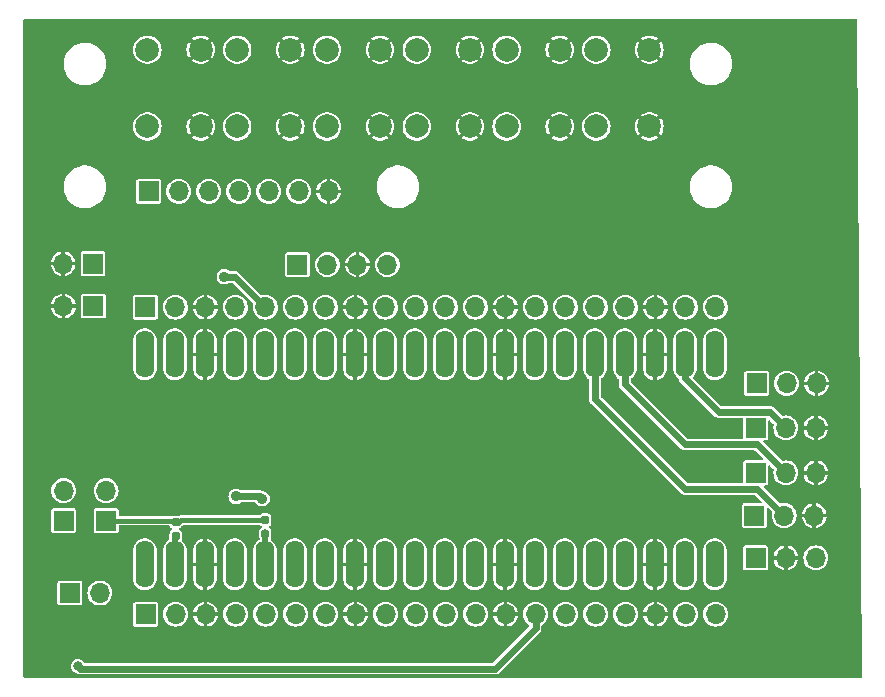
<source format=gbr>
%TF.GenerationSoftware,KiCad,Pcbnew,8.0.2*%
%TF.CreationDate,2024-06-06T20:57:22+03:00*%
%TF.ProjectId,FARA_KEYBOARD,46415241-5f4b-4455-9942-4f4152442e6b,rev?*%
%TF.SameCoordinates,Original*%
%TF.FileFunction,Copper,L1,Top*%
%TF.FilePolarity,Positive*%
%FSLAX46Y46*%
G04 Gerber Fmt 4.6, Leading zero omitted, Abs format (unit mm)*
G04 Created by KiCad (PCBNEW 8.0.2) date 2024-06-06 20:57:22*
%MOMM*%
%LPD*%
G01*
G04 APERTURE LIST*
G04 Aperture macros list*
%AMRoundRect*
0 Rectangle with rounded corners*
0 $1 Rounding radius*
0 $2 $3 $4 $5 $6 $7 $8 $9 X,Y pos of 4 corners*
0 Add a 4 corners polygon primitive as box body*
4,1,4,$2,$3,$4,$5,$6,$7,$8,$9,$2,$3,0*
0 Add four circle primitives for the rounded corners*
1,1,$1+$1,$2,$3*
1,1,$1+$1,$4,$5*
1,1,$1+$1,$6,$7*
1,1,$1+$1,$8,$9*
0 Add four rect primitives between the rounded corners*
20,1,$1+$1,$2,$3,$4,$5,0*
20,1,$1+$1,$4,$5,$6,$7,0*
20,1,$1+$1,$6,$7,$8,$9,0*
20,1,$1+$1,$8,$9,$2,$3,0*%
G04 Aperture macros list end*
%TA.AperFunction,ComponentPad*%
%ADD10C,2.000000*%
%TD*%
%TA.AperFunction,SMDPad,CuDef*%
%ADD11RoundRect,0.160000X-0.160000X0.197500X-0.160000X-0.197500X0.160000X-0.197500X0.160000X0.197500X0*%
%TD*%
%TA.AperFunction,ComponentPad*%
%ADD12R,1.700000X1.700000*%
%TD*%
%TA.AperFunction,ComponentPad*%
%ADD13O,1.700000X1.700000*%
%TD*%
%TA.AperFunction,ComponentPad*%
%ADD14O,1.600000X4.000000*%
%TD*%
%TA.AperFunction,ViaPad*%
%ADD15C,0.900000*%
%TD*%
%TA.AperFunction,ViaPad*%
%ADD16C,0.800000*%
%TD*%
%TA.AperFunction,Conductor*%
%ADD17C,0.250000*%
%TD*%
%TA.AperFunction,Conductor*%
%ADD18C,0.500000*%
%TD*%
%TA.AperFunction,Conductor*%
%ADD19C,0.600000*%
%TD*%
%TA.AperFunction,Conductor*%
%ADD20C,0.400000*%
%TD*%
G04 APERTURE END LIST*
D10*
%TO.P,SW4,1,1*%
%TO.N,SW4*%
X80300000Y-88900000D03*
X80300000Y-82400000D03*
%TO.P,SW4,2,2*%
%TO.N,GND*%
X84800000Y-88900000D03*
X84800000Y-82400000D03*
%TD*%
%TO.P,SW1,1,1*%
%TO.N,SW1*%
X57500000Y-88900000D03*
X57500000Y-82400000D03*
%TO.P,SW1,2,2*%
%TO.N,GND*%
X62000000Y-88900000D03*
X62000000Y-82400000D03*
%TD*%
D11*
%TO.P,R6,1*%
%TO.N,V_lasers*%
X67480000Y-122202500D03*
%TO.P,R6,2*%
%TO.N,+3V3*%
X67480000Y-123397500D03*
%TD*%
D10*
%TO.P,SW5,1,1*%
%TO.N,SW5*%
X87900000Y-88900000D03*
X87900000Y-82400000D03*
%TO.P,SW5,2,2*%
%TO.N,GND*%
X92400000Y-88900000D03*
X92400000Y-82400000D03*
%TD*%
D12*
%TO.P,J1,1,Pin_1*%
%TO.N,SW1*%
X57600000Y-94400000D03*
D13*
%TO.P,J1,2,Pin_2*%
%TO.N,SW2*%
X60140000Y-94400000D03*
%TO.P,J1,3,Pin_3*%
%TO.N,SW3*%
X62680000Y-94400000D03*
%TO.P,J1,4,Pin_4*%
%TO.N,SW4*%
X65220000Y-94400000D03*
%TO.P,J1,5,Pin_5*%
%TO.N,SW5*%
X67760000Y-94400000D03*
%TO.P,J1,6,Pin_6*%
%TO.N,SW6*%
X70300000Y-94400000D03*
%TO.P,J1,7,Pin_7*%
%TO.N,GND*%
X72840000Y-94400000D03*
%TD*%
D11*
%TO.P,R5,1*%
%TO.N,V_lasers*%
X59880000Y-122402500D03*
%TO.P,R5,2*%
%TO.N,+5V*%
X59880000Y-123597500D03*
%TD*%
D10*
%TO.P,SW6,1,1*%
%TO.N,SW6*%
X95500000Y-88900000D03*
X95500000Y-82400000D03*
%TO.P,SW6,2,2*%
%TO.N,GND*%
X100000000Y-88900000D03*
X100000000Y-82400000D03*
%TD*%
%TO.P,SW3,1,1*%
%TO.N,SW3*%
X72700000Y-88900000D03*
X72700000Y-82400000D03*
%TO.P,SW3,2,2*%
%TO.N,GND*%
X77200000Y-88900000D03*
X77200000Y-82400000D03*
%TD*%
%TO.P,SW2,1,1*%
%TO.N,SW2*%
X65100000Y-88900000D03*
X65100000Y-82400000D03*
%TO.P,SW2,2,2*%
%TO.N,GND*%
X69600000Y-88900000D03*
X69600000Y-82400000D03*
%TD*%
D14*
%TO.P,U1,1,GP0/TX*%
%TO.N,Net-(J3-Pin_1)*%
X57280000Y-108200000D03*
%TO.P,U1,2,GP1/RX*%
%TO.N,Net-(J3-Pin_2)*%
X59820000Y-108200000D03*
%TO.P,U1,3,GND*%
%TO.N,GND*%
X62360000Y-108200000D03*
%TO.P,U1,4,GP2*%
%TO.N,Net-(J3-Pin_4)*%
X64900000Y-108200000D03*
%TO.P,U1,5,GP3*%
%TO.N,LEDS*%
X67440000Y-108200000D03*
%TO.P,U1,6,GP4/SDA*%
%TO.N,SDA0*%
X69980000Y-108200000D03*
%TO.P,U1,7,GP5/SCL*%
%TO.N,SCL0*%
X72520000Y-108200000D03*
%TO.P,U1,8,GND*%
%TO.N,GND*%
X75060000Y-108200000D03*
%TO.P,U1,9,GP6*%
%TO.N,SW1*%
X77600000Y-108200000D03*
%TO.P,U1,10,GP7*%
%TO.N,SW2*%
X80140000Y-108200000D03*
%TO.P,U1,11,GP8*%
%TO.N,SW3*%
X82680000Y-108200000D03*
%TO.P,U1,12,GP9*%
%TO.N,SW4*%
X85220000Y-108200000D03*
%TO.P,U1,13,GND*%
%TO.N,GND*%
X87760000Y-108200000D03*
%TO.P,U1,14,GP10*%
%TO.N,SW5*%
X90300000Y-108200000D03*
%TO.P,U1,15,GP11*%
%TO.N,SW6*%
X92840000Y-108200000D03*
%TO.P,U1,16,GP12*%
%TO.N,STRIP0*%
X95380000Y-108200000D03*
%TO.P,U1,17,GP13*%
%TO.N,STRIP1*%
X97920000Y-108200000D03*
%TO.P,U1,18,GND*%
%TO.N,GND*%
X100460000Y-108200000D03*
%TO.P,U1,19,GP14*%
%TO.N,STRIP2*%
X103000000Y-108200000D03*
%TO.P,U1,20,GP15*%
%TO.N,STRIP3*%
X105540000Y-108200000D03*
%TO.P,U1,21,GP16/MISO*%
%TO.N,lasers*%
X105540000Y-125980000D03*
%TO.P,U1,22,GP17/CS*%
%TO.N,Net-(J2-Pin_19)*%
X103000000Y-125980000D03*
%TO.P,U1,23,GND*%
%TO.N,GND*%
X100460000Y-125980000D03*
%TO.P,U1,24,GP18/SCK*%
%TO.N,Net-(J2-Pin_17)*%
X97920000Y-125980000D03*
%TO.P,U1,25,GP19/MOSI*%
%TO.N,Net-(J2-Pin_16)*%
X95380000Y-125980000D03*
%TO.P,U1,26,GP20*%
%TO.N,Net-(J2-Pin_15)*%
X92840000Y-125980000D03*
%TO.P,U1,27,GP21*%
%TO.N,buzzer*%
X90300000Y-125980000D03*
%TO.P,U1,28,GND*%
%TO.N,GND*%
X87760000Y-125980000D03*
%TO.P,U1,29,GP22*%
%TO.N,Net-(J2-Pin_12)*%
X85220000Y-125980000D03*
%TO.P,U1,30,RUN*%
%TO.N,Net-(J2-Pin_11)*%
X82680000Y-125980000D03*
%TO.P,U1,31,GP26/ADC0*%
%TO.N,Net-(J2-Pin_10)*%
X80140000Y-125980000D03*
%TO.P,U1,32,GP27/ADC1*%
%TO.N,Net-(J2-Pin_9)*%
X77600000Y-125980000D03*
%TO.P,U1,33,AGND*%
%TO.N,GND*%
X75060000Y-125980000D03*
%TO.P,U1,34,GP28/ADC2*%
%TO.N,Net-(J2-Pin_7)*%
X72520000Y-125980000D03*
%TO.P,U1,35,ADC_VREF*%
%TO.N,Net-(J2-Pin_6)*%
X69980000Y-125980000D03*
%TO.P,U1,36,3V3_OUT*%
%TO.N,+3V3*%
X67440000Y-125980000D03*
%TO.P,U1,37,3V3_EN*%
%TO.N,Net-(J2-Pin_4)*%
X64900000Y-125980000D03*
%TO.P,U1,38,GND*%
%TO.N,GND*%
X62360000Y-125980000D03*
%TO.P,U1,39,VSYS*%
%TO.N,+5V*%
X59820000Y-125980000D03*
%TO.P,U1,40,VBUS*%
%TO.N,Net-(J2-Pin_1)*%
X57280000Y-125980000D03*
%TD*%
D12*
%TO.P,J11,1,Pin_1*%
%TO.N,V_lasers*%
X50400000Y-122270000D03*
D13*
%TO.P,J11,2,Pin_2*%
%TO.N,Net-(J11-Pin_2)*%
X50400000Y-119730000D03*
%TD*%
D12*
%TO.P,J12,1,Pin_1*%
%TO.N,V_lasers*%
X54000000Y-122270000D03*
D13*
%TO.P,J12,2,Pin_2*%
%TO.N,Net-(J11-Pin_2)*%
X54000000Y-119730000D03*
%TD*%
D12*
%TO.P,J9,1,Pin_1*%
%TO.N,VPP*%
X109075000Y-110645000D03*
D13*
%TO.P,J9,2,Pin_2*%
%TO.N,STRIP3*%
X111615000Y-110645000D03*
%TO.P,J9,3,Pin_3*%
%TO.N,GND*%
X114155000Y-110645000D03*
%TD*%
D12*
%TO.P,J13,1,Pin_1*%
%TO.N,LEDS*%
X52892500Y-100507500D03*
D13*
%TO.P,J13,2,Pin_2*%
%TO.N,GND*%
X50352500Y-100507500D03*
%TD*%
D12*
%TO.P,J3,1,Pin_1*%
%TO.N,Net-(J3-Pin_1)*%
X57320000Y-104200000D03*
D13*
%TO.P,J3,2,Pin_2*%
%TO.N,Net-(J3-Pin_2)*%
X59860000Y-104200000D03*
%TO.P,J3,3,Pin_3*%
%TO.N,GND*%
X62400000Y-104200000D03*
%TO.P,J3,4,Pin_4*%
%TO.N,Net-(J3-Pin_4)*%
X64940000Y-104200000D03*
%TO.P,J3,5,Pin_5*%
%TO.N,LEDS*%
X67480000Y-104200000D03*
%TO.P,J3,6,Pin_6*%
%TO.N,SDA0*%
X70020000Y-104200000D03*
%TO.P,J3,7,Pin_7*%
%TO.N,SCL0*%
X72560000Y-104200000D03*
%TO.P,J3,8,Pin_8*%
%TO.N,GND*%
X75100000Y-104200000D03*
%TO.P,J3,9,Pin_9*%
%TO.N,SW1*%
X77640000Y-104200000D03*
%TO.P,J3,10,Pin_10*%
%TO.N,SW2*%
X80180000Y-104200000D03*
%TO.P,J3,11,Pin_11*%
%TO.N,SW3*%
X82720000Y-104200000D03*
%TO.P,J3,12,Pin_12*%
%TO.N,SW4*%
X85260000Y-104200000D03*
%TO.P,J3,13,Pin_13*%
%TO.N,GND*%
X87800000Y-104200000D03*
%TO.P,J3,14,Pin_14*%
%TO.N,SW5*%
X90340000Y-104200000D03*
%TO.P,J3,15,Pin_15*%
%TO.N,SW6*%
X92880000Y-104200000D03*
%TO.P,J3,16,Pin_16*%
%TO.N,STRIP0*%
X95420000Y-104200000D03*
%TO.P,J3,17,Pin_17*%
%TO.N,STRIP1*%
X97960000Y-104200000D03*
%TO.P,J3,18,Pin_18*%
%TO.N,GND*%
X100500000Y-104200000D03*
%TO.P,J3,19,Pin_19*%
%TO.N,STRIP2*%
X103040000Y-104200000D03*
%TO.P,J3,20,Pin_20*%
%TO.N,STRIP3*%
X105580000Y-104200000D03*
%TD*%
D12*
%TO.P,J2,1,Pin_1*%
%TO.N,Net-(J2-Pin_1)*%
X57340000Y-130200000D03*
D13*
%TO.P,J2,2,Pin_2*%
%TO.N,+5V*%
X59880000Y-130200000D03*
%TO.P,J2,3,Pin_3*%
%TO.N,GND*%
X62420000Y-130200000D03*
%TO.P,J2,4,Pin_4*%
%TO.N,Net-(J2-Pin_4)*%
X64960000Y-130200000D03*
%TO.P,J2,5,Pin_5*%
%TO.N,+3V3*%
X67500000Y-130200000D03*
%TO.P,J2,6,Pin_6*%
%TO.N,Net-(J2-Pin_6)*%
X70040000Y-130200000D03*
%TO.P,J2,7,Pin_7*%
%TO.N,Net-(J2-Pin_7)*%
X72580000Y-130200000D03*
%TO.P,J2,8,Pin_8*%
%TO.N,GND*%
X75120000Y-130200000D03*
%TO.P,J2,9,Pin_9*%
%TO.N,Net-(J2-Pin_9)*%
X77660000Y-130200000D03*
%TO.P,J2,10,Pin_10*%
%TO.N,Net-(J2-Pin_10)*%
X80200000Y-130200000D03*
%TO.P,J2,11,Pin_11*%
%TO.N,Net-(J2-Pin_11)*%
X82740000Y-130200000D03*
%TO.P,J2,12,Pin_12*%
%TO.N,Net-(J2-Pin_12)*%
X85280000Y-130200000D03*
%TO.P,J2,13,Pin_13*%
%TO.N,GND*%
X87820000Y-130200000D03*
%TO.P,J2,14,Pin_14*%
%TO.N,buzzer*%
X90360000Y-130200000D03*
%TO.P,J2,15,Pin_15*%
%TO.N,Net-(J2-Pin_15)*%
X92900000Y-130200000D03*
%TO.P,J2,16,Pin_16*%
%TO.N,Net-(J2-Pin_16)*%
X95440000Y-130200000D03*
%TO.P,J2,17,Pin_17*%
%TO.N,Net-(J2-Pin_17)*%
X97980000Y-130200000D03*
%TO.P,J2,18,Pin_18*%
%TO.N,GND*%
X100520000Y-130200000D03*
%TO.P,J2,19,Pin_19*%
%TO.N,Net-(J2-Pin_19)*%
X103060000Y-130200000D03*
%TO.P,J2,20,Pin_20*%
%TO.N,lasers*%
X105600000Y-130200000D03*
%TD*%
D12*
%TO.P,J4,1,Pin_1*%
%TO.N,SDA0*%
X70200000Y-100600000D03*
D13*
%TO.P,J4,2,Pin_2*%
%TO.N,SCL0*%
X72740000Y-100600000D03*
%TO.P,J4,3,Pin_3*%
%TO.N,GND*%
X75280000Y-100600000D03*
%TO.P,J4,4,Pin_4*%
%TO.N,V_I2C*%
X77820000Y-100600000D03*
%TD*%
D12*
%TO.P,J6,1,Pin_1*%
%TO.N,VPP*%
X108875000Y-121845000D03*
D13*
%TO.P,J6,2,Pin_2*%
%TO.N,STRIP0*%
X111415000Y-121845000D03*
%TO.P,J6,3,Pin_3*%
%TO.N,GND*%
X113955000Y-121845000D03*
%TD*%
D12*
%TO.P,J7,1,Pin_1*%
%TO.N,VPP*%
X109000000Y-118220000D03*
D13*
%TO.P,J7,2,Pin_2*%
%TO.N,STRIP1*%
X111540000Y-118220000D03*
%TO.P,J7,3,Pin_3*%
%TO.N,GND*%
X114080000Y-118220000D03*
%TD*%
D12*
%TO.P,J10,1,Pin_1*%
%TO.N,Net-(J10-Pin_1)*%
X52912500Y-104107500D03*
D13*
%TO.P,J10,2,Pin_2*%
%TO.N,GND*%
X50372500Y-104107500D03*
%TD*%
D12*
%TO.P,J5,1,Pin_1*%
%TO.N,VPP*%
X109000000Y-125420000D03*
D13*
%TO.P,J5,2,Pin_2*%
%TO.N,GND*%
X111540000Y-125420000D03*
%TO.P,J5,3,Pin_3*%
%TO.N,VPP*%
X114080000Y-125420000D03*
%TD*%
D12*
%TO.P,J8,1,Pin_1*%
%TO.N,VPP*%
X109000000Y-114420000D03*
D13*
%TO.P,J8,2,Pin_2*%
%TO.N,STRIP2*%
X111540000Y-114420000D03*
%TO.P,J8,3,Pin_3*%
%TO.N,GND*%
X114080000Y-114420000D03*
%TD*%
D12*
%TO.P,BZ1,1,-*%
%TO.N,+5V*%
X50925000Y-128400000D03*
D13*
%TO.P,BZ1,2,+*%
%TO.N,Net-(BZ1-+)*%
X53465000Y-128400000D03*
%TD*%
D15*
%TO.N,GND*%
X115400000Y-111820000D03*
X115400000Y-115620000D03*
X99400000Y-128620000D03*
X101800000Y-131420000D03*
X81400000Y-99800000D03*
X71513106Y-93517741D03*
X81400000Y-102600000D03*
X76200000Y-123620000D03*
X74950000Y-85650000D03*
X61200000Y-102820000D03*
X115400000Y-123420000D03*
X49400000Y-112600000D03*
X89000000Y-105420000D03*
X61200000Y-123820000D03*
X112800000Y-124220000D03*
X74200000Y-95200000D03*
X66200000Y-96600000D03*
X48600000Y-133600000D03*
X101800000Y-105220000D03*
X112800000Y-123020000D03*
X90150000Y-85650000D03*
X63600000Y-102820000D03*
X99200000Y-103020000D03*
X71600000Y-95400000D03*
X51462500Y-101732500D03*
X89000000Y-103020000D03*
X112800000Y-119420000D03*
X91400000Y-102400000D03*
X99200000Y-110220000D03*
X112800000Y-115620000D03*
X67350000Y-85650000D03*
X74000000Y-99600000D03*
X60066144Y-116232392D03*
X74000000Y-93400000D03*
X76600000Y-99600000D03*
X94600000Y-99600000D03*
X112800000Y-94400000D03*
X112800000Y-108820000D03*
X115600000Y-130000000D03*
X83600000Y-98400000D03*
X73800000Y-110420000D03*
X60800000Y-97000000D03*
X74000000Y-123620000D03*
X73800000Y-105620000D03*
X112600000Y-85400000D03*
X63600000Y-128820000D03*
X59200000Y-92400000D03*
X101800000Y-103020000D03*
X106600000Y-114600000D03*
X86400000Y-103020000D03*
X112600000Y-120820000D03*
X73800000Y-103020000D03*
X61400000Y-131420000D03*
X59750000Y-85650000D03*
X53789799Y-106905046D03*
X97800000Y-94000000D03*
X112800000Y-111820000D03*
X103200000Y-113200000D03*
X76200000Y-103020000D03*
X62800000Y-96000000D03*
X110800000Y-123620000D03*
X52400000Y-88800000D03*
X101000000Y-115600000D03*
X76000000Y-118200000D03*
X86600000Y-105420000D03*
X61200000Y-105620000D03*
X74000000Y-128620000D03*
X84000000Y-102800000D03*
X49262500Y-101732500D03*
X59600000Y-96200000D03*
X48600000Y-131400000D03*
X112800000Y-117220000D03*
X54600000Y-133800000D03*
X63800000Y-131420000D03*
X66600000Y-93200000D03*
X77600000Y-133800000D03*
X64200000Y-116800000D03*
X61700000Y-133800000D03*
X89888984Y-116234518D03*
X61000000Y-110620000D03*
X56000000Y-123400000D03*
X51462500Y-102732500D03*
X89000000Y-129020000D03*
X90700000Y-134600000D03*
X110800000Y-127020000D03*
X74600000Y-90200000D03*
X61200000Y-128820000D03*
X63600000Y-105620000D03*
X110200000Y-131600000D03*
X62000000Y-100420000D03*
X101800000Y-123400000D03*
X76400000Y-131200000D03*
X56000000Y-116220000D03*
X96800000Y-111400000D03*
X64600000Y-99400000D03*
X52600000Y-109800000D03*
X64000000Y-93400000D03*
X86400000Y-110620000D03*
X89000000Y-110620000D03*
X63600000Y-123820000D03*
X52400000Y-117420000D03*
X57800000Y-98200000D03*
X99600000Y-118420000D03*
X68900000Y-133800000D03*
X112400000Y-127020000D03*
X115700000Y-134300000D03*
X68200000Y-96000000D03*
X82550000Y-85650000D03*
X97750000Y-85650000D03*
X86600000Y-131220000D03*
X115400000Y-117220000D03*
X49062500Y-105332500D03*
X86400000Y-123400000D03*
X74000000Y-101600000D03*
X76200000Y-105620000D03*
X115600000Y-120820000D03*
X82400000Y-90200000D03*
X106000000Y-117800000D03*
X76200000Y-128620000D03*
X89000000Y-123400000D03*
X76600000Y-101600000D03*
X86400000Y-98400000D03*
X90200000Y-94200000D03*
X73800000Y-131200000D03*
X49062500Y-102932500D03*
X100400000Y-134600000D03*
X115600000Y-119420000D03*
X115800000Y-108820000D03*
X56800000Y-121200000D03*
X89000000Y-131220000D03*
X76400000Y-110420000D03*
X115400000Y-113420000D03*
X94800000Y-118400000D03*
X71921463Y-115709364D03*
X86600000Y-129020000D03*
X63600000Y-110620000D03*
X101800000Y-128600000D03*
X67400000Y-89800000D03*
X56000000Y-118020000D03*
X101800000Y-110420000D03*
X48400000Y-107000000D03*
X64000000Y-97000000D03*
X82600000Y-94600000D03*
X102000000Y-100600000D03*
X99200000Y-123400000D03*
X112800000Y-113420000D03*
X60400000Y-101420000D03*
X55600000Y-98800000D03*
X96800000Y-97800000D03*
X105200000Y-89000000D03*
X81423152Y-116058049D03*
X51462500Y-105332500D03*
X106400000Y-111200000D03*
X112600000Y-102020000D03*
X99200000Y-105220000D03*
X99200000Y-131420000D03*
X86000000Y-133800000D03*
D16*
%TO.N,buzzer*%
X51600000Y-134600000D03*
D15*
%TO.N,lasers*%
X65000000Y-120220000D03*
X67200000Y-120420000D03*
%TO.N,LEDS*%
X64000000Y-101620000D03*
%TD*%
D17*
%TO.N,SW5*%
X87900000Y-88900000D02*
X87900000Y-89100000D01*
X68260000Y-93940000D02*
X68260000Y-94400000D01*
%TO.N,SW3*%
X62680000Y-94120000D02*
X62680000Y-94400000D01*
X72700000Y-88900000D02*
X72700000Y-89300000D01*
%TO.N,SW2*%
X60140000Y-93860000D02*
X60140000Y-94400000D01*
%TO.N,SW1*%
X57500000Y-94300000D02*
X57600000Y-94400000D01*
X57400000Y-88800000D02*
X57500000Y-88900000D01*
X57600000Y-94400000D02*
X58100000Y-94400000D01*
D18*
%TO.N,+5V*%
X59820000Y-123657500D02*
X59880000Y-123597500D01*
X59820000Y-125980000D02*
X59820000Y-123657500D01*
%TO.N,+3V3*%
X67440000Y-125980000D02*
X67440000Y-123200000D01*
D19*
%TO.N,buzzer*%
X90360000Y-130200000D02*
X90360000Y-131402081D01*
X90360000Y-131402081D02*
X86962081Y-134800000D01*
X86962081Y-134800000D02*
X51800000Y-134800000D01*
X51800000Y-134800000D02*
X51600000Y-134600000D01*
%TO.N,lasers*%
X67200000Y-120420000D02*
X67000000Y-120220000D01*
X67000000Y-120220000D02*
X65000000Y-120220000D01*
%TO.N,LEDS*%
X64900000Y-101620000D02*
X67480000Y-104200000D01*
X64000000Y-101620000D02*
X64900000Y-101620000D01*
%TO.N,STRIP1*%
X109140000Y-115820000D02*
X103000000Y-115820000D01*
X103000000Y-115820000D02*
X97920000Y-110740000D01*
X111540000Y-118220000D02*
X109140000Y-115820000D01*
X97920000Y-110740000D02*
X97920000Y-108200000D01*
%TO.N,STRIP2*%
X105850000Y-113070000D02*
X103000000Y-110220000D01*
X111540000Y-114420000D02*
X110190000Y-113070000D01*
X110190000Y-113070000D02*
X105850000Y-113070000D01*
X103000000Y-110220000D02*
X103000000Y-108200000D01*
%TO.N,STRIP0*%
X111415000Y-121845000D02*
X109140000Y-119570000D01*
X109140000Y-119570000D02*
X102970000Y-119570000D01*
X95380000Y-111980000D02*
X95380000Y-108200000D01*
X102970000Y-119570000D02*
X95380000Y-111980000D01*
D20*
%TO.N,V_lasers*%
X60002500Y-122402500D02*
X59880000Y-122402500D01*
X59870000Y-122270000D02*
X54225000Y-122270000D01*
X60340000Y-122220000D02*
X60080000Y-122480000D01*
X67462500Y-122220000D02*
X60340000Y-122220000D01*
X60080000Y-122480000D02*
X60002500Y-122402500D01*
X67480000Y-122202500D02*
X67462500Y-122220000D01*
X60080000Y-122480000D02*
X59870000Y-122270000D01*
%TD*%
%TA.AperFunction,Conductor*%
%TO.N,GND*%
G36*
X117559899Y-79818907D02*
G01*
X117595863Y-79868407D01*
X117600704Y-79898287D01*
X117846117Y-114133362D01*
X117999285Y-135500290D01*
X117980796Y-135558615D01*
X117931555Y-135594933D01*
X117900288Y-135600000D01*
X47099000Y-135600000D01*
X47040809Y-135581093D01*
X47004845Y-135531593D01*
X47000000Y-135501000D01*
X47000000Y-134599999D01*
X50994318Y-134599999D01*
X50994318Y-134600000D01*
X51014955Y-134756758D01*
X51014957Y-134756766D01*
X51075462Y-134902838D01*
X51075462Y-134902839D01*
X51075464Y-134902841D01*
X51171718Y-135028282D01*
X51297159Y-135124536D01*
X51297160Y-135124536D01*
X51297161Y-135124537D01*
X51443235Y-135185043D01*
X51443238Y-135185044D01*
X51453086Y-135186340D01*
X51489666Y-135198757D01*
X51606810Y-135266390D01*
X51606808Y-135266390D01*
X51606812Y-135266391D01*
X51606814Y-135266392D01*
X51734108Y-135300500D01*
X51734110Y-135300500D01*
X87027971Y-135300500D01*
X87027973Y-135300500D01*
X87155267Y-135266392D01*
X87155269Y-135266390D01*
X87155271Y-135266390D01*
X87269390Y-135200503D01*
X87269390Y-135200502D01*
X87269395Y-135200500D01*
X90760500Y-131709395D01*
X90826392Y-131595267D01*
X90860500Y-131467974D01*
X90860500Y-131336189D01*
X90860500Y-131182964D01*
X90879407Y-131124773D01*
X90912831Y-131095654D01*
X90946450Y-131077685D01*
X91106410Y-130946410D01*
X91237685Y-130786450D01*
X91335232Y-130603954D01*
X91395300Y-130405934D01*
X91395301Y-130405929D01*
X91415583Y-130200003D01*
X91415583Y-130199996D01*
X91844417Y-130199996D01*
X91844417Y-130200003D01*
X91864698Y-130405929D01*
X91864699Y-130405934D01*
X91924768Y-130603954D01*
X92022316Y-130786452D01*
X92153302Y-130946059D01*
X92153590Y-130946410D01*
X92153595Y-130946414D01*
X92313547Y-131077683D01*
X92313548Y-131077683D01*
X92313550Y-131077685D01*
X92496046Y-131175232D01*
X92633997Y-131217078D01*
X92694065Y-131235300D01*
X92694070Y-131235301D01*
X92899997Y-131255583D01*
X92900000Y-131255583D01*
X92900003Y-131255583D01*
X93105929Y-131235301D01*
X93105934Y-131235300D01*
X93107556Y-131234808D01*
X93303954Y-131175232D01*
X93486450Y-131077685D01*
X93646410Y-130946410D01*
X93777685Y-130786450D01*
X93875232Y-130603954D01*
X93935300Y-130405934D01*
X93935301Y-130405929D01*
X93955583Y-130200003D01*
X93955583Y-130199996D01*
X94384417Y-130199996D01*
X94384417Y-130200003D01*
X94404698Y-130405929D01*
X94404699Y-130405934D01*
X94464768Y-130603954D01*
X94562316Y-130786452D01*
X94693302Y-130946059D01*
X94693590Y-130946410D01*
X94693595Y-130946414D01*
X94853547Y-131077683D01*
X94853548Y-131077683D01*
X94853550Y-131077685D01*
X95036046Y-131175232D01*
X95173997Y-131217078D01*
X95234065Y-131235300D01*
X95234070Y-131235301D01*
X95439997Y-131255583D01*
X95440000Y-131255583D01*
X95440003Y-131255583D01*
X95645929Y-131235301D01*
X95645934Y-131235300D01*
X95647556Y-131234808D01*
X95843954Y-131175232D01*
X96026450Y-131077685D01*
X96186410Y-130946410D01*
X96317685Y-130786450D01*
X96415232Y-130603954D01*
X96475300Y-130405934D01*
X96475301Y-130405929D01*
X96495583Y-130200003D01*
X96495583Y-130199996D01*
X96924417Y-130199996D01*
X96924417Y-130200003D01*
X96944698Y-130405929D01*
X96944699Y-130405934D01*
X97004768Y-130603954D01*
X97102316Y-130786452D01*
X97233302Y-130946059D01*
X97233590Y-130946410D01*
X97233595Y-130946414D01*
X97393547Y-131077683D01*
X97393548Y-131077683D01*
X97393550Y-131077685D01*
X97576046Y-131175232D01*
X97713997Y-131217078D01*
X97774065Y-131235300D01*
X97774070Y-131235301D01*
X97979997Y-131255583D01*
X97980000Y-131255583D01*
X97980003Y-131255583D01*
X98185929Y-131235301D01*
X98185934Y-131235300D01*
X98187556Y-131234808D01*
X98383954Y-131175232D01*
X98566450Y-131077685D01*
X98726410Y-130946410D01*
X98857685Y-130786450D01*
X98955232Y-130603954D01*
X99015300Y-130405934D01*
X99015301Y-130405929D01*
X99035583Y-130200003D01*
X99035583Y-130199996D01*
X99020809Y-130049998D01*
X99479692Y-130049998D01*
X99479694Y-130050000D01*
X100042555Y-130050000D01*
X100020000Y-130134174D01*
X100020000Y-130265826D01*
X100042555Y-130350000D01*
X99479694Y-130350000D01*
X99479692Y-130350001D01*
X99485191Y-130405833D01*
X99485190Y-130405833D01*
X99545232Y-130603762D01*
X99545234Y-130603767D01*
X99642724Y-130786160D01*
X99642731Y-130786170D01*
X99773940Y-130946050D01*
X99773949Y-130946059D01*
X99933829Y-131077268D01*
X99933839Y-131077275D01*
X100116232Y-131174765D01*
X100116237Y-131174767D01*
X100314166Y-131234808D01*
X100369998Y-131240307D01*
X100370000Y-131240306D01*
X100370000Y-130677445D01*
X100454174Y-130700000D01*
X100585826Y-130700000D01*
X100670000Y-130677445D01*
X100670000Y-131240306D01*
X100670001Y-131240307D01*
X100725833Y-131234808D01*
X100923762Y-131174767D01*
X100923767Y-131174765D01*
X101106160Y-131077275D01*
X101106170Y-131077268D01*
X101266050Y-130946059D01*
X101266059Y-130946050D01*
X101397268Y-130786170D01*
X101397275Y-130786160D01*
X101494765Y-130603767D01*
X101494767Y-130603762D01*
X101554808Y-130405833D01*
X101560307Y-130350001D01*
X101560306Y-130350000D01*
X100997445Y-130350000D01*
X101020000Y-130265826D01*
X101020000Y-130199996D01*
X102004417Y-130199996D01*
X102004417Y-130200003D01*
X102024698Y-130405929D01*
X102024699Y-130405934D01*
X102084768Y-130603954D01*
X102182316Y-130786452D01*
X102313302Y-130946059D01*
X102313590Y-130946410D01*
X102313595Y-130946414D01*
X102473547Y-131077683D01*
X102473548Y-131077683D01*
X102473550Y-131077685D01*
X102656046Y-131175232D01*
X102793997Y-131217078D01*
X102854065Y-131235300D01*
X102854070Y-131235301D01*
X103059997Y-131255583D01*
X103060000Y-131255583D01*
X103060003Y-131255583D01*
X103265929Y-131235301D01*
X103265934Y-131235300D01*
X103267556Y-131234808D01*
X103463954Y-131175232D01*
X103646450Y-131077685D01*
X103806410Y-130946410D01*
X103937685Y-130786450D01*
X104035232Y-130603954D01*
X104095300Y-130405934D01*
X104095301Y-130405929D01*
X104115583Y-130200003D01*
X104115583Y-130199996D01*
X104544417Y-130199996D01*
X104544417Y-130200003D01*
X104564698Y-130405929D01*
X104564699Y-130405934D01*
X104624768Y-130603954D01*
X104722316Y-130786452D01*
X104853302Y-130946059D01*
X104853590Y-130946410D01*
X104853595Y-130946414D01*
X105013547Y-131077683D01*
X105013548Y-131077683D01*
X105013550Y-131077685D01*
X105196046Y-131175232D01*
X105333997Y-131217078D01*
X105394065Y-131235300D01*
X105394070Y-131235301D01*
X105599997Y-131255583D01*
X105600000Y-131255583D01*
X105600003Y-131255583D01*
X105805929Y-131235301D01*
X105805934Y-131235300D01*
X105807556Y-131234808D01*
X106003954Y-131175232D01*
X106186450Y-131077685D01*
X106346410Y-130946410D01*
X106477685Y-130786450D01*
X106575232Y-130603954D01*
X106635300Y-130405934D01*
X106635301Y-130405929D01*
X106655583Y-130200003D01*
X106655583Y-130199996D01*
X106635301Y-129994070D01*
X106635300Y-129994065D01*
X106576401Y-129799901D01*
X106575232Y-129796046D01*
X106477685Y-129613550D01*
X106346410Y-129453590D01*
X106328470Y-129438867D01*
X106186452Y-129322316D01*
X106003954Y-129224768D01*
X105805934Y-129164699D01*
X105805929Y-129164698D01*
X105600003Y-129144417D01*
X105599997Y-129144417D01*
X105394070Y-129164698D01*
X105394065Y-129164699D01*
X105196045Y-129224768D01*
X105013547Y-129322316D01*
X104853595Y-129453585D01*
X104853585Y-129453595D01*
X104722316Y-129613547D01*
X104624768Y-129796045D01*
X104564699Y-129994065D01*
X104564698Y-129994070D01*
X104544417Y-130199996D01*
X104115583Y-130199996D01*
X104095301Y-129994070D01*
X104095300Y-129994065D01*
X104036401Y-129799901D01*
X104035232Y-129796046D01*
X103937685Y-129613550D01*
X103806410Y-129453590D01*
X103788470Y-129438867D01*
X103646452Y-129322316D01*
X103463954Y-129224768D01*
X103265934Y-129164699D01*
X103265929Y-129164698D01*
X103060003Y-129144417D01*
X103059997Y-129144417D01*
X102854070Y-129164698D01*
X102854065Y-129164699D01*
X102656045Y-129224768D01*
X102473547Y-129322316D01*
X102313595Y-129453585D01*
X102313585Y-129453595D01*
X102182316Y-129613547D01*
X102084768Y-129796045D01*
X102024699Y-129994065D01*
X102024698Y-129994070D01*
X102004417Y-130199996D01*
X101020000Y-130199996D01*
X101020000Y-130134174D01*
X100997445Y-130050000D01*
X101560306Y-130050000D01*
X101560307Y-130049998D01*
X101554808Y-129994166D01*
X101554809Y-129994166D01*
X101494767Y-129796237D01*
X101494765Y-129796232D01*
X101397275Y-129613839D01*
X101397268Y-129613829D01*
X101266059Y-129453949D01*
X101266050Y-129453940D01*
X101106170Y-129322731D01*
X101106160Y-129322724D01*
X100923767Y-129225234D01*
X100923762Y-129225232D01*
X100725843Y-129165194D01*
X100725832Y-129165191D01*
X100670000Y-129159692D01*
X100670000Y-129722554D01*
X100585826Y-129700000D01*
X100454174Y-129700000D01*
X100370000Y-129722554D01*
X100370000Y-129159692D01*
X100314167Y-129165191D01*
X100314156Y-129165194D01*
X100116237Y-129225232D01*
X100116232Y-129225234D01*
X99933839Y-129322724D01*
X99933829Y-129322731D01*
X99773949Y-129453940D01*
X99773940Y-129453949D01*
X99642731Y-129613829D01*
X99642724Y-129613839D01*
X99545234Y-129796232D01*
X99545232Y-129796237D01*
X99485191Y-129994166D01*
X99479692Y-130049998D01*
X99020809Y-130049998D01*
X99015301Y-129994070D01*
X99015300Y-129994065D01*
X98956401Y-129799901D01*
X98955232Y-129796046D01*
X98857685Y-129613550D01*
X98726410Y-129453590D01*
X98708470Y-129438867D01*
X98566452Y-129322316D01*
X98383954Y-129224768D01*
X98185934Y-129164699D01*
X98185929Y-129164698D01*
X97980003Y-129144417D01*
X97979997Y-129144417D01*
X97774070Y-129164698D01*
X97774065Y-129164699D01*
X97576045Y-129224768D01*
X97393547Y-129322316D01*
X97233595Y-129453585D01*
X97233585Y-129453595D01*
X97102316Y-129613547D01*
X97004768Y-129796045D01*
X96944699Y-129994065D01*
X96944698Y-129994070D01*
X96924417Y-130199996D01*
X96495583Y-130199996D01*
X96475301Y-129994070D01*
X96475300Y-129994065D01*
X96416401Y-129799901D01*
X96415232Y-129796046D01*
X96317685Y-129613550D01*
X96186410Y-129453590D01*
X96168470Y-129438867D01*
X96026452Y-129322316D01*
X95843954Y-129224768D01*
X95645934Y-129164699D01*
X95645929Y-129164698D01*
X95440003Y-129144417D01*
X95439997Y-129144417D01*
X95234070Y-129164698D01*
X95234065Y-129164699D01*
X95036045Y-129224768D01*
X94853547Y-129322316D01*
X94693595Y-129453585D01*
X94693585Y-129453595D01*
X94562316Y-129613547D01*
X94464768Y-129796045D01*
X94404699Y-129994065D01*
X94404698Y-129994070D01*
X94384417Y-130199996D01*
X93955583Y-130199996D01*
X93935301Y-129994070D01*
X93935300Y-129994065D01*
X93876401Y-129799901D01*
X93875232Y-129796046D01*
X93777685Y-129613550D01*
X93646410Y-129453590D01*
X93628470Y-129438867D01*
X93486452Y-129322316D01*
X93303954Y-129224768D01*
X93105934Y-129164699D01*
X93105929Y-129164698D01*
X92900003Y-129144417D01*
X92899997Y-129144417D01*
X92694070Y-129164698D01*
X92694065Y-129164699D01*
X92496045Y-129224768D01*
X92313547Y-129322316D01*
X92153595Y-129453585D01*
X92153585Y-129453595D01*
X92022316Y-129613547D01*
X91924768Y-129796045D01*
X91864699Y-129994065D01*
X91864698Y-129994070D01*
X91844417Y-130199996D01*
X91415583Y-130199996D01*
X91395301Y-129994070D01*
X91395300Y-129994065D01*
X91336401Y-129799901D01*
X91335232Y-129796046D01*
X91237685Y-129613550D01*
X91106410Y-129453590D01*
X91088470Y-129438867D01*
X90946452Y-129322316D01*
X90763954Y-129224768D01*
X90565934Y-129164699D01*
X90565929Y-129164698D01*
X90360003Y-129144417D01*
X90359997Y-129144417D01*
X90154070Y-129164698D01*
X90154065Y-129164699D01*
X89956045Y-129224768D01*
X89773547Y-129322316D01*
X89613595Y-129453585D01*
X89613585Y-129453595D01*
X89482316Y-129613547D01*
X89384768Y-129796045D01*
X89324699Y-129994065D01*
X89324698Y-129994070D01*
X89304417Y-130199996D01*
X89304417Y-130200003D01*
X89324698Y-130405929D01*
X89324699Y-130405934D01*
X89384768Y-130603954D01*
X89482316Y-130786452D01*
X89613302Y-130946059D01*
X89613590Y-130946410D01*
X89613595Y-130946414D01*
X89763878Y-131069748D01*
X89773550Y-131077685D01*
X89788134Y-131085480D01*
X89830541Y-131129585D01*
X89838925Y-131190193D01*
X89811471Y-131242795D01*
X86783763Y-134270504D01*
X86729246Y-134298281D01*
X86713759Y-134299500D01*
X52175154Y-134299500D01*
X52116963Y-134280593D01*
X52096612Y-134260767D01*
X52028286Y-134171723D01*
X52028285Y-134171722D01*
X52028282Y-134171718D01*
X52028277Y-134171714D01*
X52028276Y-134171713D01*
X51902838Y-134075462D01*
X51756766Y-134014957D01*
X51756758Y-134014955D01*
X51600001Y-133994318D01*
X51599999Y-133994318D01*
X51443241Y-134014955D01*
X51443233Y-134014957D01*
X51297161Y-134075462D01*
X51297160Y-134075462D01*
X51171723Y-134171713D01*
X51171713Y-134171723D01*
X51075462Y-134297160D01*
X51075462Y-134297161D01*
X51014957Y-134443233D01*
X51014955Y-134443241D01*
X50994318Y-134599999D01*
X47000000Y-134599999D01*
X47000000Y-127530253D01*
X49874500Y-127530253D01*
X49874500Y-129269746D01*
X49874501Y-129269758D01*
X49886132Y-129328227D01*
X49886134Y-129328233D01*
X49930445Y-129394548D01*
X49930448Y-129394552D01*
X49996769Y-129438867D01*
X50041231Y-129447711D01*
X50055241Y-129450498D01*
X50055246Y-129450498D01*
X50055252Y-129450500D01*
X50055253Y-129450500D01*
X51794747Y-129450500D01*
X51794748Y-129450500D01*
X51853231Y-129438867D01*
X51919552Y-129394552D01*
X51963867Y-129328231D01*
X51975500Y-129269748D01*
X51975500Y-128399996D01*
X52409417Y-128399996D01*
X52409417Y-128400003D01*
X52429698Y-128605929D01*
X52429699Y-128605934D01*
X52489768Y-128803954D01*
X52587316Y-128986452D01*
X52716954Y-129144417D01*
X52718590Y-129146410D01*
X52734774Y-129159692D01*
X52878547Y-129277683D01*
X52878548Y-129277683D01*
X52878550Y-129277685D01*
X53061046Y-129375232D01*
X53198997Y-129417078D01*
X53259065Y-129435300D01*
X53259070Y-129435301D01*
X53464997Y-129455583D01*
X53465000Y-129455583D01*
X53465003Y-129455583D01*
X53670929Y-129435301D01*
X53670934Y-129435300D01*
X53868954Y-129375232D01*
X53953103Y-129330253D01*
X56289500Y-129330253D01*
X56289500Y-131069746D01*
X56289501Y-131069758D01*
X56301132Y-131128227D01*
X56301134Y-131128233D01*
X56337705Y-131182964D01*
X56345448Y-131194552D01*
X56411769Y-131238867D01*
X56456231Y-131247711D01*
X56470241Y-131250498D01*
X56470246Y-131250498D01*
X56470252Y-131250500D01*
X56470253Y-131250500D01*
X58209747Y-131250500D01*
X58209748Y-131250500D01*
X58268231Y-131238867D01*
X58334552Y-131194552D01*
X58378867Y-131128231D01*
X58390500Y-131069748D01*
X58390500Y-130199996D01*
X58824417Y-130199996D01*
X58824417Y-130200003D01*
X58844698Y-130405929D01*
X58844699Y-130405934D01*
X58904768Y-130603954D01*
X59002316Y-130786452D01*
X59133302Y-130946059D01*
X59133590Y-130946410D01*
X59133595Y-130946414D01*
X59293547Y-131077683D01*
X59293548Y-131077683D01*
X59293550Y-131077685D01*
X59476046Y-131175232D01*
X59613997Y-131217078D01*
X59674065Y-131235300D01*
X59674070Y-131235301D01*
X59879997Y-131255583D01*
X59880000Y-131255583D01*
X59880003Y-131255583D01*
X60085929Y-131235301D01*
X60085934Y-131235300D01*
X60087556Y-131234808D01*
X60283954Y-131175232D01*
X60466450Y-131077685D01*
X60626410Y-130946410D01*
X60757685Y-130786450D01*
X60855232Y-130603954D01*
X60915300Y-130405934D01*
X60915301Y-130405929D01*
X60935583Y-130200003D01*
X60935583Y-130199996D01*
X60920809Y-130049998D01*
X61379692Y-130049998D01*
X61379694Y-130050000D01*
X61942555Y-130050000D01*
X61920000Y-130134174D01*
X61920000Y-130265826D01*
X61942555Y-130350000D01*
X61379694Y-130350000D01*
X61379692Y-130350001D01*
X61385191Y-130405833D01*
X61385190Y-130405833D01*
X61445232Y-130603762D01*
X61445234Y-130603767D01*
X61542724Y-130786160D01*
X61542731Y-130786170D01*
X61673940Y-130946050D01*
X61673949Y-130946059D01*
X61833829Y-131077268D01*
X61833839Y-131077275D01*
X62016232Y-131174765D01*
X62016237Y-131174767D01*
X62214166Y-131234808D01*
X62269998Y-131240307D01*
X62270000Y-131240306D01*
X62270000Y-130677445D01*
X62354174Y-130700000D01*
X62485826Y-130700000D01*
X62570000Y-130677445D01*
X62570000Y-131240306D01*
X62570001Y-131240307D01*
X62625833Y-131234808D01*
X62823762Y-131174767D01*
X62823767Y-131174765D01*
X63006160Y-131077275D01*
X63006170Y-131077268D01*
X63166050Y-130946059D01*
X63166059Y-130946050D01*
X63297268Y-130786170D01*
X63297275Y-130786160D01*
X63394765Y-130603767D01*
X63394767Y-130603762D01*
X63454808Y-130405833D01*
X63460307Y-130350001D01*
X63460306Y-130350000D01*
X62897445Y-130350000D01*
X62920000Y-130265826D01*
X62920000Y-130199996D01*
X63904417Y-130199996D01*
X63904417Y-130200003D01*
X63924698Y-130405929D01*
X63924699Y-130405934D01*
X63984768Y-130603954D01*
X64082316Y-130786452D01*
X64213302Y-130946059D01*
X64213590Y-130946410D01*
X64213595Y-130946414D01*
X64373547Y-131077683D01*
X64373548Y-131077683D01*
X64373550Y-131077685D01*
X64556046Y-131175232D01*
X64693997Y-131217078D01*
X64754065Y-131235300D01*
X64754070Y-131235301D01*
X64959997Y-131255583D01*
X64960000Y-131255583D01*
X64960003Y-131255583D01*
X65165929Y-131235301D01*
X65165934Y-131235300D01*
X65167556Y-131234808D01*
X65363954Y-131175232D01*
X65546450Y-131077685D01*
X65706410Y-130946410D01*
X65837685Y-130786450D01*
X65935232Y-130603954D01*
X65995300Y-130405934D01*
X65995301Y-130405929D01*
X66015583Y-130200003D01*
X66015583Y-130199996D01*
X66444417Y-130199996D01*
X66444417Y-130200003D01*
X66464698Y-130405929D01*
X66464699Y-130405934D01*
X66524768Y-130603954D01*
X66622316Y-130786452D01*
X66753302Y-130946059D01*
X66753590Y-130946410D01*
X66753595Y-130946414D01*
X66913547Y-131077683D01*
X66913548Y-131077683D01*
X66913550Y-131077685D01*
X67096046Y-131175232D01*
X67233997Y-131217078D01*
X67294065Y-131235300D01*
X67294070Y-131235301D01*
X67499997Y-131255583D01*
X67500000Y-131255583D01*
X67500003Y-131255583D01*
X67705929Y-131235301D01*
X67705934Y-131235300D01*
X67707556Y-131234808D01*
X67903954Y-131175232D01*
X68086450Y-131077685D01*
X68246410Y-130946410D01*
X68377685Y-130786450D01*
X68475232Y-130603954D01*
X68535300Y-130405934D01*
X68535301Y-130405929D01*
X68555583Y-130200003D01*
X68555583Y-130199996D01*
X68984417Y-130199996D01*
X68984417Y-130200003D01*
X69004698Y-130405929D01*
X69004699Y-130405934D01*
X69064768Y-130603954D01*
X69162316Y-130786452D01*
X69293302Y-130946059D01*
X69293590Y-130946410D01*
X69293595Y-130946414D01*
X69453547Y-131077683D01*
X69453548Y-131077683D01*
X69453550Y-131077685D01*
X69636046Y-131175232D01*
X69773997Y-131217078D01*
X69834065Y-131235300D01*
X69834070Y-131235301D01*
X70039997Y-131255583D01*
X70040000Y-131255583D01*
X70040003Y-131255583D01*
X70245929Y-131235301D01*
X70245934Y-131235300D01*
X70247556Y-131234808D01*
X70443954Y-131175232D01*
X70626450Y-131077685D01*
X70786410Y-130946410D01*
X70917685Y-130786450D01*
X71015232Y-130603954D01*
X71075300Y-130405934D01*
X71075301Y-130405929D01*
X71095583Y-130200003D01*
X71095583Y-130199996D01*
X71524417Y-130199996D01*
X71524417Y-130200003D01*
X71544698Y-130405929D01*
X71544699Y-130405934D01*
X71604768Y-130603954D01*
X71702316Y-130786452D01*
X71833302Y-130946059D01*
X71833590Y-130946410D01*
X71833595Y-130946414D01*
X71993547Y-131077683D01*
X71993548Y-131077683D01*
X71993550Y-131077685D01*
X72176046Y-131175232D01*
X72313997Y-131217078D01*
X72374065Y-131235300D01*
X72374070Y-131235301D01*
X72579997Y-131255583D01*
X72580000Y-131255583D01*
X72580003Y-131255583D01*
X72785929Y-131235301D01*
X72785934Y-131235300D01*
X72787556Y-131234808D01*
X72983954Y-131175232D01*
X73166450Y-131077685D01*
X73326410Y-130946410D01*
X73457685Y-130786450D01*
X73555232Y-130603954D01*
X73615300Y-130405934D01*
X73615301Y-130405929D01*
X73635583Y-130200003D01*
X73635583Y-130199996D01*
X73620809Y-130049998D01*
X74079692Y-130049998D01*
X74079694Y-130050000D01*
X74642555Y-130050000D01*
X74620000Y-130134174D01*
X74620000Y-130265826D01*
X74642555Y-130350000D01*
X74079694Y-130350000D01*
X74079692Y-130350001D01*
X74085191Y-130405833D01*
X74085190Y-130405833D01*
X74145232Y-130603762D01*
X74145234Y-130603767D01*
X74242724Y-130786160D01*
X74242731Y-130786170D01*
X74373940Y-130946050D01*
X74373949Y-130946059D01*
X74533829Y-131077268D01*
X74533839Y-131077275D01*
X74716232Y-131174765D01*
X74716237Y-131174767D01*
X74914166Y-131234808D01*
X74969998Y-131240307D01*
X74970000Y-131240306D01*
X74970000Y-130677445D01*
X75054174Y-130700000D01*
X75185826Y-130700000D01*
X75270000Y-130677445D01*
X75270000Y-131240306D01*
X75270001Y-131240307D01*
X75325833Y-131234808D01*
X75523762Y-131174767D01*
X75523767Y-131174765D01*
X75706160Y-131077275D01*
X75706170Y-131077268D01*
X75866050Y-130946059D01*
X75866059Y-130946050D01*
X75997268Y-130786170D01*
X75997275Y-130786160D01*
X76094765Y-130603767D01*
X76094767Y-130603762D01*
X76154808Y-130405833D01*
X76160307Y-130350001D01*
X76160306Y-130350000D01*
X75597445Y-130350000D01*
X75620000Y-130265826D01*
X75620000Y-130199996D01*
X76604417Y-130199996D01*
X76604417Y-130200003D01*
X76624698Y-130405929D01*
X76624699Y-130405934D01*
X76684768Y-130603954D01*
X76782316Y-130786452D01*
X76913302Y-130946059D01*
X76913590Y-130946410D01*
X76913595Y-130946414D01*
X77073547Y-131077683D01*
X77073548Y-131077683D01*
X77073550Y-131077685D01*
X77256046Y-131175232D01*
X77393997Y-131217078D01*
X77454065Y-131235300D01*
X77454070Y-131235301D01*
X77659997Y-131255583D01*
X77660000Y-131255583D01*
X77660003Y-131255583D01*
X77865929Y-131235301D01*
X77865934Y-131235300D01*
X77867556Y-131234808D01*
X78063954Y-131175232D01*
X78246450Y-131077685D01*
X78406410Y-130946410D01*
X78537685Y-130786450D01*
X78635232Y-130603954D01*
X78695300Y-130405934D01*
X78695301Y-130405929D01*
X78715583Y-130200003D01*
X78715583Y-130199996D01*
X79144417Y-130199996D01*
X79144417Y-130200003D01*
X79164698Y-130405929D01*
X79164699Y-130405934D01*
X79224768Y-130603954D01*
X79322316Y-130786452D01*
X79453302Y-130946059D01*
X79453590Y-130946410D01*
X79453595Y-130946414D01*
X79613547Y-131077683D01*
X79613548Y-131077683D01*
X79613550Y-131077685D01*
X79796046Y-131175232D01*
X79933997Y-131217078D01*
X79994065Y-131235300D01*
X79994070Y-131235301D01*
X80199997Y-131255583D01*
X80200000Y-131255583D01*
X80200003Y-131255583D01*
X80405929Y-131235301D01*
X80405934Y-131235300D01*
X80407556Y-131234808D01*
X80603954Y-131175232D01*
X80786450Y-131077685D01*
X80946410Y-130946410D01*
X81077685Y-130786450D01*
X81175232Y-130603954D01*
X81235300Y-130405934D01*
X81235301Y-130405929D01*
X81255583Y-130200003D01*
X81255583Y-130199996D01*
X81684417Y-130199996D01*
X81684417Y-130200003D01*
X81704698Y-130405929D01*
X81704699Y-130405934D01*
X81764768Y-130603954D01*
X81862316Y-130786452D01*
X81993302Y-130946059D01*
X81993590Y-130946410D01*
X81993595Y-130946414D01*
X82153547Y-131077683D01*
X82153548Y-131077683D01*
X82153550Y-131077685D01*
X82336046Y-131175232D01*
X82473997Y-131217078D01*
X82534065Y-131235300D01*
X82534070Y-131235301D01*
X82739997Y-131255583D01*
X82740000Y-131255583D01*
X82740003Y-131255583D01*
X82945929Y-131235301D01*
X82945934Y-131235300D01*
X82947556Y-131234808D01*
X83143954Y-131175232D01*
X83326450Y-131077685D01*
X83486410Y-130946410D01*
X83617685Y-130786450D01*
X83715232Y-130603954D01*
X83775300Y-130405934D01*
X83775301Y-130405929D01*
X83795583Y-130200003D01*
X83795583Y-130199996D01*
X84224417Y-130199996D01*
X84224417Y-130200003D01*
X84244698Y-130405929D01*
X84244699Y-130405934D01*
X84304768Y-130603954D01*
X84402316Y-130786452D01*
X84533302Y-130946059D01*
X84533590Y-130946410D01*
X84533595Y-130946414D01*
X84693547Y-131077683D01*
X84693548Y-131077683D01*
X84693550Y-131077685D01*
X84876046Y-131175232D01*
X85013997Y-131217078D01*
X85074065Y-131235300D01*
X85074070Y-131235301D01*
X85279997Y-131255583D01*
X85280000Y-131255583D01*
X85280003Y-131255583D01*
X85485929Y-131235301D01*
X85485934Y-131235300D01*
X85487556Y-131234808D01*
X85683954Y-131175232D01*
X85866450Y-131077685D01*
X86026410Y-130946410D01*
X86157685Y-130786450D01*
X86255232Y-130603954D01*
X86315300Y-130405934D01*
X86315301Y-130405929D01*
X86335583Y-130200003D01*
X86335583Y-130199996D01*
X86320809Y-130049998D01*
X86779692Y-130049998D01*
X86779694Y-130050000D01*
X87342555Y-130050000D01*
X87320000Y-130134174D01*
X87320000Y-130265826D01*
X87342555Y-130350000D01*
X86779694Y-130350000D01*
X86779692Y-130350001D01*
X86785191Y-130405833D01*
X86785190Y-130405833D01*
X86845232Y-130603762D01*
X86845234Y-130603767D01*
X86942724Y-130786160D01*
X86942731Y-130786170D01*
X87073940Y-130946050D01*
X87073949Y-130946059D01*
X87233829Y-131077268D01*
X87233839Y-131077275D01*
X87416232Y-131174765D01*
X87416237Y-131174767D01*
X87614166Y-131234808D01*
X87669998Y-131240307D01*
X87670000Y-131240306D01*
X87670000Y-130677445D01*
X87754174Y-130700000D01*
X87885826Y-130700000D01*
X87970000Y-130677445D01*
X87970000Y-131240306D01*
X87970001Y-131240307D01*
X88025833Y-131234808D01*
X88223762Y-131174767D01*
X88223767Y-131174765D01*
X88406160Y-131077275D01*
X88406170Y-131077268D01*
X88566050Y-130946059D01*
X88566059Y-130946050D01*
X88697268Y-130786170D01*
X88697275Y-130786160D01*
X88794765Y-130603767D01*
X88794767Y-130603762D01*
X88854808Y-130405833D01*
X88860307Y-130350001D01*
X88860306Y-130350000D01*
X88297445Y-130350000D01*
X88320000Y-130265826D01*
X88320000Y-130134174D01*
X88297445Y-130050000D01*
X88860306Y-130050000D01*
X88860307Y-130049998D01*
X88854808Y-129994166D01*
X88854809Y-129994166D01*
X88794767Y-129796237D01*
X88794765Y-129796232D01*
X88697275Y-129613839D01*
X88697268Y-129613829D01*
X88566059Y-129453949D01*
X88566050Y-129453940D01*
X88406170Y-129322731D01*
X88406160Y-129322724D01*
X88223767Y-129225234D01*
X88223762Y-129225232D01*
X88025843Y-129165194D01*
X88025832Y-129165191D01*
X87970000Y-129159692D01*
X87970000Y-129722554D01*
X87885826Y-129700000D01*
X87754174Y-129700000D01*
X87670000Y-129722554D01*
X87670000Y-129159692D01*
X87614167Y-129165191D01*
X87614156Y-129165194D01*
X87416237Y-129225232D01*
X87416232Y-129225234D01*
X87233839Y-129322724D01*
X87233829Y-129322731D01*
X87073949Y-129453940D01*
X87073940Y-129453949D01*
X86942731Y-129613829D01*
X86942724Y-129613839D01*
X86845234Y-129796232D01*
X86845232Y-129796237D01*
X86785191Y-129994166D01*
X86779692Y-130049998D01*
X86320809Y-130049998D01*
X86315301Y-129994070D01*
X86315300Y-129994065D01*
X86256401Y-129799901D01*
X86255232Y-129796046D01*
X86157685Y-129613550D01*
X86026410Y-129453590D01*
X86008470Y-129438867D01*
X85866452Y-129322316D01*
X85683954Y-129224768D01*
X85485934Y-129164699D01*
X85485929Y-129164698D01*
X85280003Y-129144417D01*
X85279997Y-129144417D01*
X85074070Y-129164698D01*
X85074065Y-129164699D01*
X84876045Y-129224768D01*
X84693547Y-129322316D01*
X84533595Y-129453585D01*
X84533585Y-129453595D01*
X84402316Y-129613547D01*
X84304768Y-129796045D01*
X84244699Y-129994065D01*
X84244698Y-129994070D01*
X84224417Y-130199996D01*
X83795583Y-130199996D01*
X83775301Y-129994070D01*
X83775300Y-129994065D01*
X83716401Y-129799901D01*
X83715232Y-129796046D01*
X83617685Y-129613550D01*
X83486410Y-129453590D01*
X83468470Y-129438867D01*
X83326452Y-129322316D01*
X83143954Y-129224768D01*
X82945934Y-129164699D01*
X82945929Y-129164698D01*
X82740003Y-129144417D01*
X82739997Y-129144417D01*
X82534070Y-129164698D01*
X82534065Y-129164699D01*
X82336045Y-129224768D01*
X82153547Y-129322316D01*
X81993595Y-129453585D01*
X81993585Y-129453595D01*
X81862316Y-129613547D01*
X81764768Y-129796045D01*
X81704699Y-129994065D01*
X81704698Y-129994070D01*
X81684417Y-130199996D01*
X81255583Y-130199996D01*
X81235301Y-129994070D01*
X81235300Y-129994065D01*
X81176401Y-129799901D01*
X81175232Y-129796046D01*
X81077685Y-129613550D01*
X80946410Y-129453590D01*
X80928470Y-129438867D01*
X80786452Y-129322316D01*
X80603954Y-129224768D01*
X80405934Y-129164699D01*
X80405929Y-129164698D01*
X80200003Y-129144417D01*
X80199997Y-129144417D01*
X79994070Y-129164698D01*
X79994065Y-129164699D01*
X79796045Y-129224768D01*
X79613547Y-129322316D01*
X79453595Y-129453585D01*
X79453585Y-129453595D01*
X79322316Y-129613547D01*
X79224768Y-129796045D01*
X79164699Y-129994065D01*
X79164698Y-129994070D01*
X79144417Y-130199996D01*
X78715583Y-130199996D01*
X78695301Y-129994070D01*
X78695300Y-129994065D01*
X78636401Y-129799901D01*
X78635232Y-129796046D01*
X78537685Y-129613550D01*
X78406410Y-129453590D01*
X78388470Y-129438867D01*
X78246452Y-129322316D01*
X78063954Y-129224768D01*
X77865934Y-129164699D01*
X77865929Y-129164698D01*
X77660003Y-129144417D01*
X77659997Y-129144417D01*
X77454070Y-129164698D01*
X77454065Y-129164699D01*
X77256045Y-129224768D01*
X77073547Y-129322316D01*
X76913595Y-129453585D01*
X76913585Y-129453595D01*
X76782316Y-129613547D01*
X76684768Y-129796045D01*
X76624699Y-129994065D01*
X76624698Y-129994070D01*
X76604417Y-130199996D01*
X75620000Y-130199996D01*
X75620000Y-130134174D01*
X75597445Y-130050000D01*
X76160306Y-130050000D01*
X76160307Y-130049998D01*
X76154808Y-129994166D01*
X76154809Y-129994166D01*
X76094767Y-129796237D01*
X76094765Y-129796232D01*
X75997275Y-129613839D01*
X75997268Y-129613829D01*
X75866059Y-129453949D01*
X75866050Y-129453940D01*
X75706170Y-129322731D01*
X75706160Y-129322724D01*
X75523767Y-129225234D01*
X75523762Y-129225232D01*
X75325843Y-129165194D01*
X75325832Y-129165191D01*
X75270000Y-129159692D01*
X75270000Y-129722554D01*
X75185826Y-129700000D01*
X75054174Y-129700000D01*
X74970000Y-129722554D01*
X74970000Y-129159692D01*
X74914167Y-129165191D01*
X74914156Y-129165194D01*
X74716237Y-129225232D01*
X74716232Y-129225234D01*
X74533839Y-129322724D01*
X74533829Y-129322731D01*
X74373949Y-129453940D01*
X74373940Y-129453949D01*
X74242731Y-129613829D01*
X74242724Y-129613839D01*
X74145234Y-129796232D01*
X74145232Y-129796237D01*
X74085191Y-129994166D01*
X74079692Y-130049998D01*
X73620809Y-130049998D01*
X73615301Y-129994070D01*
X73615300Y-129994065D01*
X73556401Y-129799901D01*
X73555232Y-129796046D01*
X73457685Y-129613550D01*
X73326410Y-129453590D01*
X73308470Y-129438867D01*
X73166452Y-129322316D01*
X72983954Y-129224768D01*
X72785934Y-129164699D01*
X72785929Y-129164698D01*
X72580003Y-129144417D01*
X72579997Y-129144417D01*
X72374070Y-129164698D01*
X72374065Y-129164699D01*
X72176045Y-129224768D01*
X71993547Y-129322316D01*
X71833595Y-129453585D01*
X71833585Y-129453595D01*
X71702316Y-129613547D01*
X71604768Y-129796045D01*
X71544699Y-129994065D01*
X71544698Y-129994070D01*
X71524417Y-130199996D01*
X71095583Y-130199996D01*
X71075301Y-129994070D01*
X71075300Y-129994065D01*
X71016401Y-129799901D01*
X71015232Y-129796046D01*
X70917685Y-129613550D01*
X70786410Y-129453590D01*
X70768470Y-129438867D01*
X70626452Y-129322316D01*
X70443954Y-129224768D01*
X70245934Y-129164699D01*
X70245929Y-129164698D01*
X70040003Y-129144417D01*
X70039997Y-129144417D01*
X69834070Y-129164698D01*
X69834065Y-129164699D01*
X69636045Y-129224768D01*
X69453547Y-129322316D01*
X69293595Y-129453585D01*
X69293585Y-129453595D01*
X69162316Y-129613547D01*
X69064768Y-129796045D01*
X69004699Y-129994065D01*
X69004698Y-129994070D01*
X68984417Y-130199996D01*
X68555583Y-130199996D01*
X68535301Y-129994070D01*
X68535300Y-129994065D01*
X68476401Y-129799901D01*
X68475232Y-129796046D01*
X68377685Y-129613550D01*
X68246410Y-129453590D01*
X68228470Y-129438867D01*
X68086452Y-129322316D01*
X67903954Y-129224768D01*
X67705934Y-129164699D01*
X67705929Y-129164698D01*
X67500003Y-129144417D01*
X67499997Y-129144417D01*
X67294070Y-129164698D01*
X67294065Y-129164699D01*
X67096045Y-129224768D01*
X66913547Y-129322316D01*
X66753595Y-129453585D01*
X66753585Y-129453595D01*
X66622316Y-129613547D01*
X66524768Y-129796045D01*
X66464699Y-129994065D01*
X66464698Y-129994070D01*
X66444417Y-130199996D01*
X66015583Y-130199996D01*
X65995301Y-129994070D01*
X65995300Y-129994065D01*
X65936401Y-129799901D01*
X65935232Y-129796046D01*
X65837685Y-129613550D01*
X65706410Y-129453590D01*
X65688470Y-129438867D01*
X65546452Y-129322316D01*
X65363954Y-129224768D01*
X65165934Y-129164699D01*
X65165929Y-129164698D01*
X64960003Y-129144417D01*
X64959997Y-129144417D01*
X64754070Y-129164698D01*
X64754065Y-129164699D01*
X64556045Y-129224768D01*
X64373547Y-129322316D01*
X64213595Y-129453585D01*
X64213585Y-129453595D01*
X64082316Y-129613547D01*
X63984768Y-129796045D01*
X63924699Y-129994065D01*
X63924698Y-129994070D01*
X63904417Y-130199996D01*
X62920000Y-130199996D01*
X62920000Y-130134174D01*
X62897445Y-130050000D01*
X63460306Y-130050000D01*
X63460307Y-130049998D01*
X63454808Y-129994166D01*
X63454809Y-129994166D01*
X63394767Y-129796237D01*
X63394765Y-129796232D01*
X63297275Y-129613839D01*
X63297268Y-129613829D01*
X63166059Y-129453949D01*
X63166050Y-129453940D01*
X63006170Y-129322731D01*
X63006160Y-129322724D01*
X62823767Y-129225234D01*
X62823762Y-129225232D01*
X62625843Y-129165194D01*
X62625832Y-129165191D01*
X62570000Y-129159692D01*
X62570000Y-129722554D01*
X62485826Y-129700000D01*
X62354174Y-129700000D01*
X62270000Y-129722554D01*
X62270000Y-129159692D01*
X62214167Y-129165191D01*
X62214156Y-129165194D01*
X62016237Y-129225232D01*
X62016232Y-129225234D01*
X61833839Y-129322724D01*
X61833829Y-129322731D01*
X61673949Y-129453940D01*
X61673940Y-129453949D01*
X61542731Y-129613829D01*
X61542724Y-129613839D01*
X61445234Y-129796232D01*
X61445232Y-129796237D01*
X61385191Y-129994166D01*
X61379692Y-130049998D01*
X60920809Y-130049998D01*
X60915301Y-129994070D01*
X60915300Y-129994065D01*
X60856401Y-129799901D01*
X60855232Y-129796046D01*
X60757685Y-129613550D01*
X60626410Y-129453590D01*
X60608470Y-129438867D01*
X60466452Y-129322316D01*
X60283954Y-129224768D01*
X60085934Y-129164699D01*
X60085929Y-129164698D01*
X59880003Y-129144417D01*
X59879997Y-129144417D01*
X59674070Y-129164698D01*
X59674065Y-129164699D01*
X59476045Y-129224768D01*
X59293547Y-129322316D01*
X59133595Y-129453585D01*
X59133585Y-129453595D01*
X59002316Y-129613547D01*
X58904768Y-129796045D01*
X58844699Y-129994065D01*
X58844698Y-129994070D01*
X58824417Y-130199996D01*
X58390500Y-130199996D01*
X58390500Y-129330252D01*
X58390098Y-129328233D01*
X58387711Y-129316231D01*
X58378867Y-129271769D01*
X58334552Y-129205448D01*
X58274309Y-129165194D01*
X58268233Y-129161134D01*
X58268231Y-129161133D01*
X58268228Y-129161132D01*
X58268227Y-129161132D01*
X58209758Y-129149501D01*
X58209748Y-129149500D01*
X56470252Y-129149500D01*
X56470251Y-129149500D01*
X56470241Y-129149501D01*
X56411772Y-129161132D01*
X56411766Y-129161134D01*
X56345451Y-129205445D01*
X56345445Y-129205451D01*
X56301134Y-129271766D01*
X56301132Y-129271772D01*
X56289501Y-129330241D01*
X56289500Y-129330253D01*
X53953103Y-129330253D01*
X54051450Y-129277685D01*
X54211410Y-129146410D01*
X54342685Y-128986450D01*
X54440232Y-128803954D01*
X54500300Y-128605934D01*
X54500301Y-128605929D01*
X54520583Y-128400003D01*
X54520583Y-128399996D01*
X54500301Y-128194070D01*
X54500300Y-128194065D01*
X54482078Y-128133997D01*
X54440232Y-127996046D01*
X54342685Y-127813550D01*
X54211410Y-127653590D01*
X54061123Y-127530253D01*
X54051452Y-127522316D01*
X53868954Y-127424768D01*
X53670934Y-127364699D01*
X53670929Y-127364698D01*
X53465003Y-127344417D01*
X53464997Y-127344417D01*
X53259070Y-127364698D01*
X53259065Y-127364699D01*
X53061045Y-127424768D01*
X52878547Y-127522316D01*
X52718595Y-127653585D01*
X52718585Y-127653595D01*
X52587316Y-127813547D01*
X52489768Y-127996045D01*
X52429699Y-128194065D01*
X52429698Y-128194070D01*
X52409417Y-128399996D01*
X51975500Y-128399996D01*
X51975500Y-127530252D01*
X51973921Y-127522316D01*
X51963880Y-127471835D01*
X51963867Y-127471769D01*
X51919552Y-127405448D01*
X51919548Y-127405445D01*
X51853233Y-127361134D01*
X51853231Y-127361133D01*
X51853228Y-127361132D01*
X51853227Y-127361132D01*
X51794758Y-127349501D01*
X51794748Y-127349500D01*
X50055252Y-127349500D01*
X50055251Y-127349500D01*
X50055241Y-127349501D01*
X49996772Y-127361132D01*
X49996766Y-127361134D01*
X49930451Y-127405445D01*
X49930445Y-127405451D01*
X49886134Y-127471766D01*
X49886132Y-127471772D01*
X49874501Y-127530241D01*
X49874500Y-127530253D01*
X47000000Y-127530253D01*
X47000000Y-124681456D01*
X56279500Y-124681456D01*
X56279500Y-127278543D01*
X56295929Y-127361133D01*
X56317936Y-127471772D01*
X56317949Y-127471834D01*
X56317949Y-127471836D01*
X56393367Y-127653913D01*
X56393368Y-127653914D01*
X56502861Y-127817782D01*
X56642218Y-127957139D01*
X56806086Y-128066632D01*
X56988165Y-128142051D01*
X57181459Y-128180500D01*
X57181460Y-128180500D01*
X57378540Y-128180500D01*
X57378541Y-128180500D01*
X57571835Y-128142051D01*
X57753914Y-128066632D01*
X57917782Y-127957139D01*
X58057139Y-127817782D01*
X58166632Y-127653914D01*
X58242051Y-127471835D01*
X58280500Y-127278541D01*
X58280500Y-124681459D01*
X58242051Y-124488165D01*
X58166632Y-124306086D01*
X58057139Y-124142218D01*
X57917782Y-124002861D01*
X57762771Y-123899286D01*
X57753913Y-123893367D01*
X57571835Y-123817949D01*
X57378543Y-123779500D01*
X57378541Y-123779500D01*
X57181459Y-123779500D01*
X57181456Y-123779500D01*
X56988165Y-123817949D01*
X56988163Y-123817949D01*
X56806086Y-123893367D01*
X56642218Y-124002861D01*
X56642214Y-124002864D01*
X56502864Y-124142214D01*
X56502861Y-124142218D01*
X56393367Y-124306086D01*
X56317949Y-124488163D01*
X56317949Y-124488165D01*
X56279500Y-124681456D01*
X47000000Y-124681456D01*
X47000000Y-121400253D01*
X49349500Y-121400253D01*
X49349500Y-123139746D01*
X49349501Y-123139758D01*
X49361132Y-123198227D01*
X49361133Y-123198231D01*
X49405448Y-123264552D01*
X49471769Y-123308867D01*
X49516231Y-123317711D01*
X49530241Y-123320498D01*
X49530246Y-123320498D01*
X49530252Y-123320500D01*
X49530253Y-123320500D01*
X51269747Y-123320500D01*
X51269748Y-123320500D01*
X51328231Y-123308867D01*
X51394552Y-123264552D01*
X51438867Y-123198231D01*
X51450500Y-123139748D01*
X51450500Y-121400253D01*
X52949500Y-121400253D01*
X52949500Y-123139746D01*
X52949501Y-123139758D01*
X52961132Y-123198227D01*
X52961133Y-123198231D01*
X53005448Y-123264552D01*
X53071769Y-123308867D01*
X53116231Y-123317711D01*
X53130241Y-123320498D01*
X53130246Y-123320498D01*
X53130252Y-123320500D01*
X53130253Y-123320500D01*
X54869747Y-123320500D01*
X54869748Y-123320500D01*
X54928231Y-123308867D01*
X54994552Y-123264552D01*
X55038867Y-123198231D01*
X55050500Y-123139748D01*
X55050500Y-122769500D01*
X55069407Y-122711309D01*
X55118907Y-122675345D01*
X55149500Y-122670500D01*
X59291393Y-122670500D01*
X59349584Y-122689407D01*
X59380333Y-122726018D01*
X59422551Y-122812375D01*
X59507625Y-122897449D01*
X59507626Y-122897449D01*
X59507628Y-122897451D01*
X59535462Y-122911058D01*
X59579437Y-122953600D01*
X59590007Y-123013866D01*
X59563135Y-123068835D01*
X59535466Y-123088938D01*
X59507631Y-123102546D01*
X59507628Y-123102549D01*
X59507626Y-123102550D01*
X59507625Y-123102551D01*
X59444391Y-123165785D01*
X59422549Y-123187627D01*
X59369709Y-123295714D01*
X59359500Y-123365788D01*
X59359500Y-123831488D01*
X59340593Y-123889679D01*
X59315502Y-123913803D01*
X59182218Y-124002861D01*
X59182214Y-124002864D01*
X59042864Y-124142214D01*
X59042861Y-124142218D01*
X58933367Y-124306086D01*
X58857949Y-124488163D01*
X58857949Y-124488165D01*
X58819500Y-124681456D01*
X58819500Y-127278543D01*
X58835929Y-127361133D01*
X58857936Y-127471772D01*
X58857949Y-127471834D01*
X58857949Y-127471836D01*
X58933367Y-127653913D01*
X58933368Y-127653914D01*
X59042861Y-127817782D01*
X59182218Y-127957139D01*
X59346086Y-128066632D01*
X59528165Y-128142051D01*
X59721459Y-128180500D01*
X59721460Y-128180500D01*
X59918540Y-128180500D01*
X59918541Y-128180500D01*
X60111835Y-128142051D01*
X60293914Y-128066632D01*
X60457782Y-127957139D01*
X60597139Y-127817782D01*
X60706632Y-127653914D01*
X60782051Y-127471835D01*
X60820500Y-127278541D01*
X60820500Y-124681506D01*
X61360000Y-124681506D01*
X61360000Y-125829999D01*
X61360001Y-125830000D01*
X61882555Y-125830000D01*
X61860000Y-125914174D01*
X61860000Y-126045826D01*
X61882555Y-126130000D01*
X61360001Y-126130000D01*
X61360000Y-126130001D01*
X61360000Y-127278493D01*
X61398429Y-127471688D01*
X61398429Y-127471690D01*
X61473808Y-127653673D01*
X61473814Y-127653685D01*
X61583249Y-127817462D01*
X61583252Y-127817466D01*
X61722533Y-127956747D01*
X61722537Y-127956750D01*
X61886314Y-128066185D01*
X61886326Y-128066191D01*
X62068309Y-128141570D01*
X62068312Y-128141571D01*
X62209999Y-128169753D01*
X62210000Y-128169753D01*
X62210000Y-126457445D01*
X62294174Y-126480000D01*
X62425826Y-126480000D01*
X62510000Y-126457445D01*
X62510000Y-128169753D01*
X62651687Y-128141571D01*
X62651690Y-128141570D01*
X62833673Y-128066191D01*
X62833685Y-128066185D01*
X62997462Y-127956750D01*
X62997466Y-127956747D01*
X63136747Y-127817466D01*
X63136750Y-127817462D01*
X63246185Y-127653685D01*
X63246191Y-127653673D01*
X63321570Y-127471690D01*
X63321570Y-127471688D01*
X63359999Y-127278493D01*
X63360000Y-127278490D01*
X63360000Y-126130001D01*
X63359999Y-126130000D01*
X62837445Y-126130000D01*
X62860000Y-126045826D01*
X62860000Y-125914174D01*
X62837445Y-125830000D01*
X63359999Y-125830000D01*
X63360000Y-125829999D01*
X63360000Y-124681509D01*
X63359999Y-124681506D01*
X63359989Y-124681456D01*
X63899500Y-124681456D01*
X63899500Y-127278543D01*
X63915929Y-127361133D01*
X63937936Y-127471772D01*
X63937949Y-127471834D01*
X63937949Y-127471836D01*
X64013367Y-127653913D01*
X64013368Y-127653914D01*
X64122861Y-127817782D01*
X64262218Y-127957139D01*
X64426086Y-128066632D01*
X64608165Y-128142051D01*
X64801459Y-128180500D01*
X64801460Y-128180500D01*
X64998540Y-128180500D01*
X64998541Y-128180500D01*
X65191835Y-128142051D01*
X65373914Y-128066632D01*
X65537782Y-127957139D01*
X65677139Y-127817782D01*
X65786632Y-127653914D01*
X65862051Y-127471835D01*
X65900500Y-127278541D01*
X65900500Y-124681459D01*
X65862051Y-124488165D01*
X65786632Y-124306086D01*
X65677139Y-124142218D01*
X65537782Y-124002861D01*
X65382771Y-123899286D01*
X65373913Y-123893367D01*
X65191835Y-123817949D01*
X64998543Y-123779500D01*
X64998541Y-123779500D01*
X64801459Y-123779500D01*
X64801456Y-123779500D01*
X64608165Y-123817949D01*
X64608163Y-123817949D01*
X64426086Y-123893367D01*
X64262218Y-124002861D01*
X64262214Y-124002864D01*
X64122864Y-124142214D01*
X64122861Y-124142218D01*
X64013367Y-124306086D01*
X63937949Y-124488163D01*
X63937949Y-124488165D01*
X63899500Y-124681456D01*
X63359989Y-124681456D01*
X63321570Y-124488311D01*
X63321570Y-124488309D01*
X63246191Y-124306326D01*
X63246185Y-124306314D01*
X63136750Y-124142537D01*
X63136747Y-124142533D01*
X62997466Y-124003252D01*
X62997462Y-124003249D01*
X62833685Y-123893814D01*
X62833673Y-123893808D01*
X62651689Y-123818429D01*
X62510000Y-123790245D01*
X62510000Y-125502554D01*
X62425826Y-125480000D01*
X62294174Y-125480000D01*
X62210000Y-125502554D01*
X62210000Y-123790245D01*
X62068311Y-123818429D01*
X62068309Y-123818429D01*
X61886326Y-123893808D01*
X61886314Y-123893814D01*
X61722537Y-124003249D01*
X61722533Y-124003252D01*
X61583252Y-124142533D01*
X61583249Y-124142537D01*
X61473814Y-124306314D01*
X61473808Y-124306326D01*
X61398429Y-124488309D01*
X61398429Y-124488311D01*
X61360000Y-124681506D01*
X60820500Y-124681506D01*
X60820500Y-124681459D01*
X60782051Y-124488165D01*
X60706632Y-124306086D01*
X60597139Y-124142218D01*
X60597134Y-124142213D01*
X60597131Y-124142209D01*
X60457780Y-124002858D01*
X60434504Y-123987307D01*
X60396624Y-123939258D01*
X60391538Y-123890722D01*
X60400500Y-123829215D01*
X60400499Y-123365786D01*
X60390291Y-123295714D01*
X60337449Y-123187625D01*
X60252375Y-123102551D01*
X60252373Y-123102550D01*
X60252372Y-123102549D01*
X60224536Y-123088941D01*
X60180562Y-123046398D01*
X60169992Y-122986132D01*
X60196864Y-122931164D01*
X60224536Y-122911059D01*
X60233215Y-122906815D01*
X60252375Y-122897449D01*
X60337449Y-122812375D01*
X60352604Y-122781372D01*
X60371543Y-122754849D01*
X60376101Y-122750291D01*
X60400480Y-122725913D01*
X60400480Y-122725912D01*
X60414393Y-122712000D01*
X60414405Y-122711987D01*
X60476897Y-122649496D01*
X60531414Y-122621719D01*
X60546900Y-122620500D01*
X66989668Y-122620500D01*
X67047859Y-122639407D01*
X67059671Y-122649496D01*
X67107624Y-122697448D01*
X67107627Y-122697450D01*
X67115923Y-122701506D01*
X67159897Y-122744049D01*
X67170467Y-122804315D01*
X67143595Y-122859283D01*
X67142447Y-122860450D01*
X67079512Y-122923385D01*
X67079511Y-122923387D01*
X67076081Y-122929325D01*
X67060354Y-122949821D01*
X67022551Y-122987624D01*
X66982849Y-123068835D01*
X66969709Y-123095714D01*
X66963294Y-123139748D01*
X66959500Y-123165788D01*
X66959500Y-123629209D01*
X66959500Y-123629211D01*
X66959501Y-123629214D01*
X66969709Y-123699286D01*
X66979441Y-123719192D01*
X66989500Y-123762671D01*
X66989500Y-123824806D01*
X66970593Y-123882997D01*
X66945502Y-123907121D01*
X66802218Y-124002861D01*
X66802214Y-124002864D01*
X66662864Y-124142214D01*
X66662861Y-124142218D01*
X66553367Y-124306086D01*
X66477949Y-124488163D01*
X66477949Y-124488165D01*
X66439500Y-124681456D01*
X66439500Y-127278543D01*
X66455929Y-127361133D01*
X66477936Y-127471772D01*
X66477949Y-127471834D01*
X66477949Y-127471836D01*
X66553367Y-127653913D01*
X66553368Y-127653914D01*
X66662861Y-127817782D01*
X66802218Y-127957139D01*
X66966086Y-128066632D01*
X67148165Y-128142051D01*
X67341459Y-128180500D01*
X67341460Y-128180500D01*
X67538540Y-128180500D01*
X67538541Y-128180500D01*
X67731835Y-128142051D01*
X67913914Y-128066632D01*
X68077782Y-127957139D01*
X68217139Y-127817782D01*
X68326632Y-127653914D01*
X68402051Y-127471835D01*
X68440500Y-127278541D01*
X68440500Y-124681459D01*
X68440499Y-124681456D01*
X68979500Y-124681456D01*
X68979500Y-127278543D01*
X68995929Y-127361133D01*
X69017936Y-127471772D01*
X69017949Y-127471834D01*
X69017949Y-127471836D01*
X69093367Y-127653913D01*
X69093368Y-127653914D01*
X69202861Y-127817782D01*
X69342218Y-127957139D01*
X69506086Y-128066632D01*
X69688165Y-128142051D01*
X69881459Y-128180500D01*
X69881460Y-128180500D01*
X70078540Y-128180500D01*
X70078541Y-128180500D01*
X70271835Y-128142051D01*
X70453914Y-128066632D01*
X70617782Y-127957139D01*
X70757139Y-127817782D01*
X70866632Y-127653914D01*
X70942051Y-127471835D01*
X70980500Y-127278541D01*
X70980500Y-124681459D01*
X70980499Y-124681456D01*
X71519500Y-124681456D01*
X71519500Y-127278543D01*
X71535929Y-127361133D01*
X71557936Y-127471772D01*
X71557949Y-127471834D01*
X71557949Y-127471836D01*
X71633367Y-127653913D01*
X71633368Y-127653914D01*
X71742861Y-127817782D01*
X71882218Y-127957139D01*
X72046086Y-128066632D01*
X72228165Y-128142051D01*
X72421459Y-128180500D01*
X72421460Y-128180500D01*
X72618540Y-128180500D01*
X72618541Y-128180500D01*
X72811835Y-128142051D01*
X72993914Y-128066632D01*
X73157782Y-127957139D01*
X73297139Y-127817782D01*
X73406632Y-127653914D01*
X73482051Y-127471835D01*
X73520500Y-127278541D01*
X73520500Y-124681506D01*
X74060000Y-124681506D01*
X74060000Y-125829999D01*
X74060001Y-125830000D01*
X74582555Y-125830000D01*
X74560000Y-125914174D01*
X74560000Y-126045826D01*
X74582555Y-126130000D01*
X74060001Y-126130000D01*
X74060000Y-126130001D01*
X74060000Y-127278493D01*
X74098429Y-127471688D01*
X74098429Y-127471690D01*
X74173808Y-127653673D01*
X74173814Y-127653685D01*
X74283249Y-127817462D01*
X74283252Y-127817466D01*
X74422533Y-127956747D01*
X74422537Y-127956750D01*
X74586314Y-128066185D01*
X74586326Y-128066191D01*
X74768309Y-128141570D01*
X74768312Y-128141571D01*
X74909999Y-128169753D01*
X74910000Y-128169753D01*
X74910000Y-126457445D01*
X74994174Y-126480000D01*
X75125826Y-126480000D01*
X75210000Y-126457445D01*
X75210000Y-128169753D01*
X75351687Y-128141571D01*
X75351690Y-128141570D01*
X75533673Y-128066191D01*
X75533685Y-128066185D01*
X75697462Y-127956750D01*
X75697466Y-127956747D01*
X75836747Y-127817466D01*
X75836750Y-127817462D01*
X75946185Y-127653685D01*
X75946191Y-127653673D01*
X76021570Y-127471690D01*
X76021570Y-127471688D01*
X76059999Y-127278493D01*
X76060000Y-127278490D01*
X76060000Y-126130001D01*
X76059999Y-126130000D01*
X75537445Y-126130000D01*
X75560000Y-126045826D01*
X75560000Y-125914174D01*
X75537445Y-125830000D01*
X76059999Y-125830000D01*
X76060000Y-125829999D01*
X76060000Y-124681509D01*
X76059999Y-124681506D01*
X76059989Y-124681456D01*
X76599500Y-124681456D01*
X76599500Y-127278543D01*
X76615929Y-127361133D01*
X76637936Y-127471772D01*
X76637949Y-127471834D01*
X76637949Y-127471836D01*
X76713367Y-127653913D01*
X76713368Y-127653914D01*
X76822861Y-127817782D01*
X76962218Y-127957139D01*
X77126086Y-128066632D01*
X77308165Y-128142051D01*
X77501459Y-128180500D01*
X77501460Y-128180500D01*
X77698540Y-128180500D01*
X77698541Y-128180500D01*
X77891835Y-128142051D01*
X78073914Y-128066632D01*
X78237782Y-127957139D01*
X78377139Y-127817782D01*
X78486632Y-127653914D01*
X78562051Y-127471835D01*
X78600500Y-127278541D01*
X78600500Y-124681459D01*
X78600499Y-124681456D01*
X79139500Y-124681456D01*
X79139500Y-127278543D01*
X79155929Y-127361133D01*
X79177936Y-127471772D01*
X79177949Y-127471834D01*
X79177949Y-127471836D01*
X79253367Y-127653913D01*
X79253368Y-127653914D01*
X79362861Y-127817782D01*
X79502218Y-127957139D01*
X79666086Y-128066632D01*
X79848165Y-128142051D01*
X80041459Y-128180500D01*
X80041460Y-128180500D01*
X80238540Y-128180500D01*
X80238541Y-128180500D01*
X80431835Y-128142051D01*
X80613914Y-128066632D01*
X80777782Y-127957139D01*
X80917139Y-127817782D01*
X81026632Y-127653914D01*
X81102051Y-127471835D01*
X81140500Y-127278541D01*
X81140500Y-124681459D01*
X81140499Y-124681456D01*
X81679500Y-124681456D01*
X81679500Y-127278543D01*
X81695929Y-127361133D01*
X81717936Y-127471772D01*
X81717949Y-127471834D01*
X81717949Y-127471836D01*
X81793367Y-127653913D01*
X81793368Y-127653914D01*
X81902861Y-127817782D01*
X82042218Y-127957139D01*
X82206086Y-128066632D01*
X82388165Y-128142051D01*
X82581459Y-128180500D01*
X82581460Y-128180500D01*
X82778540Y-128180500D01*
X82778541Y-128180500D01*
X82971835Y-128142051D01*
X83153914Y-128066632D01*
X83317782Y-127957139D01*
X83457139Y-127817782D01*
X83566632Y-127653914D01*
X83642051Y-127471835D01*
X83680500Y-127278541D01*
X83680500Y-124681459D01*
X83680499Y-124681456D01*
X84219500Y-124681456D01*
X84219500Y-127278543D01*
X84235929Y-127361133D01*
X84257936Y-127471772D01*
X84257949Y-127471834D01*
X84257949Y-127471836D01*
X84333367Y-127653913D01*
X84333368Y-127653914D01*
X84442861Y-127817782D01*
X84582218Y-127957139D01*
X84746086Y-128066632D01*
X84928165Y-128142051D01*
X85121459Y-128180500D01*
X85121460Y-128180500D01*
X85318540Y-128180500D01*
X85318541Y-128180500D01*
X85511835Y-128142051D01*
X85693914Y-128066632D01*
X85857782Y-127957139D01*
X85997139Y-127817782D01*
X86106632Y-127653914D01*
X86182051Y-127471835D01*
X86220500Y-127278541D01*
X86220500Y-124681506D01*
X86760000Y-124681506D01*
X86760000Y-125829999D01*
X86760001Y-125830000D01*
X87282555Y-125830000D01*
X87260000Y-125914174D01*
X87260000Y-126045826D01*
X87282555Y-126130000D01*
X86760001Y-126130000D01*
X86760000Y-126130001D01*
X86760000Y-127278493D01*
X86798429Y-127471688D01*
X86798429Y-127471690D01*
X86873808Y-127653673D01*
X86873814Y-127653685D01*
X86983249Y-127817462D01*
X86983252Y-127817466D01*
X87122533Y-127956747D01*
X87122537Y-127956750D01*
X87286314Y-128066185D01*
X87286326Y-128066191D01*
X87468309Y-128141570D01*
X87468312Y-128141571D01*
X87609999Y-128169753D01*
X87610000Y-128169753D01*
X87610000Y-126457445D01*
X87694174Y-126480000D01*
X87825826Y-126480000D01*
X87910000Y-126457445D01*
X87910000Y-128169753D01*
X88051687Y-128141571D01*
X88051690Y-128141570D01*
X88233673Y-128066191D01*
X88233685Y-128066185D01*
X88397462Y-127956750D01*
X88397466Y-127956747D01*
X88536747Y-127817466D01*
X88536750Y-127817462D01*
X88646185Y-127653685D01*
X88646191Y-127653673D01*
X88721570Y-127471690D01*
X88721570Y-127471688D01*
X88759999Y-127278493D01*
X88760000Y-127278490D01*
X88760000Y-126130001D01*
X88759999Y-126130000D01*
X88237445Y-126130000D01*
X88260000Y-126045826D01*
X88260000Y-125914174D01*
X88237445Y-125830000D01*
X88759999Y-125830000D01*
X88760000Y-125829999D01*
X88760000Y-124681509D01*
X88759999Y-124681506D01*
X88759989Y-124681456D01*
X89299500Y-124681456D01*
X89299500Y-127278543D01*
X89315929Y-127361133D01*
X89337936Y-127471772D01*
X89337949Y-127471834D01*
X89337949Y-127471836D01*
X89413367Y-127653913D01*
X89413368Y-127653914D01*
X89522861Y-127817782D01*
X89662218Y-127957139D01*
X89826086Y-128066632D01*
X90008165Y-128142051D01*
X90201459Y-128180500D01*
X90201460Y-128180500D01*
X90398540Y-128180500D01*
X90398541Y-128180500D01*
X90591835Y-128142051D01*
X90773914Y-128066632D01*
X90937782Y-127957139D01*
X91077139Y-127817782D01*
X91186632Y-127653914D01*
X91262051Y-127471835D01*
X91300500Y-127278541D01*
X91300500Y-124681459D01*
X91300499Y-124681456D01*
X91839500Y-124681456D01*
X91839500Y-127278543D01*
X91855929Y-127361133D01*
X91877936Y-127471772D01*
X91877949Y-127471834D01*
X91877949Y-127471836D01*
X91953367Y-127653913D01*
X91953368Y-127653914D01*
X92062861Y-127817782D01*
X92202218Y-127957139D01*
X92366086Y-128066632D01*
X92548165Y-128142051D01*
X92741459Y-128180500D01*
X92741460Y-128180500D01*
X92938540Y-128180500D01*
X92938541Y-128180500D01*
X93131835Y-128142051D01*
X93313914Y-128066632D01*
X93477782Y-127957139D01*
X93617139Y-127817782D01*
X93726632Y-127653914D01*
X93802051Y-127471835D01*
X93840500Y-127278541D01*
X93840500Y-124681459D01*
X93840499Y-124681456D01*
X94379500Y-124681456D01*
X94379500Y-127278543D01*
X94395929Y-127361133D01*
X94417936Y-127471772D01*
X94417949Y-127471834D01*
X94417949Y-127471836D01*
X94493367Y-127653913D01*
X94493368Y-127653914D01*
X94602861Y-127817782D01*
X94742218Y-127957139D01*
X94906086Y-128066632D01*
X95088165Y-128142051D01*
X95281459Y-128180500D01*
X95281460Y-128180500D01*
X95478540Y-128180500D01*
X95478541Y-128180500D01*
X95671835Y-128142051D01*
X95853914Y-128066632D01*
X96017782Y-127957139D01*
X96157139Y-127817782D01*
X96266632Y-127653914D01*
X96342051Y-127471835D01*
X96380500Y-127278541D01*
X96380500Y-124681459D01*
X96380499Y-124681456D01*
X96919500Y-124681456D01*
X96919500Y-127278543D01*
X96935929Y-127361133D01*
X96957936Y-127471772D01*
X96957949Y-127471834D01*
X96957949Y-127471836D01*
X97033367Y-127653913D01*
X97033368Y-127653914D01*
X97142861Y-127817782D01*
X97282218Y-127957139D01*
X97446086Y-128066632D01*
X97628165Y-128142051D01*
X97821459Y-128180500D01*
X97821460Y-128180500D01*
X98018540Y-128180500D01*
X98018541Y-128180500D01*
X98211835Y-128142051D01*
X98393914Y-128066632D01*
X98557782Y-127957139D01*
X98697139Y-127817782D01*
X98806632Y-127653914D01*
X98882051Y-127471835D01*
X98920500Y-127278541D01*
X98920500Y-124681506D01*
X99460000Y-124681506D01*
X99460000Y-125829999D01*
X99460001Y-125830000D01*
X99982555Y-125830000D01*
X99960000Y-125914174D01*
X99960000Y-126045826D01*
X99982555Y-126130000D01*
X99460001Y-126130000D01*
X99460000Y-126130001D01*
X99460000Y-127278493D01*
X99498429Y-127471688D01*
X99498429Y-127471690D01*
X99573808Y-127653673D01*
X99573814Y-127653685D01*
X99683249Y-127817462D01*
X99683252Y-127817466D01*
X99822533Y-127956747D01*
X99822537Y-127956750D01*
X99986314Y-128066185D01*
X99986326Y-128066191D01*
X100168309Y-128141570D01*
X100168312Y-128141571D01*
X100309999Y-128169753D01*
X100310000Y-128169753D01*
X100310000Y-126457445D01*
X100394174Y-126480000D01*
X100525826Y-126480000D01*
X100610000Y-126457445D01*
X100610000Y-128169753D01*
X100751687Y-128141571D01*
X100751690Y-128141570D01*
X100933673Y-128066191D01*
X100933685Y-128066185D01*
X101097462Y-127956750D01*
X101097466Y-127956747D01*
X101236747Y-127817466D01*
X101236750Y-127817462D01*
X101346185Y-127653685D01*
X101346191Y-127653673D01*
X101421570Y-127471690D01*
X101421570Y-127471688D01*
X101459999Y-127278493D01*
X101460000Y-127278490D01*
X101460000Y-126130001D01*
X101459999Y-126130000D01*
X100937445Y-126130000D01*
X100960000Y-126045826D01*
X100960000Y-125914174D01*
X100937445Y-125830000D01*
X101459999Y-125830000D01*
X101460000Y-125829999D01*
X101460000Y-124681509D01*
X101459999Y-124681506D01*
X101459989Y-124681456D01*
X101999500Y-124681456D01*
X101999500Y-127278543D01*
X102015929Y-127361133D01*
X102037936Y-127471772D01*
X102037949Y-127471834D01*
X102037949Y-127471836D01*
X102113367Y-127653913D01*
X102113368Y-127653914D01*
X102222861Y-127817782D01*
X102362218Y-127957139D01*
X102526086Y-128066632D01*
X102708165Y-128142051D01*
X102901459Y-128180500D01*
X102901460Y-128180500D01*
X103098540Y-128180500D01*
X103098541Y-128180500D01*
X103291835Y-128142051D01*
X103473914Y-128066632D01*
X103637782Y-127957139D01*
X103777139Y-127817782D01*
X103886632Y-127653914D01*
X103962051Y-127471835D01*
X104000500Y-127278541D01*
X104000500Y-124681459D01*
X104000499Y-124681456D01*
X104539500Y-124681456D01*
X104539500Y-127278543D01*
X104555929Y-127361133D01*
X104577936Y-127471772D01*
X104577949Y-127471834D01*
X104577949Y-127471836D01*
X104653367Y-127653913D01*
X104653368Y-127653914D01*
X104762861Y-127817782D01*
X104902218Y-127957139D01*
X105066086Y-128066632D01*
X105248165Y-128142051D01*
X105441459Y-128180500D01*
X105441460Y-128180500D01*
X105638540Y-128180500D01*
X105638541Y-128180500D01*
X105831835Y-128142051D01*
X106013914Y-128066632D01*
X106177782Y-127957139D01*
X106317139Y-127817782D01*
X106426632Y-127653914D01*
X106502051Y-127471835D01*
X106540500Y-127278541D01*
X106540500Y-124681459D01*
X106514401Y-124550253D01*
X107949500Y-124550253D01*
X107949500Y-126289746D01*
X107949501Y-126289758D01*
X107961132Y-126348227D01*
X107961134Y-126348233D01*
X108005445Y-126414548D01*
X108005448Y-126414552D01*
X108071769Y-126458867D01*
X108116231Y-126467711D01*
X108130241Y-126470498D01*
X108130246Y-126470498D01*
X108130252Y-126470500D01*
X108130253Y-126470500D01*
X109869747Y-126470500D01*
X109869748Y-126470500D01*
X109928231Y-126458867D01*
X109994552Y-126414552D01*
X110038867Y-126348231D01*
X110050500Y-126289748D01*
X110050500Y-125269998D01*
X110499692Y-125269998D01*
X110499694Y-125270000D01*
X111062555Y-125270000D01*
X111040000Y-125354174D01*
X111040000Y-125485826D01*
X111062555Y-125570000D01*
X110499694Y-125570000D01*
X110499692Y-125570001D01*
X110505191Y-125625833D01*
X110505190Y-125625833D01*
X110565232Y-125823762D01*
X110565234Y-125823767D01*
X110662724Y-126006160D01*
X110662731Y-126006170D01*
X110793940Y-126166050D01*
X110793949Y-126166059D01*
X110953829Y-126297268D01*
X110953839Y-126297275D01*
X111136232Y-126394765D01*
X111136237Y-126394767D01*
X111334166Y-126454808D01*
X111389998Y-126460307D01*
X111390000Y-126460306D01*
X111390000Y-125897445D01*
X111474174Y-125920000D01*
X111605826Y-125920000D01*
X111690000Y-125897445D01*
X111690000Y-126460306D01*
X111690001Y-126460307D01*
X111745833Y-126454808D01*
X111943762Y-126394767D01*
X111943767Y-126394765D01*
X112126160Y-126297275D01*
X112126170Y-126297268D01*
X112286050Y-126166059D01*
X112286059Y-126166050D01*
X112417268Y-126006170D01*
X112417275Y-126006160D01*
X112514765Y-125823767D01*
X112514767Y-125823762D01*
X112574808Y-125625833D01*
X112580307Y-125570001D01*
X112580306Y-125570000D01*
X112017445Y-125570000D01*
X112040000Y-125485826D01*
X112040000Y-125419996D01*
X113024417Y-125419996D01*
X113024417Y-125420003D01*
X113044698Y-125625929D01*
X113044699Y-125625934D01*
X113104768Y-125823954D01*
X113202316Y-126006452D01*
X113333302Y-126166059D01*
X113333590Y-126166410D01*
X113362838Y-126190413D01*
X113493547Y-126297683D01*
X113493548Y-126297683D01*
X113493550Y-126297685D01*
X113676046Y-126395232D01*
X113813997Y-126437078D01*
X113874065Y-126455300D01*
X113874070Y-126455301D01*
X114079997Y-126475583D01*
X114080000Y-126475583D01*
X114080003Y-126475583D01*
X114285929Y-126455301D01*
X114285934Y-126455300D01*
X114287556Y-126454808D01*
X114483954Y-126395232D01*
X114666450Y-126297685D01*
X114826410Y-126166410D01*
X114957685Y-126006450D01*
X115055232Y-125823954D01*
X115115300Y-125625934D01*
X115115301Y-125625929D01*
X115135583Y-125420003D01*
X115135583Y-125419996D01*
X115115301Y-125214070D01*
X115115300Y-125214065D01*
X115056401Y-125019901D01*
X115055232Y-125016046D01*
X114957685Y-124833550D01*
X114826410Y-124673590D01*
X114676123Y-124550253D01*
X114666452Y-124542316D01*
X114483954Y-124444768D01*
X114285934Y-124384699D01*
X114285929Y-124384698D01*
X114080003Y-124364417D01*
X114079997Y-124364417D01*
X113874070Y-124384698D01*
X113874065Y-124384699D01*
X113676045Y-124444768D01*
X113493547Y-124542316D01*
X113333595Y-124673585D01*
X113333585Y-124673595D01*
X113202316Y-124833547D01*
X113104768Y-125016045D01*
X113044699Y-125214065D01*
X113044698Y-125214070D01*
X113024417Y-125419996D01*
X112040000Y-125419996D01*
X112040000Y-125354174D01*
X112017445Y-125270000D01*
X112580306Y-125270000D01*
X112580307Y-125269998D01*
X112574808Y-125214166D01*
X112574809Y-125214166D01*
X112514767Y-125016237D01*
X112514765Y-125016232D01*
X112417275Y-124833839D01*
X112417268Y-124833829D01*
X112286059Y-124673949D01*
X112286050Y-124673940D01*
X112126170Y-124542731D01*
X112126160Y-124542724D01*
X111943767Y-124445234D01*
X111943762Y-124445232D01*
X111745843Y-124385194D01*
X111745832Y-124385191D01*
X111690000Y-124379692D01*
X111690000Y-124942554D01*
X111605826Y-124920000D01*
X111474174Y-124920000D01*
X111390000Y-124942554D01*
X111390000Y-124379692D01*
X111334167Y-124385191D01*
X111334156Y-124385194D01*
X111136237Y-124445232D01*
X111136232Y-124445234D01*
X110953839Y-124542724D01*
X110953829Y-124542731D01*
X110793949Y-124673940D01*
X110793940Y-124673949D01*
X110662731Y-124833829D01*
X110662724Y-124833839D01*
X110565234Y-125016232D01*
X110565232Y-125016237D01*
X110505191Y-125214166D01*
X110499692Y-125269998D01*
X110050500Y-125269998D01*
X110050500Y-124550252D01*
X110048921Y-124542316D01*
X110047711Y-124536231D01*
X110038867Y-124491769D01*
X109994552Y-124425448D01*
X109934309Y-124385194D01*
X109928233Y-124381134D01*
X109928231Y-124381133D01*
X109928228Y-124381132D01*
X109928227Y-124381132D01*
X109869758Y-124369501D01*
X109869748Y-124369500D01*
X108130252Y-124369500D01*
X108130251Y-124369500D01*
X108130241Y-124369501D01*
X108071772Y-124381132D01*
X108071766Y-124381134D01*
X108005451Y-124425445D01*
X108005445Y-124425451D01*
X107961134Y-124491766D01*
X107961132Y-124491772D01*
X107949501Y-124550241D01*
X107949500Y-124550253D01*
X106514401Y-124550253D01*
X106502051Y-124488165D01*
X106426632Y-124306086D01*
X106317139Y-124142218D01*
X106177782Y-124002861D01*
X106022771Y-123899286D01*
X106013913Y-123893367D01*
X105831835Y-123817949D01*
X105638543Y-123779500D01*
X105638541Y-123779500D01*
X105441459Y-123779500D01*
X105441456Y-123779500D01*
X105248165Y-123817949D01*
X105248163Y-123817949D01*
X105066086Y-123893367D01*
X104902218Y-124002861D01*
X104902214Y-124002864D01*
X104762864Y-124142214D01*
X104762861Y-124142218D01*
X104653367Y-124306086D01*
X104577949Y-124488163D01*
X104577949Y-124488165D01*
X104539500Y-124681456D01*
X104000499Y-124681456D01*
X103962051Y-124488165D01*
X103886632Y-124306086D01*
X103777139Y-124142218D01*
X103637782Y-124002861D01*
X103482771Y-123899286D01*
X103473913Y-123893367D01*
X103291835Y-123817949D01*
X103098543Y-123779500D01*
X103098541Y-123779500D01*
X102901459Y-123779500D01*
X102901456Y-123779500D01*
X102708165Y-123817949D01*
X102708163Y-123817949D01*
X102526086Y-123893367D01*
X102362218Y-124002861D01*
X102362214Y-124002864D01*
X102222864Y-124142214D01*
X102222861Y-124142218D01*
X102113367Y-124306086D01*
X102037949Y-124488163D01*
X102037949Y-124488165D01*
X101999500Y-124681456D01*
X101459989Y-124681456D01*
X101421570Y-124488311D01*
X101421570Y-124488309D01*
X101346191Y-124306326D01*
X101346185Y-124306314D01*
X101236750Y-124142537D01*
X101236747Y-124142533D01*
X101097466Y-124003252D01*
X101097462Y-124003249D01*
X100933685Y-123893814D01*
X100933673Y-123893808D01*
X100751689Y-123818429D01*
X100610000Y-123790245D01*
X100610000Y-125502554D01*
X100525826Y-125480000D01*
X100394174Y-125480000D01*
X100310000Y-125502554D01*
X100310000Y-123790245D01*
X100168311Y-123818429D01*
X100168309Y-123818429D01*
X99986326Y-123893808D01*
X99986314Y-123893814D01*
X99822537Y-124003249D01*
X99822533Y-124003252D01*
X99683252Y-124142533D01*
X99683249Y-124142537D01*
X99573814Y-124306314D01*
X99573808Y-124306326D01*
X99498429Y-124488309D01*
X99498429Y-124488311D01*
X99460000Y-124681506D01*
X98920500Y-124681506D01*
X98920500Y-124681459D01*
X98882051Y-124488165D01*
X98806632Y-124306086D01*
X98697139Y-124142218D01*
X98557782Y-124002861D01*
X98402771Y-123899286D01*
X98393913Y-123893367D01*
X98211835Y-123817949D01*
X98018543Y-123779500D01*
X98018541Y-123779500D01*
X97821459Y-123779500D01*
X97821456Y-123779500D01*
X97628165Y-123817949D01*
X97628163Y-123817949D01*
X97446086Y-123893367D01*
X97282218Y-124002861D01*
X97282214Y-124002864D01*
X97142864Y-124142214D01*
X97142861Y-124142218D01*
X97033367Y-124306086D01*
X96957949Y-124488163D01*
X96957949Y-124488165D01*
X96919500Y-124681456D01*
X96380499Y-124681456D01*
X96342051Y-124488165D01*
X96266632Y-124306086D01*
X96157139Y-124142218D01*
X96017782Y-124002861D01*
X95862771Y-123899286D01*
X95853913Y-123893367D01*
X95671835Y-123817949D01*
X95478543Y-123779500D01*
X95478541Y-123779500D01*
X95281459Y-123779500D01*
X95281456Y-123779500D01*
X95088165Y-123817949D01*
X95088163Y-123817949D01*
X94906086Y-123893367D01*
X94742218Y-124002861D01*
X94742214Y-124002864D01*
X94602864Y-124142214D01*
X94602861Y-124142218D01*
X94493367Y-124306086D01*
X94417949Y-124488163D01*
X94417949Y-124488165D01*
X94379500Y-124681456D01*
X93840499Y-124681456D01*
X93802051Y-124488165D01*
X93726632Y-124306086D01*
X93617139Y-124142218D01*
X93477782Y-124002861D01*
X93322771Y-123899286D01*
X93313913Y-123893367D01*
X93131835Y-123817949D01*
X92938543Y-123779500D01*
X92938541Y-123779500D01*
X92741459Y-123779500D01*
X92741456Y-123779500D01*
X92548165Y-123817949D01*
X92548163Y-123817949D01*
X92366086Y-123893367D01*
X92202218Y-124002861D01*
X92202214Y-124002864D01*
X92062864Y-124142214D01*
X92062861Y-124142218D01*
X91953367Y-124306086D01*
X91877949Y-124488163D01*
X91877949Y-124488165D01*
X91839500Y-124681456D01*
X91300499Y-124681456D01*
X91262051Y-124488165D01*
X91186632Y-124306086D01*
X91077139Y-124142218D01*
X90937782Y-124002861D01*
X90782771Y-123899286D01*
X90773913Y-123893367D01*
X90591835Y-123817949D01*
X90398543Y-123779500D01*
X90398541Y-123779500D01*
X90201459Y-123779500D01*
X90201456Y-123779500D01*
X90008165Y-123817949D01*
X90008163Y-123817949D01*
X89826086Y-123893367D01*
X89662218Y-124002861D01*
X89662214Y-124002864D01*
X89522864Y-124142214D01*
X89522861Y-124142218D01*
X89413367Y-124306086D01*
X89337949Y-124488163D01*
X89337949Y-124488165D01*
X89299500Y-124681456D01*
X88759989Y-124681456D01*
X88721570Y-124488311D01*
X88721570Y-124488309D01*
X88646191Y-124306326D01*
X88646185Y-124306314D01*
X88536750Y-124142537D01*
X88536747Y-124142533D01*
X88397466Y-124003252D01*
X88397462Y-124003249D01*
X88233685Y-123893814D01*
X88233673Y-123893808D01*
X88051689Y-123818429D01*
X87910000Y-123790245D01*
X87910000Y-125502554D01*
X87825826Y-125480000D01*
X87694174Y-125480000D01*
X87610000Y-125502554D01*
X87610000Y-123790245D01*
X87468311Y-123818429D01*
X87468309Y-123818429D01*
X87286326Y-123893808D01*
X87286314Y-123893814D01*
X87122537Y-124003249D01*
X87122533Y-124003252D01*
X86983252Y-124142533D01*
X86983249Y-124142537D01*
X86873814Y-124306314D01*
X86873808Y-124306326D01*
X86798429Y-124488309D01*
X86798429Y-124488311D01*
X86760000Y-124681506D01*
X86220500Y-124681506D01*
X86220500Y-124681459D01*
X86182051Y-124488165D01*
X86106632Y-124306086D01*
X85997139Y-124142218D01*
X85857782Y-124002861D01*
X85702771Y-123899286D01*
X85693913Y-123893367D01*
X85511835Y-123817949D01*
X85318543Y-123779500D01*
X85318541Y-123779500D01*
X85121459Y-123779500D01*
X85121456Y-123779500D01*
X84928165Y-123817949D01*
X84928163Y-123817949D01*
X84746086Y-123893367D01*
X84582218Y-124002861D01*
X84582214Y-124002864D01*
X84442864Y-124142214D01*
X84442861Y-124142218D01*
X84333367Y-124306086D01*
X84257949Y-124488163D01*
X84257949Y-124488165D01*
X84219500Y-124681456D01*
X83680499Y-124681456D01*
X83642051Y-124488165D01*
X83566632Y-124306086D01*
X83457139Y-124142218D01*
X83317782Y-124002861D01*
X83162771Y-123899286D01*
X83153913Y-123893367D01*
X82971835Y-123817949D01*
X82778543Y-123779500D01*
X82778541Y-123779500D01*
X82581459Y-123779500D01*
X82581456Y-123779500D01*
X82388165Y-123817949D01*
X82388163Y-123817949D01*
X82206086Y-123893367D01*
X82042218Y-124002861D01*
X82042214Y-124002864D01*
X81902864Y-124142214D01*
X81902861Y-124142218D01*
X81793367Y-124306086D01*
X81717949Y-124488163D01*
X81717949Y-124488165D01*
X81679500Y-124681456D01*
X81140499Y-124681456D01*
X81102051Y-124488165D01*
X81026632Y-124306086D01*
X80917139Y-124142218D01*
X80777782Y-124002861D01*
X80622771Y-123899286D01*
X80613913Y-123893367D01*
X80431835Y-123817949D01*
X80238543Y-123779500D01*
X80238541Y-123779500D01*
X80041459Y-123779500D01*
X80041456Y-123779500D01*
X79848165Y-123817949D01*
X79848163Y-123817949D01*
X79666086Y-123893367D01*
X79502218Y-124002861D01*
X79502214Y-124002864D01*
X79362864Y-124142214D01*
X79362861Y-124142218D01*
X79253367Y-124306086D01*
X79177949Y-124488163D01*
X79177949Y-124488165D01*
X79139500Y-124681456D01*
X78600499Y-124681456D01*
X78562051Y-124488165D01*
X78486632Y-124306086D01*
X78377139Y-124142218D01*
X78237782Y-124002861D01*
X78082771Y-123899286D01*
X78073913Y-123893367D01*
X77891835Y-123817949D01*
X77698543Y-123779500D01*
X77698541Y-123779500D01*
X77501459Y-123779500D01*
X77501456Y-123779500D01*
X77308165Y-123817949D01*
X77308163Y-123817949D01*
X77126086Y-123893367D01*
X76962218Y-124002861D01*
X76962214Y-124002864D01*
X76822864Y-124142214D01*
X76822861Y-124142218D01*
X76713367Y-124306086D01*
X76637949Y-124488163D01*
X76637949Y-124488165D01*
X76599500Y-124681456D01*
X76059989Y-124681456D01*
X76021570Y-124488311D01*
X76021570Y-124488309D01*
X75946191Y-124306326D01*
X75946185Y-124306314D01*
X75836750Y-124142537D01*
X75836747Y-124142533D01*
X75697466Y-124003252D01*
X75697462Y-124003249D01*
X75533685Y-123893814D01*
X75533673Y-123893808D01*
X75351689Y-123818429D01*
X75210000Y-123790245D01*
X75210000Y-125502554D01*
X75125826Y-125480000D01*
X74994174Y-125480000D01*
X74910000Y-125502554D01*
X74910000Y-123790245D01*
X74768311Y-123818429D01*
X74768309Y-123818429D01*
X74586326Y-123893808D01*
X74586314Y-123893814D01*
X74422537Y-124003249D01*
X74422533Y-124003252D01*
X74283252Y-124142533D01*
X74283249Y-124142537D01*
X74173814Y-124306314D01*
X74173808Y-124306326D01*
X74098429Y-124488309D01*
X74098429Y-124488311D01*
X74060000Y-124681506D01*
X73520500Y-124681506D01*
X73520500Y-124681459D01*
X73482051Y-124488165D01*
X73406632Y-124306086D01*
X73297139Y-124142218D01*
X73157782Y-124002861D01*
X73002771Y-123899286D01*
X72993913Y-123893367D01*
X72811835Y-123817949D01*
X72618543Y-123779500D01*
X72618541Y-123779500D01*
X72421459Y-123779500D01*
X72421456Y-123779500D01*
X72228165Y-123817949D01*
X72228163Y-123817949D01*
X72046086Y-123893367D01*
X71882218Y-124002861D01*
X71882214Y-124002864D01*
X71742864Y-124142214D01*
X71742861Y-124142218D01*
X71633367Y-124306086D01*
X71557949Y-124488163D01*
X71557949Y-124488165D01*
X71519500Y-124681456D01*
X70980499Y-124681456D01*
X70942051Y-124488165D01*
X70866632Y-124306086D01*
X70757139Y-124142218D01*
X70617782Y-124002861D01*
X70462771Y-123899286D01*
X70453913Y-123893367D01*
X70271835Y-123817949D01*
X70078543Y-123779500D01*
X70078541Y-123779500D01*
X69881459Y-123779500D01*
X69881456Y-123779500D01*
X69688165Y-123817949D01*
X69688163Y-123817949D01*
X69506086Y-123893367D01*
X69342218Y-124002861D01*
X69342214Y-124002864D01*
X69202864Y-124142214D01*
X69202861Y-124142218D01*
X69093367Y-124306086D01*
X69017949Y-124488163D01*
X69017949Y-124488165D01*
X68979500Y-124681456D01*
X68440499Y-124681456D01*
X68402051Y-124488165D01*
X68326632Y-124306086D01*
X68217139Y-124142218D01*
X68077782Y-124002861D01*
X67971902Y-123932114D01*
X67934024Y-123884065D01*
X67931622Y-123822927D01*
X67937959Y-123806330D01*
X67990291Y-123699286D01*
X68000500Y-123629215D01*
X68000499Y-123165786D01*
X67990291Y-123095714D01*
X67937449Y-122987625D01*
X67852375Y-122902551D01*
X67852373Y-122902550D01*
X67852372Y-122902549D01*
X67824536Y-122888941D01*
X67780562Y-122846398D01*
X67769992Y-122786132D01*
X67796864Y-122731164D01*
X67824536Y-122711059D01*
X67844076Y-122701506D01*
X67852375Y-122697449D01*
X67937449Y-122612375D01*
X67990291Y-122504286D01*
X68000500Y-122434215D01*
X68000499Y-121970786D01*
X67990291Y-121900714D01*
X67937449Y-121792625D01*
X67852375Y-121707551D01*
X67852373Y-121707550D01*
X67852372Y-121707549D01*
X67795975Y-121679978D01*
X67744286Y-121654709D01*
X67674215Y-121644500D01*
X67674211Y-121644500D01*
X67285790Y-121644500D01*
X67285787Y-121644500D01*
X67285786Y-121644501D01*
X67262428Y-121647903D01*
X67215712Y-121654709D01*
X67107626Y-121707550D01*
X67107625Y-121707550D01*
X67107625Y-121707551D01*
X67024670Y-121790505D01*
X66970156Y-121818281D01*
X66954669Y-121819500D01*
X60398806Y-121819500D01*
X60398790Y-121819499D01*
X60392727Y-121819499D01*
X60287274Y-121819499D01*
X60287271Y-121819499D01*
X60179147Y-121848472D01*
X60178889Y-121847510D01*
X60133598Y-121853151D01*
X60074215Y-121844500D01*
X60074211Y-121844500D01*
X59685790Y-121844500D01*
X59685787Y-121844500D01*
X59685786Y-121844501D01*
X59615714Y-121854709D01*
X59615712Y-121854709D01*
X59615710Y-121854710D01*
X59606038Y-121859439D01*
X59562555Y-121869500D01*
X55149500Y-121869500D01*
X55091309Y-121850593D01*
X55055345Y-121801093D01*
X55050500Y-121770500D01*
X55050500Y-121400253D01*
X55050498Y-121400241D01*
X55046288Y-121379075D01*
X55038867Y-121341769D01*
X54994552Y-121275448D01*
X54994548Y-121275445D01*
X54928233Y-121231134D01*
X54928231Y-121231133D01*
X54928228Y-121231132D01*
X54928227Y-121231132D01*
X54869758Y-121219501D01*
X54869748Y-121219500D01*
X53130252Y-121219500D01*
X53130251Y-121219500D01*
X53130241Y-121219501D01*
X53071772Y-121231132D01*
X53071766Y-121231134D01*
X53005451Y-121275445D01*
X53005445Y-121275451D01*
X52961134Y-121341766D01*
X52961132Y-121341772D01*
X52949501Y-121400241D01*
X52949500Y-121400253D01*
X51450500Y-121400253D01*
X51450500Y-121400252D01*
X51438867Y-121341769D01*
X51394552Y-121275448D01*
X51394548Y-121275445D01*
X51328233Y-121231134D01*
X51328231Y-121231133D01*
X51328228Y-121231132D01*
X51328227Y-121231132D01*
X51269758Y-121219501D01*
X51269748Y-121219500D01*
X49530252Y-121219500D01*
X49530251Y-121219500D01*
X49530241Y-121219501D01*
X49471772Y-121231132D01*
X49471766Y-121231134D01*
X49405451Y-121275445D01*
X49405445Y-121275451D01*
X49361134Y-121341766D01*
X49361132Y-121341772D01*
X49349501Y-121400241D01*
X49349500Y-121400253D01*
X47000000Y-121400253D01*
X47000000Y-119729996D01*
X49344417Y-119729996D01*
X49344417Y-119730003D01*
X49364698Y-119935929D01*
X49364699Y-119935934D01*
X49424768Y-120133954D01*
X49522316Y-120316452D01*
X49653585Y-120476404D01*
X49653590Y-120476410D01*
X49653595Y-120476414D01*
X49813547Y-120607683D01*
X49813548Y-120607683D01*
X49813550Y-120607685D01*
X49996046Y-120705232D01*
X50112129Y-120740445D01*
X50194065Y-120765300D01*
X50194070Y-120765301D01*
X50399997Y-120785583D01*
X50400000Y-120785583D01*
X50400003Y-120785583D01*
X50605929Y-120765301D01*
X50605934Y-120765300D01*
X50612652Y-120763262D01*
X50803954Y-120705232D01*
X50986450Y-120607685D01*
X51146410Y-120476410D01*
X51277685Y-120316450D01*
X51375232Y-120133954D01*
X51435300Y-119935934D01*
X51435301Y-119935929D01*
X51455583Y-119730003D01*
X51455583Y-119729996D01*
X52944417Y-119729996D01*
X52944417Y-119730003D01*
X52964698Y-119935929D01*
X52964699Y-119935934D01*
X53024768Y-120133954D01*
X53122316Y-120316452D01*
X53253585Y-120476404D01*
X53253590Y-120476410D01*
X53253595Y-120476414D01*
X53413547Y-120607683D01*
X53413548Y-120607683D01*
X53413550Y-120607685D01*
X53596046Y-120705232D01*
X53712129Y-120740445D01*
X53794065Y-120765300D01*
X53794070Y-120765301D01*
X53999997Y-120785583D01*
X54000000Y-120785583D01*
X54000003Y-120785583D01*
X54205929Y-120765301D01*
X54205934Y-120765300D01*
X54212652Y-120763262D01*
X54403954Y-120705232D01*
X54586450Y-120607685D01*
X54746410Y-120476410D01*
X54877685Y-120316450D01*
X54929240Y-120219998D01*
X64344722Y-120219998D01*
X64344722Y-120220001D01*
X64363762Y-120376816D01*
X64363763Y-120376817D01*
X64419780Y-120524523D01*
X64509515Y-120654528D01*
X64509516Y-120654529D01*
X64509517Y-120654530D01*
X64627760Y-120759283D01*
X64767635Y-120832696D01*
X64921015Y-120870500D01*
X64921018Y-120870500D01*
X65078982Y-120870500D01*
X65078985Y-120870500D01*
X65232365Y-120832696D01*
X65372240Y-120759283D01*
X65387913Y-120745398D01*
X65444007Y-120720962D01*
X65453563Y-120720500D01*
X66565044Y-120720500D01*
X66623235Y-120739407D01*
X66646518Y-120763260D01*
X66668082Y-120794501D01*
X66709515Y-120854528D01*
X66709516Y-120854529D01*
X66709517Y-120854530D01*
X66827760Y-120959283D01*
X66967635Y-121032696D01*
X67121015Y-121070500D01*
X67121018Y-121070500D01*
X67278982Y-121070500D01*
X67278985Y-121070500D01*
X67432365Y-121032696D01*
X67572240Y-120959283D01*
X67690483Y-120854530D01*
X67780220Y-120724523D01*
X67836237Y-120576818D01*
X67855278Y-120420000D01*
X67836237Y-120263182D01*
X67780220Y-120115477D01*
X67690483Y-119985470D01*
X67572240Y-119880717D01*
X67502302Y-119844010D01*
X67432364Y-119807303D01*
X67278987Y-119769500D01*
X67278985Y-119769500D01*
X67247239Y-119769500D01*
X67197741Y-119756238D01*
X67193186Y-119753608D01*
X67065892Y-119719500D01*
X67065890Y-119719500D01*
X65453563Y-119719500D01*
X65395372Y-119700593D01*
X65387913Y-119694602D01*
X65372241Y-119680718D01*
X65372240Y-119680717D01*
X65302302Y-119644010D01*
X65232364Y-119607303D01*
X65078987Y-119569500D01*
X65078985Y-119569500D01*
X64921015Y-119569500D01*
X64921012Y-119569500D01*
X64767635Y-119607303D01*
X64627758Y-119680718D01*
X64509515Y-119785471D01*
X64419780Y-119915476D01*
X64363763Y-120063182D01*
X64363762Y-120063183D01*
X64344722Y-120219998D01*
X54929240Y-120219998D01*
X54975232Y-120133954D01*
X55035300Y-119935934D01*
X55035301Y-119935929D01*
X55055583Y-119730003D01*
X55055583Y-119729996D01*
X55035301Y-119524070D01*
X55035300Y-119524065D01*
X54993111Y-119384987D01*
X54975232Y-119326046D01*
X54877685Y-119143550D01*
X54839708Y-119097275D01*
X54746414Y-118983595D01*
X54746410Y-118983590D01*
X54725048Y-118966059D01*
X54586452Y-118852316D01*
X54403954Y-118754768D01*
X54205934Y-118694699D01*
X54205929Y-118694698D01*
X54000003Y-118674417D01*
X53999997Y-118674417D01*
X53794070Y-118694698D01*
X53794065Y-118694699D01*
X53596045Y-118754768D01*
X53413547Y-118852316D01*
X53253595Y-118983585D01*
X53253585Y-118983595D01*
X53122316Y-119143547D01*
X53024768Y-119326045D01*
X52964699Y-119524065D01*
X52964698Y-119524070D01*
X52944417Y-119729996D01*
X51455583Y-119729996D01*
X51435301Y-119524070D01*
X51435300Y-119524065D01*
X51393111Y-119384987D01*
X51375232Y-119326046D01*
X51277685Y-119143550D01*
X51239708Y-119097275D01*
X51146414Y-118983595D01*
X51146410Y-118983590D01*
X51125048Y-118966059D01*
X50986452Y-118852316D01*
X50803954Y-118754768D01*
X50605934Y-118694699D01*
X50605929Y-118694698D01*
X50400003Y-118674417D01*
X50399997Y-118674417D01*
X50194070Y-118694698D01*
X50194065Y-118694699D01*
X49996045Y-118754768D01*
X49813547Y-118852316D01*
X49653595Y-118983585D01*
X49653585Y-118983595D01*
X49522316Y-119143547D01*
X49424768Y-119326045D01*
X49364699Y-119524065D01*
X49364698Y-119524070D01*
X49344417Y-119729996D01*
X47000000Y-119729996D01*
X47000000Y-106901456D01*
X56279500Y-106901456D01*
X56279500Y-109498543D01*
X56317949Y-109691834D01*
X56317949Y-109691836D01*
X56393367Y-109873913D01*
X56409856Y-109898590D01*
X56502861Y-110037782D01*
X56642218Y-110177139D01*
X56806086Y-110286632D01*
X56988165Y-110362051D01*
X57181459Y-110400500D01*
X57181460Y-110400500D01*
X57378540Y-110400500D01*
X57378541Y-110400500D01*
X57571835Y-110362051D01*
X57753914Y-110286632D01*
X57917782Y-110177139D01*
X58057139Y-110037782D01*
X58166632Y-109873914D01*
X58242051Y-109691835D01*
X58280500Y-109498541D01*
X58280500Y-106901459D01*
X58280499Y-106901456D01*
X58819500Y-106901456D01*
X58819500Y-109498543D01*
X58857949Y-109691834D01*
X58857949Y-109691836D01*
X58933367Y-109873913D01*
X58949856Y-109898590D01*
X59042861Y-110037782D01*
X59182218Y-110177139D01*
X59346086Y-110286632D01*
X59528165Y-110362051D01*
X59721459Y-110400500D01*
X59721460Y-110400500D01*
X59918540Y-110400500D01*
X59918541Y-110400500D01*
X60111835Y-110362051D01*
X60293914Y-110286632D01*
X60457782Y-110177139D01*
X60597139Y-110037782D01*
X60706632Y-109873914D01*
X60782051Y-109691835D01*
X60820500Y-109498541D01*
X60820500Y-106901506D01*
X61360000Y-106901506D01*
X61360000Y-108049999D01*
X61360001Y-108050000D01*
X61882555Y-108050000D01*
X61860000Y-108134174D01*
X61860000Y-108265826D01*
X61882555Y-108350000D01*
X61360001Y-108350000D01*
X61360000Y-108350001D01*
X61360000Y-109498493D01*
X61398429Y-109691688D01*
X61398429Y-109691690D01*
X61473808Y-109873673D01*
X61473814Y-109873685D01*
X61583249Y-110037462D01*
X61583252Y-110037466D01*
X61722533Y-110176747D01*
X61722537Y-110176750D01*
X61886314Y-110286185D01*
X61886326Y-110286191D01*
X62068309Y-110361570D01*
X62068312Y-110361571D01*
X62209999Y-110389753D01*
X62210000Y-110389753D01*
X62210000Y-108677445D01*
X62294174Y-108700000D01*
X62425826Y-108700000D01*
X62510000Y-108677445D01*
X62510000Y-110389753D01*
X62651687Y-110361571D01*
X62651690Y-110361570D01*
X62833673Y-110286191D01*
X62833685Y-110286185D01*
X62997462Y-110176750D01*
X62997466Y-110176747D01*
X63136747Y-110037466D01*
X63136750Y-110037462D01*
X63246185Y-109873685D01*
X63246191Y-109873673D01*
X63321570Y-109691690D01*
X63321570Y-109691688D01*
X63359999Y-109498493D01*
X63360000Y-109498490D01*
X63360000Y-108350001D01*
X63359999Y-108350000D01*
X62837445Y-108350000D01*
X62860000Y-108265826D01*
X62860000Y-108134174D01*
X62837445Y-108050000D01*
X63359999Y-108050000D01*
X63360000Y-108049999D01*
X63360000Y-106901509D01*
X63359999Y-106901506D01*
X63359989Y-106901456D01*
X63899500Y-106901456D01*
X63899500Y-109498543D01*
X63937949Y-109691834D01*
X63937949Y-109691836D01*
X64013367Y-109873913D01*
X64029856Y-109898590D01*
X64122861Y-110037782D01*
X64262218Y-110177139D01*
X64426086Y-110286632D01*
X64608165Y-110362051D01*
X64801459Y-110400500D01*
X64801460Y-110400500D01*
X64998540Y-110400500D01*
X64998541Y-110400500D01*
X65191835Y-110362051D01*
X65373914Y-110286632D01*
X65537782Y-110177139D01*
X65677139Y-110037782D01*
X65786632Y-109873914D01*
X65862051Y-109691835D01*
X65900500Y-109498541D01*
X65900500Y-106901459D01*
X65900499Y-106901456D01*
X66439500Y-106901456D01*
X66439500Y-109498543D01*
X66477949Y-109691834D01*
X66477949Y-109691836D01*
X66553367Y-109873913D01*
X66569856Y-109898590D01*
X66662861Y-110037782D01*
X66802218Y-110177139D01*
X66966086Y-110286632D01*
X67148165Y-110362051D01*
X67341459Y-110400500D01*
X67341460Y-110400500D01*
X67538540Y-110400500D01*
X67538541Y-110400500D01*
X67731835Y-110362051D01*
X67913914Y-110286632D01*
X68077782Y-110177139D01*
X68217139Y-110037782D01*
X68326632Y-109873914D01*
X68402051Y-109691835D01*
X68440500Y-109498541D01*
X68440500Y-106901459D01*
X68440499Y-106901456D01*
X68979500Y-106901456D01*
X68979500Y-109498543D01*
X69017949Y-109691834D01*
X69017949Y-109691836D01*
X69093367Y-109873913D01*
X69109856Y-109898590D01*
X69202861Y-110037782D01*
X69342218Y-110177139D01*
X69506086Y-110286632D01*
X69688165Y-110362051D01*
X69881459Y-110400500D01*
X69881460Y-110400500D01*
X70078540Y-110400500D01*
X70078541Y-110400500D01*
X70271835Y-110362051D01*
X70453914Y-110286632D01*
X70617782Y-110177139D01*
X70757139Y-110037782D01*
X70866632Y-109873914D01*
X70942051Y-109691835D01*
X70980500Y-109498541D01*
X70980500Y-106901459D01*
X70980499Y-106901456D01*
X71519500Y-106901456D01*
X71519500Y-109498543D01*
X71557949Y-109691834D01*
X71557949Y-109691836D01*
X71633367Y-109873913D01*
X71649856Y-109898590D01*
X71742861Y-110037782D01*
X71882218Y-110177139D01*
X72046086Y-110286632D01*
X72228165Y-110362051D01*
X72421459Y-110400500D01*
X72421460Y-110400500D01*
X72618540Y-110400500D01*
X72618541Y-110400500D01*
X72811835Y-110362051D01*
X72993914Y-110286632D01*
X73157782Y-110177139D01*
X73297139Y-110037782D01*
X73406632Y-109873914D01*
X73482051Y-109691835D01*
X73520500Y-109498541D01*
X73520500Y-106901506D01*
X74060000Y-106901506D01*
X74060000Y-108049999D01*
X74060001Y-108050000D01*
X74582555Y-108050000D01*
X74560000Y-108134174D01*
X74560000Y-108265826D01*
X74582555Y-108350000D01*
X74060001Y-108350000D01*
X74060000Y-108350001D01*
X74060000Y-109498493D01*
X74098429Y-109691688D01*
X74098429Y-109691690D01*
X74173808Y-109873673D01*
X74173814Y-109873685D01*
X74283249Y-110037462D01*
X74283252Y-110037466D01*
X74422533Y-110176747D01*
X74422537Y-110176750D01*
X74586314Y-110286185D01*
X74586326Y-110286191D01*
X74768309Y-110361570D01*
X74768312Y-110361571D01*
X74909999Y-110389753D01*
X74910000Y-110389753D01*
X74910000Y-108677445D01*
X74994174Y-108700000D01*
X75125826Y-108700000D01*
X75210000Y-108677445D01*
X75210000Y-110389753D01*
X75351687Y-110361571D01*
X75351690Y-110361570D01*
X75533673Y-110286191D01*
X75533685Y-110286185D01*
X75697462Y-110176750D01*
X75697466Y-110176747D01*
X75836747Y-110037466D01*
X75836750Y-110037462D01*
X75946185Y-109873685D01*
X75946191Y-109873673D01*
X76021570Y-109691690D01*
X76021570Y-109691688D01*
X76059999Y-109498493D01*
X76060000Y-109498490D01*
X76060000Y-108350001D01*
X76059999Y-108350000D01*
X75537445Y-108350000D01*
X75560000Y-108265826D01*
X75560000Y-108134174D01*
X75537445Y-108050000D01*
X76059999Y-108050000D01*
X76060000Y-108049999D01*
X76060000Y-106901509D01*
X76059999Y-106901506D01*
X76059989Y-106901456D01*
X76599500Y-106901456D01*
X76599500Y-109498543D01*
X76637949Y-109691834D01*
X76637949Y-109691836D01*
X76713367Y-109873913D01*
X76729856Y-109898590D01*
X76822861Y-110037782D01*
X76962218Y-110177139D01*
X77126086Y-110286632D01*
X77308165Y-110362051D01*
X77501459Y-110400500D01*
X77501460Y-110400500D01*
X77698540Y-110400500D01*
X77698541Y-110400500D01*
X77891835Y-110362051D01*
X78073914Y-110286632D01*
X78237782Y-110177139D01*
X78377139Y-110037782D01*
X78486632Y-109873914D01*
X78562051Y-109691835D01*
X78600500Y-109498541D01*
X78600500Y-106901459D01*
X78600499Y-106901456D01*
X79139500Y-106901456D01*
X79139500Y-109498543D01*
X79177949Y-109691834D01*
X79177949Y-109691836D01*
X79253367Y-109873913D01*
X79269856Y-109898590D01*
X79362861Y-110037782D01*
X79502218Y-110177139D01*
X79666086Y-110286632D01*
X79848165Y-110362051D01*
X80041459Y-110400500D01*
X80041460Y-110400500D01*
X80238540Y-110400500D01*
X80238541Y-110400500D01*
X80431835Y-110362051D01*
X80613914Y-110286632D01*
X80777782Y-110177139D01*
X80917139Y-110037782D01*
X81026632Y-109873914D01*
X81102051Y-109691835D01*
X81140500Y-109498541D01*
X81140500Y-106901459D01*
X81140499Y-106901456D01*
X81679500Y-106901456D01*
X81679500Y-109498543D01*
X81717949Y-109691834D01*
X81717949Y-109691836D01*
X81793367Y-109873913D01*
X81809856Y-109898590D01*
X81902861Y-110037782D01*
X82042218Y-110177139D01*
X82206086Y-110286632D01*
X82388165Y-110362051D01*
X82581459Y-110400500D01*
X82581460Y-110400500D01*
X82778540Y-110400500D01*
X82778541Y-110400500D01*
X82971835Y-110362051D01*
X83153914Y-110286632D01*
X83317782Y-110177139D01*
X83457139Y-110037782D01*
X83566632Y-109873914D01*
X83642051Y-109691835D01*
X83680500Y-109498541D01*
X83680500Y-106901459D01*
X83680499Y-106901456D01*
X84219500Y-106901456D01*
X84219500Y-109498543D01*
X84257949Y-109691834D01*
X84257949Y-109691836D01*
X84333367Y-109873913D01*
X84349856Y-109898590D01*
X84442861Y-110037782D01*
X84582218Y-110177139D01*
X84746086Y-110286632D01*
X84928165Y-110362051D01*
X85121459Y-110400500D01*
X85121460Y-110400500D01*
X85318540Y-110400500D01*
X85318541Y-110400500D01*
X85511835Y-110362051D01*
X85693914Y-110286632D01*
X85857782Y-110177139D01*
X85997139Y-110037782D01*
X86106632Y-109873914D01*
X86182051Y-109691835D01*
X86220500Y-109498541D01*
X86220500Y-106901506D01*
X86760000Y-106901506D01*
X86760000Y-108049999D01*
X86760001Y-108050000D01*
X87282555Y-108050000D01*
X87260000Y-108134174D01*
X87260000Y-108265826D01*
X87282555Y-108350000D01*
X86760001Y-108350000D01*
X86760000Y-108350001D01*
X86760000Y-109498493D01*
X86798429Y-109691688D01*
X86798429Y-109691690D01*
X86873808Y-109873673D01*
X86873814Y-109873685D01*
X86983249Y-110037462D01*
X86983252Y-110037466D01*
X87122533Y-110176747D01*
X87122537Y-110176750D01*
X87286314Y-110286185D01*
X87286326Y-110286191D01*
X87468309Y-110361570D01*
X87468312Y-110361571D01*
X87609999Y-110389753D01*
X87610000Y-110389753D01*
X87610000Y-108677445D01*
X87694174Y-108700000D01*
X87825826Y-108700000D01*
X87910000Y-108677445D01*
X87910000Y-110389753D01*
X88051687Y-110361571D01*
X88051690Y-110361570D01*
X88233673Y-110286191D01*
X88233685Y-110286185D01*
X88397462Y-110176750D01*
X88397466Y-110176747D01*
X88536747Y-110037466D01*
X88536750Y-110037462D01*
X88646185Y-109873685D01*
X88646191Y-109873673D01*
X88721570Y-109691690D01*
X88721570Y-109691688D01*
X88759999Y-109498493D01*
X88760000Y-109498490D01*
X88760000Y-108350001D01*
X88759999Y-108350000D01*
X88237445Y-108350000D01*
X88260000Y-108265826D01*
X88260000Y-108134174D01*
X88237445Y-108050000D01*
X88759999Y-108050000D01*
X88760000Y-108049999D01*
X88760000Y-106901509D01*
X88759999Y-106901506D01*
X88759989Y-106901456D01*
X89299500Y-106901456D01*
X89299500Y-109498543D01*
X89337949Y-109691834D01*
X89337949Y-109691836D01*
X89413367Y-109873913D01*
X89429856Y-109898590D01*
X89522861Y-110037782D01*
X89662218Y-110177139D01*
X89826086Y-110286632D01*
X90008165Y-110362051D01*
X90201459Y-110400500D01*
X90201460Y-110400500D01*
X90398540Y-110400500D01*
X90398541Y-110400500D01*
X90591835Y-110362051D01*
X90773914Y-110286632D01*
X90937782Y-110177139D01*
X91077139Y-110037782D01*
X91186632Y-109873914D01*
X91262051Y-109691835D01*
X91300500Y-109498541D01*
X91300500Y-106901459D01*
X91300499Y-106901456D01*
X91839500Y-106901456D01*
X91839500Y-109498543D01*
X91877949Y-109691834D01*
X91877949Y-109691836D01*
X91953367Y-109873913D01*
X91969856Y-109898590D01*
X92062861Y-110037782D01*
X92202218Y-110177139D01*
X92366086Y-110286632D01*
X92548165Y-110362051D01*
X92741459Y-110400500D01*
X92741460Y-110400500D01*
X92938540Y-110400500D01*
X92938541Y-110400500D01*
X93131835Y-110362051D01*
X93313914Y-110286632D01*
X93477782Y-110177139D01*
X93617139Y-110037782D01*
X93726632Y-109873914D01*
X93802051Y-109691835D01*
X93840500Y-109498541D01*
X93840500Y-106901459D01*
X93840499Y-106901456D01*
X94379500Y-106901456D01*
X94379500Y-109498543D01*
X94417949Y-109691834D01*
X94417949Y-109691836D01*
X94493367Y-109873913D01*
X94509856Y-109898590D01*
X94602861Y-110037782D01*
X94602864Y-110037785D01*
X94602868Y-110037790D01*
X94742218Y-110177139D01*
X94835501Y-110239468D01*
X94873381Y-110287518D01*
X94879500Y-110321784D01*
X94879500Y-111914108D01*
X94879500Y-112045892D01*
X94909579Y-112158151D01*
X94913609Y-112173190D01*
X94979496Y-112287309D01*
X94979498Y-112287311D01*
X94979500Y-112287314D01*
X102662686Y-119970500D01*
X102662688Y-119970501D01*
X102662690Y-119970503D01*
X102776810Y-120036390D01*
X102776808Y-120036390D01*
X102776812Y-120036391D01*
X102776814Y-120036392D01*
X102904108Y-120070500D01*
X103035892Y-120070500D01*
X108891678Y-120070500D01*
X108949869Y-120089407D01*
X108961682Y-120099496D01*
X109487682Y-120625496D01*
X109515459Y-120680013D01*
X109505888Y-120740445D01*
X109462623Y-120783710D01*
X109417678Y-120794500D01*
X108005252Y-120794500D01*
X108005251Y-120794500D01*
X108005241Y-120794501D01*
X107946772Y-120806132D01*
X107946766Y-120806134D01*
X107880451Y-120850445D01*
X107880445Y-120850451D01*
X107836134Y-120916766D01*
X107836132Y-120916772D01*
X107824501Y-120975241D01*
X107824500Y-120975253D01*
X107824500Y-122714746D01*
X107824501Y-122714758D01*
X107836132Y-122773227D01*
X107836134Y-122773233D01*
X107880445Y-122839548D01*
X107880448Y-122839552D01*
X107946769Y-122883867D01*
X107991231Y-122892711D01*
X108005241Y-122895498D01*
X108005246Y-122895498D01*
X108005252Y-122895500D01*
X108005253Y-122895500D01*
X109744747Y-122895500D01*
X109744748Y-122895500D01*
X109803231Y-122883867D01*
X109869552Y-122839552D01*
X109913867Y-122773231D01*
X109925500Y-122714748D01*
X109925500Y-121302322D01*
X109944407Y-121244131D01*
X109993907Y-121208167D01*
X110055093Y-121208167D01*
X110094504Y-121232318D01*
X110366032Y-121503846D01*
X110393809Y-121558363D01*
X110390765Y-121602588D01*
X110379699Y-121639065D01*
X110379698Y-121639070D01*
X110359417Y-121844996D01*
X110359417Y-121845003D01*
X110379698Y-122050929D01*
X110379699Y-122050934D01*
X110439768Y-122248954D01*
X110537316Y-122431452D01*
X110668302Y-122591059D01*
X110668590Y-122591410D01*
X110668595Y-122591414D01*
X110828547Y-122722683D01*
X110828548Y-122722683D01*
X110828550Y-122722685D01*
X111011046Y-122820232D01*
X111143629Y-122860450D01*
X111209065Y-122880300D01*
X111209070Y-122880301D01*
X111414997Y-122900583D01*
X111415000Y-122900583D01*
X111415003Y-122900583D01*
X111620929Y-122880301D01*
X111620934Y-122880300D01*
X111622556Y-122879808D01*
X111818954Y-122820232D01*
X112001450Y-122722685D01*
X112161410Y-122591410D01*
X112292685Y-122431450D01*
X112390232Y-122248954D01*
X112450300Y-122050934D01*
X112450301Y-122050929D01*
X112470583Y-121845003D01*
X112470583Y-121844996D01*
X112455809Y-121694998D01*
X112914692Y-121694998D01*
X112914694Y-121695000D01*
X113477555Y-121695000D01*
X113455000Y-121779174D01*
X113455000Y-121910826D01*
X113477555Y-121995000D01*
X112914694Y-121995000D01*
X112914692Y-121995001D01*
X112920191Y-122050833D01*
X112920190Y-122050833D01*
X112980232Y-122248762D01*
X112980234Y-122248767D01*
X113077724Y-122431160D01*
X113077731Y-122431170D01*
X113208940Y-122591050D01*
X113208949Y-122591059D01*
X113368829Y-122722268D01*
X113368839Y-122722275D01*
X113551232Y-122819765D01*
X113551237Y-122819767D01*
X113749166Y-122879808D01*
X113804998Y-122885307D01*
X113805000Y-122885306D01*
X113805000Y-122322445D01*
X113889174Y-122345000D01*
X114020826Y-122345000D01*
X114105000Y-122322445D01*
X114105000Y-122885306D01*
X114105001Y-122885307D01*
X114160833Y-122879808D01*
X114358762Y-122819767D01*
X114358767Y-122819765D01*
X114541160Y-122722275D01*
X114541170Y-122722268D01*
X114701050Y-122591059D01*
X114701059Y-122591050D01*
X114832268Y-122431170D01*
X114832275Y-122431160D01*
X114929765Y-122248767D01*
X114929767Y-122248762D01*
X114989808Y-122050833D01*
X114995307Y-121995001D01*
X114995306Y-121995000D01*
X114432445Y-121995000D01*
X114455000Y-121910826D01*
X114455000Y-121779174D01*
X114432445Y-121695000D01*
X114995306Y-121695000D01*
X114995307Y-121694998D01*
X114989808Y-121639166D01*
X114989809Y-121639166D01*
X114929767Y-121441237D01*
X114929765Y-121441232D01*
X114832275Y-121258839D01*
X114832268Y-121258829D01*
X114701059Y-121098949D01*
X114701050Y-121098940D01*
X114541170Y-120967731D01*
X114541160Y-120967724D01*
X114358767Y-120870234D01*
X114358762Y-120870232D01*
X114160843Y-120810194D01*
X114160832Y-120810191D01*
X114105000Y-120804692D01*
X114105000Y-121367554D01*
X114020826Y-121345000D01*
X113889174Y-121345000D01*
X113805000Y-121367554D01*
X113805000Y-120804692D01*
X113749167Y-120810191D01*
X113749156Y-120810194D01*
X113551237Y-120870232D01*
X113551232Y-120870234D01*
X113368839Y-120967724D01*
X113368829Y-120967731D01*
X113208949Y-121098940D01*
X113208940Y-121098949D01*
X113077731Y-121258829D01*
X113077724Y-121258839D01*
X112980234Y-121441232D01*
X112980232Y-121441237D01*
X112920191Y-121639166D01*
X112914692Y-121694998D01*
X112455809Y-121694998D01*
X112450301Y-121639070D01*
X112450300Y-121639065D01*
X112425819Y-121558363D01*
X112390232Y-121441046D01*
X112292685Y-121258550D01*
X112270185Y-121231134D01*
X112161414Y-121098595D01*
X112161410Y-121098590D01*
X112118426Y-121063314D01*
X112001452Y-120967316D01*
X111818954Y-120869768D01*
X111620934Y-120809699D01*
X111620929Y-120809698D01*
X111415003Y-120789417D01*
X111414997Y-120789417D01*
X111209070Y-120809698D01*
X111209065Y-120809699D01*
X111172588Y-120820765D01*
X111111414Y-120819564D01*
X111073846Y-120796032D01*
X109717318Y-119439504D01*
X109689541Y-119384987D01*
X109699112Y-119324555D01*
X109742377Y-119281290D01*
X109787322Y-119270500D01*
X109869747Y-119270500D01*
X109869748Y-119270500D01*
X109928231Y-119258867D01*
X109994552Y-119214552D01*
X110038867Y-119148231D01*
X110050500Y-119089748D01*
X110050500Y-117677322D01*
X110069407Y-117619131D01*
X110118907Y-117583167D01*
X110180093Y-117583167D01*
X110219504Y-117607318D01*
X110491032Y-117878846D01*
X110518809Y-117933363D01*
X110515765Y-117977588D01*
X110504699Y-118014065D01*
X110504698Y-118014070D01*
X110484417Y-118219996D01*
X110484417Y-118220003D01*
X110504698Y-118425929D01*
X110504699Y-118425934D01*
X110564768Y-118623954D01*
X110662316Y-118806452D01*
X110793302Y-118966059D01*
X110793590Y-118966410D01*
X110793595Y-118966414D01*
X110953547Y-119097683D01*
X110953548Y-119097683D01*
X110953550Y-119097685D01*
X111136046Y-119195232D01*
X111273997Y-119237078D01*
X111334065Y-119255300D01*
X111334070Y-119255301D01*
X111539997Y-119275583D01*
X111540000Y-119275583D01*
X111540003Y-119275583D01*
X111745929Y-119255301D01*
X111745934Y-119255300D01*
X111747556Y-119254808D01*
X111943954Y-119195232D01*
X112126450Y-119097685D01*
X112286410Y-118966410D01*
X112417685Y-118806450D01*
X112515232Y-118623954D01*
X112575300Y-118425934D01*
X112575301Y-118425929D01*
X112595583Y-118220003D01*
X112595583Y-118219996D01*
X112580809Y-118069998D01*
X113039692Y-118069998D01*
X113039694Y-118070000D01*
X113602555Y-118070000D01*
X113580000Y-118154174D01*
X113580000Y-118285826D01*
X113602555Y-118370000D01*
X113039694Y-118370000D01*
X113039692Y-118370001D01*
X113045191Y-118425833D01*
X113045190Y-118425833D01*
X113105232Y-118623762D01*
X113105234Y-118623767D01*
X113202724Y-118806160D01*
X113202731Y-118806170D01*
X113333940Y-118966050D01*
X113333949Y-118966059D01*
X113493829Y-119097268D01*
X113493839Y-119097275D01*
X113676232Y-119194765D01*
X113676237Y-119194767D01*
X113874166Y-119254808D01*
X113929998Y-119260307D01*
X113930000Y-119260306D01*
X113930000Y-118697445D01*
X114014174Y-118720000D01*
X114145826Y-118720000D01*
X114230000Y-118697445D01*
X114230000Y-119260306D01*
X114230001Y-119260307D01*
X114285833Y-119254808D01*
X114483762Y-119194767D01*
X114483767Y-119194765D01*
X114666160Y-119097275D01*
X114666170Y-119097268D01*
X114826050Y-118966059D01*
X114826059Y-118966050D01*
X114957268Y-118806170D01*
X114957275Y-118806160D01*
X115054765Y-118623767D01*
X115054767Y-118623762D01*
X115114808Y-118425833D01*
X115120307Y-118370001D01*
X115120306Y-118370000D01*
X114557445Y-118370000D01*
X114580000Y-118285826D01*
X114580000Y-118154174D01*
X114557445Y-118070000D01*
X115120306Y-118070000D01*
X115120307Y-118069998D01*
X115114808Y-118014166D01*
X115114809Y-118014166D01*
X115054767Y-117816237D01*
X115054765Y-117816232D01*
X114957275Y-117633839D01*
X114957268Y-117633829D01*
X114826059Y-117473949D01*
X114826050Y-117473940D01*
X114666170Y-117342731D01*
X114666160Y-117342724D01*
X114483767Y-117245234D01*
X114483762Y-117245232D01*
X114285843Y-117185194D01*
X114285832Y-117185191D01*
X114230000Y-117179692D01*
X114230000Y-117742554D01*
X114145826Y-117720000D01*
X114014174Y-117720000D01*
X113930000Y-117742554D01*
X113930000Y-117179692D01*
X113874167Y-117185191D01*
X113874156Y-117185194D01*
X113676237Y-117245232D01*
X113676232Y-117245234D01*
X113493839Y-117342724D01*
X113493829Y-117342731D01*
X113333949Y-117473940D01*
X113333940Y-117473949D01*
X113202731Y-117633829D01*
X113202724Y-117633839D01*
X113105234Y-117816232D01*
X113105232Y-117816237D01*
X113045191Y-118014166D01*
X113039692Y-118069998D01*
X112580809Y-118069998D01*
X112575301Y-118014070D01*
X112575300Y-118014065D01*
X112550819Y-117933363D01*
X112515232Y-117816046D01*
X112417685Y-117633550D01*
X112286410Y-117473590D01*
X112136123Y-117350253D01*
X112126452Y-117342316D01*
X111943954Y-117244768D01*
X111745934Y-117184699D01*
X111745929Y-117184698D01*
X111540003Y-117164417D01*
X111539997Y-117164417D01*
X111334070Y-117184698D01*
X111334065Y-117184699D01*
X111297588Y-117195765D01*
X111236414Y-117194564D01*
X111198846Y-117171032D01*
X109667318Y-115639504D01*
X109639541Y-115584987D01*
X109649112Y-115524555D01*
X109692377Y-115481290D01*
X109737322Y-115470500D01*
X109869747Y-115470500D01*
X109869748Y-115470500D01*
X109928231Y-115458867D01*
X109994552Y-115414552D01*
X110038867Y-115348231D01*
X110050500Y-115289748D01*
X110050500Y-113877321D01*
X110069407Y-113819130D01*
X110118907Y-113783166D01*
X110180093Y-113783166D01*
X110219504Y-113807317D01*
X110491032Y-114078845D01*
X110518809Y-114133362D01*
X110515766Y-114177585D01*
X110504700Y-114214066D01*
X110504698Y-114214075D01*
X110484417Y-114419996D01*
X110484417Y-114420003D01*
X110504698Y-114625929D01*
X110504699Y-114625934D01*
X110564768Y-114823954D01*
X110662316Y-115006452D01*
X110793302Y-115166059D01*
X110793590Y-115166410D01*
X110793595Y-115166414D01*
X110953547Y-115297683D01*
X110953548Y-115297683D01*
X110953550Y-115297685D01*
X111136046Y-115395232D01*
X111273997Y-115437078D01*
X111334065Y-115455300D01*
X111334070Y-115455301D01*
X111539997Y-115475583D01*
X111540000Y-115475583D01*
X111540003Y-115475583D01*
X111745929Y-115455301D01*
X111745934Y-115455300D01*
X111747556Y-115454808D01*
X111943954Y-115395232D01*
X112126450Y-115297685D01*
X112286410Y-115166410D01*
X112417685Y-115006450D01*
X112515232Y-114823954D01*
X112575300Y-114625934D01*
X112575301Y-114625929D01*
X112595583Y-114420003D01*
X112595583Y-114419996D01*
X112580809Y-114269998D01*
X113039692Y-114269998D01*
X113039694Y-114270000D01*
X113602555Y-114270000D01*
X113580000Y-114354174D01*
X113580000Y-114485826D01*
X113602555Y-114570000D01*
X113039694Y-114570000D01*
X113039692Y-114570001D01*
X113045191Y-114625833D01*
X113045190Y-114625833D01*
X113105232Y-114823762D01*
X113105234Y-114823767D01*
X113202724Y-115006160D01*
X113202731Y-115006170D01*
X113333940Y-115166050D01*
X113333949Y-115166059D01*
X113493829Y-115297268D01*
X113493839Y-115297275D01*
X113676232Y-115394765D01*
X113676237Y-115394767D01*
X113874166Y-115454808D01*
X113929998Y-115460307D01*
X113930000Y-115460306D01*
X113930000Y-114897445D01*
X114014174Y-114920000D01*
X114145826Y-114920000D01*
X114230000Y-114897445D01*
X114230000Y-115460306D01*
X114230001Y-115460307D01*
X114285833Y-115454808D01*
X114483762Y-115394767D01*
X114483767Y-115394765D01*
X114666160Y-115297275D01*
X114666170Y-115297268D01*
X114826050Y-115166059D01*
X114826059Y-115166050D01*
X114957268Y-115006170D01*
X114957275Y-115006160D01*
X115054765Y-114823767D01*
X115054767Y-114823762D01*
X115114808Y-114625833D01*
X115120307Y-114570001D01*
X115120306Y-114570000D01*
X114557445Y-114570000D01*
X114580000Y-114485826D01*
X114580000Y-114354174D01*
X114557445Y-114270000D01*
X115120306Y-114270000D01*
X115120307Y-114269998D01*
X115114808Y-114214166D01*
X115114809Y-114214166D01*
X115054767Y-114016237D01*
X115054765Y-114016232D01*
X114957275Y-113833839D01*
X114957268Y-113833829D01*
X114826059Y-113673949D01*
X114826050Y-113673940D01*
X114666170Y-113542731D01*
X114666160Y-113542724D01*
X114483767Y-113445234D01*
X114483762Y-113445232D01*
X114285843Y-113385194D01*
X114285832Y-113385191D01*
X114230000Y-113379692D01*
X114230000Y-113942554D01*
X114145826Y-113920000D01*
X114014174Y-113920000D01*
X113930000Y-113942554D01*
X113930000Y-113379692D01*
X113874167Y-113385191D01*
X113874156Y-113385194D01*
X113676237Y-113445232D01*
X113676232Y-113445234D01*
X113493839Y-113542724D01*
X113493829Y-113542731D01*
X113333949Y-113673940D01*
X113333940Y-113673949D01*
X113202731Y-113833829D01*
X113202724Y-113833839D01*
X113105234Y-114016232D01*
X113105232Y-114016237D01*
X113045191Y-114214166D01*
X113039692Y-114269998D01*
X112580809Y-114269998D01*
X112575301Y-114214070D01*
X112575300Y-114214065D01*
X112544640Y-114112993D01*
X112515232Y-114016046D01*
X112417685Y-113833550D01*
X112396156Y-113807317D01*
X112286414Y-113673595D01*
X112286410Y-113673590D01*
X112281426Y-113669500D01*
X112126452Y-113542316D01*
X111943954Y-113444768D01*
X111745934Y-113384699D01*
X111745929Y-113384698D01*
X111540003Y-113364417D01*
X111539997Y-113364417D01*
X111334075Y-113384698D01*
X111334066Y-113384700D01*
X111297585Y-113395766D01*
X111236412Y-113394563D01*
X111198845Y-113371032D01*
X111192230Y-113364417D01*
X110497314Y-112669500D01*
X110497311Y-112669498D01*
X110497309Y-112669496D01*
X110383189Y-112603609D01*
X110383191Y-112603609D01*
X110333799Y-112590375D01*
X110255892Y-112569500D01*
X110255890Y-112569500D01*
X106098322Y-112569500D01*
X106040131Y-112550593D01*
X106028318Y-112540504D01*
X103721370Y-110233556D01*
X103693593Y-110179039D01*
X103703164Y-110118607D01*
X103721367Y-110093552D01*
X103777139Y-110037782D01*
X103886632Y-109873914D01*
X103962051Y-109691835D01*
X104000500Y-109498541D01*
X104000500Y-106901459D01*
X104000499Y-106901456D01*
X104539500Y-106901456D01*
X104539500Y-109498543D01*
X104577949Y-109691834D01*
X104577949Y-109691836D01*
X104653367Y-109873913D01*
X104669856Y-109898590D01*
X104762861Y-110037782D01*
X104902218Y-110177139D01*
X105066086Y-110286632D01*
X105248165Y-110362051D01*
X105441459Y-110400500D01*
X105441460Y-110400500D01*
X105638540Y-110400500D01*
X105638541Y-110400500D01*
X105831835Y-110362051D01*
X106013914Y-110286632D01*
X106177782Y-110177139D01*
X106317139Y-110037782D01*
X106426632Y-109873914D01*
X106467498Y-109775253D01*
X108024500Y-109775253D01*
X108024500Y-111514746D01*
X108024501Y-111514758D01*
X108036132Y-111573227D01*
X108036134Y-111573233D01*
X108080445Y-111639548D01*
X108080448Y-111639552D01*
X108146769Y-111683867D01*
X108191231Y-111692711D01*
X108205241Y-111695498D01*
X108205246Y-111695498D01*
X108205252Y-111695500D01*
X108205253Y-111695500D01*
X109944747Y-111695500D01*
X109944748Y-111695500D01*
X110003231Y-111683867D01*
X110069552Y-111639552D01*
X110113867Y-111573231D01*
X110125500Y-111514748D01*
X110125500Y-110644996D01*
X110559417Y-110644996D01*
X110559417Y-110645003D01*
X110579698Y-110850929D01*
X110579699Y-110850934D01*
X110639768Y-111048954D01*
X110737316Y-111231452D01*
X110868302Y-111391059D01*
X110868590Y-111391410D01*
X110868595Y-111391414D01*
X111028547Y-111522683D01*
X111028548Y-111522683D01*
X111028550Y-111522685D01*
X111211046Y-111620232D01*
X111348997Y-111662078D01*
X111409065Y-111680300D01*
X111409070Y-111680301D01*
X111614997Y-111700583D01*
X111615000Y-111700583D01*
X111615003Y-111700583D01*
X111820929Y-111680301D01*
X111820934Y-111680300D01*
X111822556Y-111679808D01*
X112018954Y-111620232D01*
X112201450Y-111522685D01*
X112361410Y-111391410D01*
X112492685Y-111231450D01*
X112590232Y-111048954D01*
X112650300Y-110850934D01*
X112650301Y-110850929D01*
X112670583Y-110645003D01*
X112670583Y-110644996D01*
X112655809Y-110494998D01*
X113114692Y-110494998D01*
X113114694Y-110495000D01*
X113677555Y-110495000D01*
X113655000Y-110579174D01*
X113655000Y-110710826D01*
X113677555Y-110795000D01*
X113114694Y-110795000D01*
X113114692Y-110795001D01*
X113120191Y-110850833D01*
X113120190Y-110850833D01*
X113180232Y-111048762D01*
X113180234Y-111048767D01*
X113277724Y-111231160D01*
X113277731Y-111231170D01*
X113408940Y-111391050D01*
X113408949Y-111391059D01*
X113568829Y-111522268D01*
X113568839Y-111522275D01*
X113751232Y-111619765D01*
X113751237Y-111619767D01*
X113949166Y-111679808D01*
X114004998Y-111685307D01*
X114005000Y-111685306D01*
X114005000Y-111122445D01*
X114089174Y-111145000D01*
X114220826Y-111145000D01*
X114305000Y-111122445D01*
X114305000Y-111685306D01*
X114305001Y-111685307D01*
X114360833Y-111679808D01*
X114558762Y-111619767D01*
X114558767Y-111619765D01*
X114741160Y-111522275D01*
X114741170Y-111522268D01*
X114901050Y-111391059D01*
X114901059Y-111391050D01*
X115032268Y-111231170D01*
X115032275Y-111231160D01*
X115129765Y-111048767D01*
X115129767Y-111048762D01*
X115189808Y-110850833D01*
X115195307Y-110795001D01*
X115195306Y-110795000D01*
X114632445Y-110795000D01*
X114655000Y-110710826D01*
X114655000Y-110579174D01*
X114632445Y-110495000D01*
X115195306Y-110495000D01*
X115195307Y-110494998D01*
X115189808Y-110439166D01*
X115189809Y-110439166D01*
X115129767Y-110241237D01*
X115129765Y-110241232D01*
X115032275Y-110058839D01*
X115032268Y-110058829D01*
X114901059Y-109898949D01*
X114901050Y-109898940D01*
X114741170Y-109767731D01*
X114741160Y-109767724D01*
X114558767Y-109670234D01*
X114558762Y-109670232D01*
X114360843Y-109610194D01*
X114360832Y-109610191D01*
X114305000Y-109604692D01*
X114305000Y-110167554D01*
X114220826Y-110145000D01*
X114089174Y-110145000D01*
X114005000Y-110167554D01*
X114005000Y-109604692D01*
X113949167Y-109610191D01*
X113949156Y-109610194D01*
X113751237Y-109670232D01*
X113751232Y-109670234D01*
X113568839Y-109767724D01*
X113568829Y-109767731D01*
X113408949Y-109898940D01*
X113408940Y-109898949D01*
X113277731Y-110058829D01*
X113277724Y-110058839D01*
X113180234Y-110241232D01*
X113180232Y-110241237D01*
X113120191Y-110439166D01*
X113114692Y-110494998D01*
X112655809Y-110494998D01*
X112650301Y-110439070D01*
X112650300Y-110439065D01*
X112605841Y-110292503D01*
X112590232Y-110241046D01*
X112492685Y-110058550D01*
X112475645Y-110037787D01*
X112361414Y-109898595D01*
X112361410Y-109898590D01*
X112331063Y-109873685D01*
X112201452Y-109767316D01*
X112018954Y-109669768D01*
X111820934Y-109609699D01*
X111820929Y-109609698D01*
X111615003Y-109589417D01*
X111614997Y-109589417D01*
X111409070Y-109609698D01*
X111409065Y-109609699D01*
X111211045Y-109669768D01*
X111028547Y-109767316D01*
X110868595Y-109898585D01*
X110868585Y-109898595D01*
X110737316Y-110058547D01*
X110639768Y-110241045D01*
X110579699Y-110439065D01*
X110579698Y-110439070D01*
X110559417Y-110644996D01*
X110125500Y-110644996D01*
X110125500Y-109775252D01*
X110123921Y-109767316D01*
X110122711Y-109761231D01*
X110113867Y-109716769D01*
X110069552Y-109650448D01*
X110009309Y-109610194D01*
X110003233Y-109606134D01*
X110003231Y-109606133D01*
X110003228Y-109606132D01*
X110003227Y-109606132D01*
X109944758Y-109594501D01*
X109944748Y-109594500D01*
X108205252Y-109594500D01*
X108205251Y-109594500D01*
X108205241Y-109594501D01*
X108146772Y-109606132D01*
X108146766Y-109606134D01*
X108080451Y-109650445D01*
X108080445Y-109650451D01*
X108036134Y-109716766D01*
X108036132Y-109716772D01*
X108024501Y-109775241D01*
X108024500Y-109775253D01*
X106467498Y-109775253D01*
X106502051Y-109691835D01*
X106540500Y-109498541D01*
X106540500Y-106901459D01*
X106502051Y-106708165D01*
X106426632Y-106526086D01*
X106317139Y-106362218D01*
X106177782Y-106222861D01*
X106068288Y-106149699D01*
X106013913Y-106113367D01*
X105831835Y-106037949D01*
X105638543Y-105999500D01*
X105638541Y-105999500D01*
X105441459Y-105999500D01*
X105441456Y-105999500D01*
X105248165Y-106037949D01*
X105248163Y-106037949D01*
X105066086Y-106113367D01*
X104902218Y-106222861D01*
X104902214Y-106222864D01*
X104762864Y-106362214D01*
X104762861Y-106362218D01*
X104653367Y-106526086D01*
X104577949Y-106708163D01*
X104577949Y-106708165D01*
X104539500Y-106901456D01*
X104000499Y-106901456D01*
X103962051Y-106708165D01*
X103886632Y-106526086D01*
X103777139Y-106362218D01*
X103637782Y-106222861D01*
X103528288Y-106149699D01*
X103473913Y-106113367D01*
X103291835Y-106037949D01*
X103098543Y-105999500D01*
X103098541Y-105999500D01*
X102901459Y-105999500D01*
X102901456Y-105999500D01*
X102708165Y-106037949D01*
X102708163Y-106037949D01*
X102526086Y-106113367D01*
X102362218Y-106222861D01*
X102362214Y-106222864D01*
X102222864Y-106362214D01*
X102222861Y-106362218D01*
X102113367Y-106526086D01*
X102037949Y-106708163D01*
X102037949Y-106708165D01*
X101999500Y-106901456D01*
X101999500Y-109498543D01*
X102037949Y-109691834D01*
X102037949Y-109691836D01*
X102113367Y-109873913D01*
X102129856Y-109898590D01*
X102222861Y-110037782D01*
X102222864Y-110037785D01*
X102222868Y-110037790D01*
X102362218Y-110177139D01*
X102462961Y-110244453D01*
X102500841Y-110292503D01*
X102503587Y-110301146D01*
X102533609Y-110413190D01*
X102599496Y-110527309D01*
X102599497Y-110527310D01*
X102599498Y-110527311D01*
X102599500Y-110527314D01*
X105449500Y-113377314D01*
X105449499Y-113377314D01*
X105542685Y-113470499D01*
X105542690Y-113470503D01*
X105656810Y-113536390D01*
X105656808Y-113536390D01*
X105656812Y-113536391D01*
X105656814Y-113536392D01*
X105784108Y-113570500D01*
X107850500Y-113570500D01*
X107908691Y-113589407D01*
X107944655Y-113638907D01*
X107949500Y-113669500D01*
X107949500Y-115220500D01*
X107930593Y-115278691D01*
X107881093Y-115314655D01*
X107850500Y-115319500D01*
X103248322Y-115319500D01*
X103190131Y-115300593D01*
X103178318Y-115290504D01*
X98449496Y-110561682D01*
X98421719Y-110507165D01*
X98420500Y-110491678D01*
X98420500Y-110321784D01*
X98439407Y-110263593D01*
X98464499Y-110239468D01*
X98473347Y-110233556D01*
X98557782Y-110177139D01*
X98697139Y-110037782D01*
X98806632Y-109873914D01*
X98882051Y-109691835D01*
X98920500Y-109498541D01*
X98920500Y-106901506D01*
X99460000Y-106901506D01*
X99460000Y-108049999D01*
X99460001Y-108050000D01*
X99982555Y-108050000D01*
X99960000Y-108134174D01*
X99960000Y-108265826D01*
X99982555Y-108350000D01*
X99460001Y-108350000D01*
X99460000Y-108350001D01*
X99460000Y-109498493D01*
X99498429Y-109691688D01*
X99498429Y-109691690D01*
X99573808Y-109873673D01*
X99573814Y-109873685D01*
X99683249Y-110037462D01*
X99683252Y-110037466D01*
X99822533Y-110176747D01*
X99822537Y-110176750D01*
X99986314Y-110286185D01*
X99986326Y-110286191D01*
X100168309Y-110361570D01*
X100168312Y-110361571D01*
X100309999Y-110389753D01*
X100310000Y-110389753D01*
X100310000Y-108677445D01*
X100394174Y-108700000D01*
X100525826Y-108700000D01*
X100610000Y-108677445D01*
X100610000Y-110389753D01*
X100751687Y-110361571D01*
X100751690Y-110361570D01*
X100933673Y-110286191D01*
X100933685Y-110286185D01*
X101097462Y-110176750D01*
X101097466Y-110176747D01*
X101236747Y-110037466D01*
X101236750Y-110037462D01*
X101346185Y-109873685D01*
X101346191Y-109873673D01*
X101421570Y-109691690D01*
X101421570Y-109691688D01*
X101459999Y-109498493D01*
X101460000Y-109498490D01*
X101460000Y-108350001D01*
X101459999Y-108350000D01*
X100937445Y-108350000D01*
X100960000Y-108265826D01*
X100960000Y-108134174D01*
X100937445Y-108050000D01*
X101459999Y-108050000D01*
X101460000Y-108049999D01*
X101460000Y-106901509D01*
X101459999Y-106901506D01*
X101421570Y-106708311D01*
X101421570Y-106708309D01*
X101346191Y-106526326D01*
X101346185Y-106526314D01*
X101236750Y-106362537D01*
X101236747Y-106362533D01*
X101097466Y-106223252D01*
X101097462Y-106223249D01*
X100933685Y-106113814D01*
X100933673Y-106113808D01*
X100751689Y-106038429D01*
X100610000Y-106010245D01*
X100610000Y-107722554D01*
X100525826Y-107700000D01*
X100394174Y-107700000D01*
X100310000Y-107722554D01*
X100310000Y-106010245D01*
X100168311Y-106038429D01*
X100168309Y-106038429D01*
X99986326Y-106113808D01*
X99986314Y-106113814D01*
X99822537Y-106223249D01*
X99822533Y-106223252D01*
X99683252Y-106362533D01*
X99683249Y-106362537D01*
X99573814Y-106526314D01*
X99573808Y-106526326D01*
X99498429Y-106708309D01*
X99498429Y-106708311D01*
X99460000Y-106901506D01*
X98920500Y-106901506D01*
X98920500Y-106901459D01*
X98882051Y-106708165D01*
X98806632Y-106526086D01*
X98697139Y-106362218D01*
X98557782Y-106222861D01*
X98448288Y-106149699D01*
X98393913Y-106113367D01*
X98211835Y-106037949D01*
X98018543Y-105999500D01*
X98018541Y-105999500D01*
X97821459Y-105999500D01*
X97821456Y-105999500D01*
X97628165Y-106037949D01*
X97628163Y-106037949D01*
X97446086Y-106113367D01*
X97282218Y-106222861D01*
X97282214Y-106222864D01*
X97142864Y-106362214D01*
X97142861Y-106362218D01*
X97033367Y-106526086D01*
X96957949Y-106708163D01*
X96957949Y-106708165D01*
X96919500Y-106901456D01*
X96919500Y-109498543D01*
X96957949Y-109691834D01*
X96957949Y-109691836D01*
X97033367Y-109873913D01*
X97049856Y-109898590D01*
X97142861Y-110037782D01*
X97142864Y-110037785D01*
X97142868Y-110037790D01*
X97282218Y-110177139D01*
X97375501Y-110239468D01*
X97413381Y-110287518D01*
X97419500Y-110321784D01*
X97419500Y-110674108D01*
X97419500Y-110805892D01*
X97431542Y-110850833D01*
X97453609Y-110933190D01*
X97519496Y-111047309D01*
X97519498Y-111047311D01*
X97519500Y-111047314D01*
X102692686Y-116220500D01*
X102692688Y-116220501D01*
X102692690Y-116220503D01*
X102806810Y-116286390D01*
X102806808Y-116286390D01*
X102806812Y-116286391D01*
X102806814Y-116286392D01*
X102934108Y-116320500D01*
X103065893Y-116320500D01*
X108891678Y-116320500D01*
X108949869Y-116339407D01*
X108961682Y-116349496D01*
X109612682Y-117000496D01*
X109640459Y-117055013D01*
X109630888Y-117115445D01*
X109587623Y-117158710D01*
X109542678Y-117169500D01*
X108130252Y-117169500D01*
X108130251Y-117169500D01*
X108130241Y-117169501D01*
X108071772Y-117181132D01*
X108071766Y-117181134D01*
X108005451Y-117225445D01*
X108005445Y-117225451D01*
X107961134Y-117291766D01*
X107961132Y-117291772D01*
X107949501Y-117350241D01*
X107949500Y-117350253D01*
X107949500Y-118970500D01*
X107930593Y-119028691D01*
X107881093Y-119064655D01*
X107850500Y-119069500D01*
X103218322Y-119069500D01*
X103160131Y-119050593D01*
X103148318Y-119040504D01*
X95909496Y-111801682D01*
X95881719Y-111747165D01*
X95880500Y-111731678D01*
X95880500Y-110321784D01*
X95899407Y-110263593D01*
X95924499Y-110239468D01*
X95933347Y-110233556D01*
X96017782Y-110177139D01*
X96157139Y-110037782D01*
X96266632Y-109873914D01*
X96342051Y-109691835D01*
X96380500Y-109498541D01*
X96380500Y-106901459D01*
X96342051Y-106708165D01*
X96266632Y-106526086D01*
X96157139Y-106362218D01*
X96017782Y-106222861D01*
X95908288Y-106149699D01*
X95853913Y-106113367D01*
X95671835Y-106037949D01*
X95478543Y-105999500D01*
X95478541Y-105999500D01*
X95281459Y-105999500D01*
X95281456Y-105999500D01*
X95088165Y-106037949D01*
X95088163Y-106037949D01*
X94906086Y-106113367D01*
X94742218Y-106222861D01*
X94742214Y-106222864D01*
X94602864Y-106362214D01*
X94602861Y-106362218D01*
X94493367Y-106526086D01*
X94417949Y-106708163D01*
X94417949Y-106708165D01*
X94379500Y-106901456D01*
X93840499Y-106901456D01*
X93802051Y-106708165D01*
X93726632Y-106526086D01*
X93617139Y-106362218D01*
X93477782Y-106222861D01*
X93368288Y-106149699D01*
X93313913Y-106113367D01*
X93131835Y-106037949D01*
X92938543Y-105999500D01*
X92938541Y-105999500D01*
X92741459Y-105999500D01*
X92741456Y-105999500D01*
X92548165Y-106037949D01*
X92548163Y-106037949D01*
X92366086Y-106113367D01*
X92202218Y-106222861D01*
X92202214Y-106222864D01*
X92062864Y-106362214D01*
X92062861Y-106362218D01*
X91953367Y-106526086D01*
X91877949Y-106708163D01*
X91877949Y-106708165D01*
X91839500Y-106901456D01*
X91300499Y-106901456D01*
X91262051Y-106708165D01*
X91186632Y-106526086D01*
X91077139Y-106362218D01*
X90937782Y-106222861D01*
X90828288Y-106149699D01*
X90773913Y-106113367D01*
X90591835Y-106037949D01*
X90398543Y-105999500D01*
X90398541Y-105999500D01*
X90201459Y-105999500D01*
X90201456Y-105999500D01*
X90008165Y-106037949D01*
X90008163Y-106037949D01*
X89826086Y-106113367D01*
X89662218Y-106222861D01*
X89662214Y-106222864D01*
X89522864Y-106362214D01*
X89522861Y-106362218D01*
X89413367Y-106526086D01*
X89337949Y-106708163D01*
X89337949Y-106708165D01*
X89299500Y-106901456D01*
X88759989Y-106901456D01*
X88721570Y-106708311D01*
X88721570Y-106708309D01*
X88646191Y-106526326D01*
X88646185Y-106526314D01*
X88536750Y-106362537D01*
X88536747Y-106362533D01*
X88397466Y-106223252D01*
X88397462Y-106223249D01*
X88233685Y-106113814D01*
X88233673Y-106113808D01*
X88051689Y-106038429D01*
X87910000Y-106010245D01*
X87910000Y-107722554D01*
X87825826Y-107700000D01*
X87694174Y-107700000D01*
X87610000Y-107722554D01*
X87610000Y-106010245D01*
X87468311Y-106038429D01*
X87468309Y-106038429D01*
X87286326Y-106113808D01*
X87286314Y-106113814D01*
X87122537Y-106223249D01*
X87122533Y-106223252D01*
X86983252Y-106362533D01*
X86983249Y-106362537D01*
X86873814Y-106526314D01*
X86873808Y-106526326D01*
X86798429Y-106708309D01*
X86798429Y-106708311D01*
X86760000Y-106901506D01*
X86220500Y-106901506D01*
X86220500Y-106901459D01*
X86182051Y-106708165D01*
X86106632Y-106526086D01*
X85997139Y-106362218D01*
X85857782Y-106222861D01*
X85748288Y-106149699D01*
X85693913Y-106113367D01*
X85511835Y-106037949D01*
X85318543Y-105999500D01*
X85318541Y-105999500D01*
X85121459Y-105999500D01*
X85121456Y-105999500D01*
X84928165Y-106037949D01*
X84928163Y-106037949D01*
X84746086Y-106113367D01*
X84582218Y-106222861D01*
X84582214Y-106222864D01*
X84442864Y-106362214D01*
X84442861Y-106362218D01*
X84333367Y-106526086D01*
X84257949Y-106708163D01*
X84257949Y-106708165D01*
X84219500Y-106901456D01*
X83680499Y-106901456D01*
X83642051Y-106708165D01*
X83566632Y-106526086D01*
X83457139Y-106362218D01*
X83317782Y-106222861D01*
X83208288Y-106149699D01*
X83153913Y-106113367D01*
X82971835Y-106037949D01*
X82778543Y-105999500D01*
X82778541Y-105999500D01*
X82581459Y-105999500D01*
X82581456Y-105999500D01*
X82388165Y-106037949D01*
X82388163Y-106037949D01*
X82206086Y-106113367D01*
X82042218Y-106222861D01*
X82042214Y-106222864D01*
X81902864Y-106362214D01*
X81902861Y-106362218D01*
X81793367Y-106526086D01*
X81717949Y-106708163D01*
X81717949Y-106708165D01*
X81679500Y-106901456D01*
X81140499Y-106901456D01*
X81102051Y-106708165D01*
X81026632Y-106526086D01*
X80917139Y-106362218D01*
X80777782Y-106222861D01*
X80668288Y-106149699D01*
X80613913Y-106113367D01*
X80431835Y-106037949D01*
X80238543Y-105999500D01*
X80238541Y-105999500D01*
X80041459Y-105999500D01*
X80041456Y-105999500D01*
X79848165Y-106037949D01*
X79848163Y-106037949D01*
X79666086Y-106113367D01*
X79502218Y-106222861D01*
X79502214Y-106222864D01*
X79362864Y-106362214D01*
X79362861Y-106362218D01*
X79253367Y-106526086D01*
X79177949Y-106708163D01*
X79177949Y-106708165D01*
X79139500Y-106901456D01*
X78600499Y-106901456D01*
X78562051Y-106708165D01*
X78486632Y-106526086D01*
X78377139Y-106362218D01*
X78237782Y-106222861D01*
X78128288Y-106149699D01*
X78073913Y-106113367D01*
X77891835Y-106037949D01*
X77698543Y-105999500D01*
X77698541Y-105999500D01*
X77501459Y-105999500D01*
X77501456Y-105999500D01*
X77308165Y-106037949D01*
X77308163Y-106037949D01*
X77126086Y-106113367D01*
X76962218Y-106222861D01*
X76962214Y-106222864D01*
X76822864Y-106362214D01*
X76822861Y-106362218D01*
X76713367Y-106526086D01*
X76637949Y-106708163D01*
X76637949Y-106708165D01*
X76599500Y-106901456D01*
X76059989Y-106901456D01*
X76021570Y-106708311D01*
X76021570Y-106708309D01*
X75946191Y-106526326D01*
X75946185Y-106526314D01*
X75836750Y-106362537D01*
X75836747Y-106362533D01*
X75697466Y-106223252D01*
X75697462Y-106223249D01*
X75533685Y-106113814D01*
X75533673Y-106113808D01*
X75351689Y-106038429D01*
X75210000Y-106010245D01*
X75210000Y-107722554D01*
X75125826Y-107700000D01*
X74994174Y-107700000D01*
X74910000Y-107722554D01*
X74910000Y-106010245D01*
X74768311Y-106038429D01*
X74768309Y-106038429D01*
X74586326Y-106113808D01*
X74586314Y-106113814D01*
X74422537Y-106223249D01*
X74422533Y-106223252D01*
X74283252Y-106362533D01*
X74283249Y-106362537D01*
X74173814Y-106526314D01*
X74173808Y-106526326D01*
X74098429Y-106708309D01*
X74098429Y-106708311D01*
X74060000Y-106901506D01*
X73520500Y-106901506D01*
X73520500Y-106901459D01*
X73482051Y-106708165D01*
X73406632Y-106526086D01*
X73297139Y-106362218D01*
X73157782Y-106222861D01*
X73048288Y-106149699D01*
X72993913Y-106113367D01*
X72811835Y-106037949D01*
X72618543Y-105999500D01*
X72618541Y-105999500D01*
X72421459Y-105999500D01*
X72421456Y-105999500D01*
X72228165Y-106037949D01*
X72228163Y-106037949D01*
X72046086Y-106113367D01*
X71882218Y-106222861D01*
X71882214Y-106222864D01*
X71742864Y-106362214D01*
X71742861Y-106362218D01*
X71633367Y-106526086D01*
X71557949Y-106708163D01*
X71557949Y-106708165D01*
X71519500Y-106901456D01*
X70980499Y-106901456D01*
X70942051Y-106708165D01*
X70866632Y-106526086D01*
X70757139Y-106362218D01*
X70617782Y-106222861D01*
X70508288Y-106149699D01*
X70453913Y-106113367D01*
X70271835Y-106037949D01*
X70078543Y-105999500D01*
X70078541Y-105999500D01*
X69881459Y-105999500D01*
X69881456Y-105999500D01*
X69688165Y-106037949D01*
X69688163Y-106037949D01*
X69506086Y-106113367D01*
X69342218Y-106222861D01*
X69342214Y-106222864D01*
X69202864Y-106362214D01*
X69202861Y-106362218D01*
X69093367Y-106526086D01*
X69017949Y-106708163D01*
X69017949Y-106708165D01*
X68979500Y-106901456D01*
X68440499Y-106901456D01*
X68402051Y-106708165D01*
X68326632Y-106526086D01*
X68217139Y-106362218D01*
X68077782Y-106222861D01*
X67968288Y-106149699D01*
X67913913Y-106113367D01*
X67731835Y-106037949D01*
X67538543Y-105999500D01*
X67538541Y-105999500D01*
X67341459Y-105999500D01*
X67341456Y-105999500D01*
X67148165Y-106037949D01*
X67148163Y-106037949D01*
X66966086Y-106113367D01*
X66802218Y-106222861D01*
X66802214Y-106222864D01*
X66662864Y-106362214D01*
X66662861Y-106362218D01*
X66553367Y-106526086D01*
X66477949Y-106708163D01*
X66477949Y-106708165D01*
X66439500Y-106901456D01*
X65900499Y-106901456D01*
X65862051Y-106708165D01*
X65786632Y-106526086D01*
X65677139Y-106362218D01*
X65537782Y-106222861D01*
X65428288Y-106149699D01*
X65373913Y-106113367D01*
X65191835Y-106037949D01*
X64998543Y-105999500D01*
X64998541Y-105999500D01*
X64801459Y-105999500D01*
X64801456Y-105999500D01*
X64608165Y-106037949D01*
X64608163Y-106037949D01*
X64426086Y-106113367D01*
X64262218Y-106222861D01*
X64262214Y-106222864D01*
X64122864Y-106362214D01*
X64122861Y-106362218D01*
X64013367Y-106526086D01*
X63937949Y-106708163D01*
X63937949Y-106708165D01*
X63899500Y-106901456D01*
X63359989Y-106901456D01*
X63321570Y-106708311D01*
X63321570Y-106708309D01*
X63246191Y-106526326D01*
X63246185Y-106526314D01*
X63136750Y-106362537D01*
X63136747Y-106362533D01*
X62997466Y-106223252D01*
X62997462Y-106223249D01*
X62833685Y-106113814D01*
X62833673Y-106113808D01*
X62651689Y-106038429D01*
X62510000Y-106010245D01*
X62510000Y-107722554D01*
X62425826Y-107700000D01*
X62294174Y-107700000D01*
X62210000Y-107722554D01*
X62210000Y-106010245D01*
X62068311Y-106038429D01*
X62068309Y-106038429D01*
X61886326Y-106113808D01*
X61886314Y-106113814D01*
X61722537Y-106223249D01*
X61722533Y-106223252D01*
X61583252Y-106362533D01*
X61583249Y-106362537D01*
X61473814Y-106526314D01*
X61473808Y-106526326D01*
X61398429Y-106708309D01*
X61398429Y-106708311D01*
X61360000Y-106901506D01*
X60820500Y-106901506D01*
X60820500Y-106901459D01*
X60782051Y-106708165D01*
X60706632Y-106526086D01*
X60597139Y-106362218D01*
X60457782Y-106222861D01*
X60348288Y-106149699D01*
X60293913Y-106113367D01*
X60111835Y-106037949D01*
X59918543Y-105999500D01*
X59918541Y-105999500D01*
X59721459Y-105999500D01*
X59721456Y-105999500D01*
X59528165Y-106037949D01*
X59528163Y-106037949D01*
X59346086Y-106113367D01*
X59182218Y-106222861D01*
X59182214Y-106222864D01*
X59042864Y-106362214D01*
X59042861Y-106362218D01*
X58933367Y-106526086D01*
X58857949Y-106708163D01*
X58857949Y-106708165D01*
X58819500Y-106901456D01*
X58280499Y-106901456D01*
X58242051Y-106708165D01*
X58166632Y-106526086D01*
X58057139Y-106362218D01*
X57917782Y-106222861D01*
X57808288Y-106149699D01*
X57753913Y-106113367D01*
X57571835Y-106037949D01*
X57378543Y-105999500D01*
X57378541Y-105999500D01*
X57181459Y-105999500D01*
X57181456Y-105999500D01*
X56988165Y-106037949D01*
X56988163Y-106037949D01*
X56806086Y-106113367D01*
X56642218Y-106222861D01*
X56642214Y-106222864D01*
X56502864Y-106362214D01*
X56502861Y-106362218D01*
X56393367Y-106526086D01*
X56317949Y-106708163D01*
X56317949Y-106708165D01*
X56279500Y-106901456D01*
X47000000Y-106901456D01*
X47000000Y-103957498D01*
X49332192Y-103957498D01*
X49332194Y-103957500D01*
X49895055Y-103957500D01*
X49872500Y-104041674D01*
X49872500Y-104173326D01*
X49895055Y-104257500D01*
X49332194Y-104257500D01*
X49332192Y-104257501D01*
X49337691Y-104313333D01*
X49337690Y-104313333D01*
X49397732Y-104511262D01*
X49397734Y-104511267D01*
X49495224Y-104693660D01*
X49495231Y-104693670D01*
X49626440Y-104853550D01*
X49626449Y-104853559D01*
X49786329Y-104984768D01*
X49786339Y-104984775D01*
X49968732Y-105082265D01*
X49968737Y-105082267D01*
X50166666Y-105142308D01*
X50222498Y-105147807D01*
X50222500Y-105147806D01*
X50222500Y-104584945D01*
X50306674Y-104607500D01*
X50438326Y-104607500D01*
X50522500Y-104584945D01*
X50522500Y-105147806D01*
X50522501Y-105147807D01*
X50578333Y-105142308D01*
X50776262Y-105082267D01*
X50776267Y-105082265D01*
X50958660Y-104984775D01*
X50958670Y-104984768D01*
X51118550Y-104853559D01*
X51118559Y-104853550D01*
X51249768Y-104693670D01*
X51249775Y-104693660D01*
X51347265Y-104511267D01*
X51347267Y-104511262D01*
X51407308Y-104313333D01*
X51412807Y-104257501D01*
X51412806Y-104257500D01*
X50849945Y-104257500D01*
X50872500Y-104173326D01*
X50872500Y-104041674D01*
X50849945Y-103957500D01*
X51412806Y-103957500D01*
X51412807Y-103957498D01*
X51407308Y-103901666D01*
X51407309Y-103901666D01*
X51347267Y-103703737D01*
X51347265Y-103703732D01*
X51249775Y-103521339D01*
X51249768Y-103521329D01*
X51118559Y-103361449D01*
X51118550Y-103361440D01*
X50967836Y-103237753D01*
X51862000Y-103237753D01*
X51862000Y-104977246D01*
X51862001Y-104977258D01*
X51873632Y-105035727D01*
X51873634Y-105035733D01*
X51904728Y-105082267D01*
X51917948Y-105102052D01*
X51984269Y-105146367D01*
X52028731Y-105155211D01*
X52042741Y-105157998D01*
X52042746Y-105157998D01*
X52042752Y-105158000D01*
X52042753Y-105158000D01*
X53782247Y-105158000D01*
X53782248Y-105158000D01*
X53840731Y-105146367D01*
X53907052Y-105102052D01*
X53951367Y-105035731D01*
X53963000Y-104977248D01*
X53963000Y-103330253D01*
X56269500Y-103330253D01*
X56269500Y-105069746D01*
X56269501Y-105069758D01*
X56281132Y-105128227D01*
X56281134Y-105128233D01*
X56325445Y-105194548D01*
X56325448Y-105194552D01*
X56391769Y-105238867D01*
X56436231Y-105247711D01*
X56450241Y-105250498D01*
X56450246Y-105250498D01*
X56450252Y-105250500D01*
X56450253Y-105250500D01*
X58189747Y-105250500D01*
X58189748Y-105250500D01*
X58248231Y-105238867D01*
X58314552Y-105194552D01*
X58358867Y-105128231D01*
X58370500Y-105069748D01*
X58370500Y-104199996D01*
X58804417Y-104199996D01*
X58804417Y-104200003D01*
X58824698Y-104405929D01*
X58824699Y-104405934D01*
X58884768Y-104603954D01*
X58982316Y-104786452D01*
X59113302Y-104946059D01*
X59113590Y-104946410D01*
X59113595Y-104946414D01*
X59273547Y-105077683D01*
X59273548Y-105077683D01*
X59273550Y-105077685D01*
X59456046Y-105175232D01*
X59593997Y-105217078D01*
X59654065Y-105235300D01*
X59654070Y-105235301D01*
X59859997Y-105255583D01*
X59860000Y-105255583D01*
X59860003Y-105255583D01*
X60065929Y-105235301D01*
X60065934Y-105235300D01*
X60067556Y-105234808D01*
X60263954Y-105175232D01*
X60446450Y-105077685D01*
X60606410Y-104946410D01*
X60737685Y-104786450D01*
X60835232Y-104603954D01*
X60895300Y-104405934D01*
X60895301Y-104405929D01*
X60915583Y-104200003D01*
X60915583Y-104199996D01*
X60900809Y-104049998D01*
X61359692Y-104049998D01*
X61359694Y-104050000D01*
X61922555Y-104050000D01*
X61900000Y-104134174D01*
X61900000Y-104265826D01*
X61922555Y-104350000D01*
X61359694Y-104350000D01*
X61359692Y-104350001D01*
X61365191Y-104405833D01*
X61365190Y-104405833D01*
X61425232Y-104603762D01*
X61425234Y-104603767D01*
X61522724Y-104786160D01*
X61522731Y-104786170D01*
X61653940Y-104946050D01*
X61653949Y-104946059D01*
X61813829Y-105077268D01*
X61813839Y-105077275D01*
X61996232Y-105174765D01*
X61996237Y-105174767D01*
X62194166Y-105234808D01*
X62249998Y-105240307D01*
X62250000Y-105240306D01*
X62250000Y-104677445D01*
X62334174Y-104700000D01*
X62465826Y-104700000D01*
X62550000Y-104677445D01*
X62550000Y-105240306D01*
X62550001Y-105240307D01*
X62605833Y-105234808D01*
X62803762Y-105174767D01*
X62803767Y-105174765D01*
X62986160Y-105077275D01*
X62986170Y-105077268D01*
X63146050Y-104946059D01*
X63146059Y-104946050D01*
X63277268Y-104786170D01*
X63277275Y-104786160D01*
X63374765Y-104603767D01*
X63374767Y-104603762D01*
X63434808Y-104405833D01*
X63440307Y-104350001D01*
X63440306Y-104350000D01*
X62877445Y-104350000D01*
X62900000Y-104265826D01*
X62900000Y-104199996D01*
X63884417Y-104199996D01*
X63884417Y-104200003D01*
X63904698Y-104405929D01*
X63904699Y-104405934D01*
X63964768Y-104603954D01*
X64062316Y-104786452D01*
X64193302Y-104946059D01*
X64193590Y-104946410D01*
X64193595Y-104946414D01*
X64353547Y-105077683D01*
X64353548Y-105077683D01*
X64353550Y-105077685D01*
X64536046Y-105175232D01*
X64673997Y-105217078D01*
X64734065Y-105235300D01*
X64734070Y-105235301D01*
X64939997Y-105255583D01*
X64940000Y-105255583D01*
X64940003Y-105255583D01*
X65145929Y-105235301D01*
X65145934Y-105235300D01*
X65147556Y-105234808D01*
X65343954Y-105175232D01*
X65526450Y-105077685D01*
X65686410Y-104946410D01*
X65817685Y-104786450D01*
X65915232Y-104603954D01*
X65975300Y-104405934D01*
X65975301Y-104405929D01*
X65995583Y-104200003D01*
X65995583Y-104199996D01*
X65975301Y-103994070D01*
X65975300Y-103994065D01*
X65947271Y-103901666D01*
X65915232Y-103796046D01*
X65817685Y-103613550D01*
X65686410Y-103453590D01*
X65686404Y-103453585D01*
X65526452Y-103322316D01*
X65343954Y-103224768D01*
X65145934Y-103164699D01*
X65145929Y-103164698D01*
X64940003Y-103144417D01*
X64939997Y-103144417D01*
X64734070Y-103164698D01*
X64734065Y-103164699D01*
X64536045Y-103224768D01*
X64353547Y-103322316D01*
X64193595Y-103453585D01*
X64193585Y-103453595D01*
X64062316Y-103613547D01*
X63964768Y-103796045D01*
X63904699Y-103994065D01*
X63904698Y-103994070D01*
X63884417Y-104199996D01*
X62900000Y-104199996D01*
X62900000Y-104134174D01*
X62877445Y-104050000D01*
X63440306Y-104050000D01*
X63440307Y-104049998D01*
X63434808Y-103994166D01*
X63434809Y-103994166D01*
X63374767Y-103796237D01*
X63374765Y-103796232D01*
X63277275Y-103613839D01*
X63277268Y-103613829D01*
X63146059Y-103453949D01*
X63146050Y-103453940D01*
X62986170Y-103322731D01*
X62986160Y-103322724D01*
X62803767Y-103225234D01*
X62803762Y-103225232D01*
X62605843Y-103165194D01*
X62605832Y-103165191D01*
X62550000Y-103159692D01*
X62550000Y-103722554D01*
X62465826Y-103700000D01*
X62334174Y-103700000D01*
X62250000Y-103722554D01*
X62250000Y-103159692D01*
X62194167Y-103165191D01*
X62194156Y-103165194D01*
X61996237Y-103225232D01*
X61996232Y-103225234D01*
X61813839Y-103322724D01*
X61813829Y-103322731D01*
X61653949Y-103453940D01*
X61653940Y-103453949D01*
X61522731Y-103613829D01*
X61522724Y-103613839D01*
X61425234Y-103796232D01*
X61425232Y-103796237D01*
X61365191Y-103994166D01*
X61359692Y-104049998D01*
X60900809Y-104049998D01*
X60895301Y-103994070D01*
X60895300Y-103994065D01*
X60867271Y-103901666D01*
X60835232Y-103796046D01*
X60737685Y-103613550D01*
X60606410Y-103453590D01*
X60606404Y-103453585D01*
X60446452Y-103322316D01*
X60263954Y-103224768D01*
X60065934Y-103164699D01*
X60065929Y-103164698D01*
X59860003Y-103144417D01*
X59859997Y-103144417D01*
X59654070Y-103164698D01*
X59654065Y-103164699D01*
X59456045Y-103224768D01*
X59273547Y-103322316D01*
X59113595Y-103453585D01*
X59113585Y-103453595D01*
X58982316Y-103613547D01*
X58884768Y-103796045D01*
X58824699Y-103994065D01*
X58824698Y-103994070D01*
X58804417Y-104199996D01*
X58370500Y-104199996D01*
X58370500Y-103330252D01*
X58368921Y-103322316D01*
X58367711Y-103316231D01*
X58358867Y-103271769D01*
X58314552Y-103205448D01*
X58295908Y-103192990D01*
X58248233Y-103161134D01*
X58248231Y-103161133D01*
X58248228Y-103161132D01*
X58248227Y-103161132D01*
X58189758Y-103149501D01*
X58189748Y-103149500D01*
X56450252Y-103149500D01*
X56450251Y-103149500D01*
X56450241Y-103149501D01*
X56391772Y-103161132D01*
X56391766Y-103161134D01*
X56325451Y-103205445D01*
X56325445Y-103205451D01*
X56281134Y-103271766D01*
X56281132Y-103271772D01*
X56269501Y-103330241D01*
X56269500Y-103330253D01*
X53963000Y-103330253D01*
X53963000Y-103237752D01*
X53951367Y-103179269D01*
X53907052Y-103112948D01*
X53846809Y-103072694D01*
X53840733Y-103068634D01*
X53840731Y-103068633D01*
X53840728Y-103068632D01*
X53840727Y-103068632D01*
X53782258Y-103057001D01*
X53782248Y-103057000D01*
X52042752Y-103057000D01*
X52042751Y-103057000D01*
X52042741Y-103057001D01*
X51984272Y-103068632D01*
X51984266Y-103068634D01*
X51917951Y-103112945D01*
X51917945Y-103112951D01*
X51873634Y-103179266D01*
X51873632Y-103179272D01*
X51862001Y-103237741D01*
X51862000Y-103237753D01*
X50967836Y-103237753D01*
X50958670Y-103230231D01*
X50958660Y-103230224D01*
X50776267Y-103132734D01*
X50776262Y-103132732D01*
X50578343Y-103072694D01*
X50578332Y-103072691D01*
X50522500Y-103067192D01*
X50522500Y-103630054D01*
X50438326Y-103607500D01*
X50306674Y-103607500D01*
X50222500Y-103630054D01*
X50222500Y-103067192D01*
X50166667Y-103072691D01*
X50166656Y-103072694D01*
X49968737Y-103132732D01*
X49968732Y-103132734D01*
X49786339Y-103230224D01*
X49786329Y-103230231D01*
X49626449Y-103361440D01*
X49626440Y-103361449D01*
X49495231Y-103521329D01*
X49495224Y-103521339D01*
X49397734Y-103703732D01*
X49397732Y-103703737D01*
X49337691Y-103901666D01*
X49332192Y-103957498D01*
X47000000Y-103957498D01*
X47000000Y-101619998D01*
X63344722Y-101619998D01*
X63344722Y-101620001D01*
X63363762Y-101776816D01*
X63363763Y-101776817D01*
X63419780Y-101924523D01*
X63509515Y-102054528D01*
X63509516Y-102054529D01*
X63509517Y-102054530D01*
X63627760Y-102159283D01*
X63767635Y-102232696D01*
X63921015Y-102270500D01*
X63921018Y-102270500D01*
X64078982Y-102270500D01*
X64078985Y-102270500D01*
X64232365Y-102232696D01*
X64372240Y-102159283D01*
X64387913Y-102145398D01*
X64444007Y-102120962D01*
X64453563Y-102120500D01*
X64651678Y-102120500D01*
X64709869Y-102139407D01*
X64721682Y-102149496D01*
X66431032Y-103858846D01*
X66458809Y-103913363D01*
X66455765Y-103957588D01*
X66444699Y-103994065D01*
X66444698Y-103994070D01*
X66424417Y-104199996D01*
X66424417Y-104200003D01*
X66444698Y-104405929D01*
X66444699Y-104405934D01*
X66504768Y-104603954D01*
X66602316Y-104786452D01*
X66733302Y-104946059D01*
X66733590Y-104946410D01*
X66733595Y-104946414D01*
X66893547Y-105077683D01*
X66893548Y-105077683D01*
X66893550Y-105077685D01*
X67076046Y-105175232D01*
X67213997Y-105217078D01*
X67274065Y-105235300D01*
X67274070Y-105235301D01*
X67479997Y-105255583D01*
X67480000Y-105255583D01*
X67480003Y-105255583D01*
X67685929Y-105235301D01*
X67685934Y-105235300D01*
X67687556Y-105234808D01*
X67883954Y-105175232D01*
X68066450Y-105077685D01*
X68226410Y-104946410D01*
X68357685Y-104786450D01*
X68455232Y-104603954D01*
X68515300Y-104405934D01*
X68515301Y-104405929D01*
X68535583Y-104200003D01*
X68535583Y-104199996D01*
X68964417Y-104199996D01*
X68964417Y-104200003D01*
X68984698Y-104405929D01*
X68984699Y-104405934D01*
X69044768Y-104603954D01*
X69142316Y-104786452D01*
X69273302Y-104946059D01*
X69273590Y-104946410D01*
X69273595Y-104946414D01*
X69433547Y-105077683D01*
X69433548Y-105077683D01*
X69433550Y-105077685D01*
X69616046Y-105175232D01*
X69753997Y-105217078D01*
X69814065Y-105235300D01*
X69814070Y-105235301D01*
X70019997Y-105255583D01*
X70020000Y-105255583D01*
X70020003Y-105255583D01*
X70225929Y-105235301D01*
X70225934Y-105235300D01*
X70227556Y-105234808D01*
X70423954Y-105175232D01*
X70606450Y-105077685D01*
X70766410Y-104946410D01*
X70897685Y-104786450D01*
X70995232Y-104603954D01*
X71055300Y-104405934D01*
X71055301Y-104405929D01*
X71075583Y-104200003D01*
X71075583Y-104199996D01*
X71504417Y-104199996D01*
X71504417Y-104200003D01*
X71524698Y-104405929D01*
X71524699Y-104405934D01*
X71584768Y-104603954D01*
X71682316Y-104786452D01*
X71813302Y-104946059D01*
X71813590Y-104946410D01*
X71813595Y-104946414D01*
X71973547Y-105077683D01*
X71973548Y-105077683D01*
X71973550Y-105077685D01*
X72156046Y-105175232D01*
X72293997Y-105217078D01*
X72354065Y-105235300D01*
X72354070Y-105235301D01*
X72559997Y-105255583D01*
X72560000Y-105255583D01*
X72560003Y-105255583D01*
X72765929Y-105235301D01*
X72765934Y-105235300D01*
X72767556Y-105234808D01*
X72963954Y-105175232D01*
X73146450Y-105077685D01*
X73306410Y-104946410D01*
X73437685Y-104786450D01*
X73535232Y-104603954D01*
X73595300Y-104405934D01*
X73595301Y-104405929D01*
X73615583Y-104200003D01*
X73615583Y-104199996D01*
X73600809Y-104049998D01*
X74059692Y-104049998D01*
X74059694Y-104050000D01*
X74622555Y-104050000D01*
X74600000Y-104134174D01*
X74600000Y-104265826D01*
X74622555Y-104350000D01*
X74059694Y-104350000D01*
X74059692Y-104350001D01*
X74065191Y-104405833D01*
X74065190Y-104405833D01*
X74125232Y-104603762D01*
X74125234Y-104603767D01*
X74222724Y-104786160D01*
X74222731Y-104786170D01*
X74353940Y-104946050D01*
X74353949Y-104946059D01*
X74513829Y-105077268D01*
X74513839Y-105077275D01*
X74696232Y-105174765D01*
X74696237Y-105174767D01*
X74894166Y-105234808D01*
X74949998Y-105240307D01*
X74950000Y-105240306D01*
X74950000Y-104677445D01*
X75034174Y-104700000D01*
X75165826Y-104700000D01*
X75250000Y-104677445D01*
X75250000Y-105240306D01*
X75250001Y-105240307D01*
X75305833Y-105234808D01*
X75503762Y-105174767D01*
X75503767Y-105174765D01*
X75686160Y-105077275D01*
X75686170Y-105077268D01*
X75846050Y-104946059D01*
X75846059Y-104946050D01*
X75977268Y-104786170D01*
X75977275Y-104786160D01*
X76074765Y-104603767D01*
X76074767Y-104603762D01*
X76134808Y-104405833D01*
X76140307Y-104350001D01*
X76140306Y-104350000D01*
X75577445Y-104350000D01*
X75600000Y-104265826D01*
X75600000Y-104199996D01*
X76584417Y-104199996D01*
X76584417Y-104200003D01*
X76604698Y-104405929D01*
X76604699Y-104405934D01*
X76664768Y-104603954D01*
X76762316Y-104786452D01*
X76893302Y-104946059D01*
X76893590Y-104946410D01*
X76893595Y-104946414D01*
X77053547Y-105077683D01*
X77053548Y-105077683D01*
X77053550Y-105077685D01*
X77236046Y-105175232D01*
X77373997Y-105217078D01*
X77434065Y-105235300D01*
X77434070Y-105235301D01*
X77639997Y-105255583D01*
X77640000Y-105255583D01*
X77640003Y-105255583D01*
X77845929Y-105235301D01*
X77845934Y-105235300D01*
X77847556Y-105234808D01*
X78043954Y-105175232D01*
X78226450Y-105077685D01*
X78386410Y-104946410D01*
X78517685Y-104786450D01*
X78615232Y-104603954D01*
X78675300Y-104405934D01*
X78675301Y-104405929D01*
X78695583Y-104200003D01*
X78695583Y-104199996D01*
X79124417Y-104199996D01*
X79124417Y-104200003D01*
X79144698Y-104405929D01*
X79144699Y-104405934D01*
X79204768Y-104603954D01*
X79302316Y-104786452D01*
X79433302Y-104946059D01*
X79433590Y-104946410D01*
X79433595Y-104946414D01*
X79593547Y-105077683D01*
X79593548Y-105077683D01*
X79593550Y-105077685D01*
X79776046Y-105175232D01*
X79913997Y-105217078D01*
X79974065Y-105235300D01*
X79974070Y-105235301D01*
X80179997Y-105255583D01*
X80180000Y-105255583D01*
X80180003Y-105255583D01*
X80385929Y-105235301D01*
X80385934Y-105235300D01*
X80387556Y-105234808D01*
X80583954Y-105175232D01*
X80766450Y-105077685D01*
X80926410Y-104946410D01*
X81057685Y-104786450D01*
X81155232Y-104603954D01*
X81215300Y-104405934D01*
X81215301Y-104405929D01*
X81235583Y-104200003D01*
X81235583Y-104199996D01*
X81664417Y-104199996D01*
X81664417Y-104200003D01*
X81684698Y-104405929D01*
X81684699Y-104405934D01*
X81744768Y-104603954D01*
X81842316Y-104786452D01*
X81973302Y-104946059D01*
X81973590Y-104946410D01*
X81973595Y-104946414D01*
X82133547Y-105077683D01*
X82133548Y-105077683D01*
X82133550Y-105077685D01*
X82316046Y-105175232D01*
X82453997Y-105217078D01*
X82514065Y-105235300D01*
X82514070Y-105235301D01*
X82719997Y-105255583D01*
X82720000Y-105255583D01*
X82720003Y-105255583D01*
X82925929Y-105235301D01*
X82925934Y-105235300D01*
X82927556Y-105234808D01*
X83123954Y-105175232D01*
X83306450Y-105077685D01*
X83466410Y-104946410D01*
X83597685Y-104786450D01*
X83695232Y-104603954D01*
X83755300Y-104405934D01*
X83755301Y-104405929D01*
X83775583Y-104200003D01*
X83775583Y-104199996D01*
X84204417Y-104199996D01*
X84204417Y-104200003D01*
X84224698Y-104405929D01*
X84224699Y-104405934D01*
X84284768Y-104603954D01*
X84382316Y-104786452D01*
X84513302Y-104946059D01*
X84513590Y-104946410D01*
X84513595Y-104946414D01*
X84673547Y-105077683D01*
X84673548Y-105077683D01*
X84673550Y-105077685D01*
X84856046Y-105175232D01*
X84993997Y-105217078D01*
X85054065Y-105235300D01*
X85054070Y-105235301D01*
X85259997Y-105255583D01*
X85260000Y-105255583D01*
X85260003Y-105255583D01*
X85465929Y-105235301D01*
X85465934Y-105235300D01*
X85467556Y-105234808D01*
X85663954Y-105175232D01*
X85846450Y-105077685D01*
X86006410Y-104946410D01*
X86137685Y-104786450D01*
X86235232Y-104603954D01*
X86295300Y-104405934D01*
X86295301Y-104405929D01*
X86315583Y-104200003D01*
X86315583Y-104199996D01*
X86300809Y-104049998D01*
X86759692Y-104049998D01*
X86759694Y-104050000D01*
X87322555Y-104050000D01*
X87300000Y-104134174D01*
X87300000Y-104265826D01*
X87322555Y-104350000D01*
X86759694Y-104350000D01*
X86759692Y-104350001D01*
X86765191Y-104405833D01*
X86765190Y-104405833D01*
X86825232Y-104603762D01*
X86825234Y-104603767D01*
X86922724Y-104786160D01*
X86922731Y-104786170D01*
X87053940Y-104946050D01*
X87053949Y-104946059D01*
X87213829Y-105077268D01*
X87213839Y-105077275D01*
X87396232Y-105174765D01*
X87396237Y-105174767D01*
X87594166Y-105234808D01*
X87649998Y-105240307D01*
X87650000Y-105240306D01*
X87650000Y-104677445D01*
X87734174Y-104700000D01*
X87865826Y-104700000D01*
X87950000Y-104677445D01*
X87950000Y-105240306D01*
X87950001Y-105240307D01*
X88005833Y-105234808D01*
X88203762Y-105174767D01*
X88203767Y-105174765D01*
X88386160Y-105077275D01*
X88386170Y-105077268D01*
X88546050Y-104946059D01*
X88546059Y-104946050D01*
X88677268Y-104786170D01*
X88677275Y-104786160D01*
X88774765Y-104603767D01*
X88774767Y-104603762D01*
X88834808Y-104405833D01*
X88840307Y-104350001D01*
X88840306Y-104350000D01*
X88277445Y-104350000D01*
X88300000Y-104265826D01*
X88300000Y-104199996D01*
X89284417Y-104199996D01*
X89284417Y-104200003D01*
X89304698Y-104405929D01*
X89304699Y-104405934D01*
X89364768Y-104603954D01*
X89462316Y-104786452D01*
X89593302Y-104946059D01*
X89593590Y-104946410D01*
X89593595Y-104946414D01*
X89753547Y-105077683D01*
X89753548Y-105077683D01*
X89753550Y-105077685D01*
X89936046Y-105175232D01*
X90073997Y-105217078D01*
X90134065Y-105235300D01*
X90134070Y-105235301D01*
X90339997Y-105255583D01*
X90340000Y-105255583D01*
X90340003Y-105255583D01*
X90545929Y-105235301D01*
X90545934Y-105235300D01*
X90547556Y-105234808D01*
X90743954Y-105175232D01*
X90926450Y-105077685D01*
X91086410Y-104946410D01*
X91217685Y-104786450D01*
X91315232Y-104603954D01*
X91375300Y-104405934D01*
X91375301Y-104405929D01*
X91395583Y-104200003D01*
X91395583Y-104199996D01*
X91824417Y-104199996D01*
X91824417Y-104200003D01*
X91844698Y-104405929D01*
X91844699Y-104405934D01*
X91904768Y-104603954D01*
X92002316Y-104786452D01*
X92133302Y-104946059D01*
X92133590Y-104946410D01*
X92133595Y-104946414D01*
X92293547Y-105077683D01*
X92293548Y-105077683D01*
X92293550Y-105077685D01*
X92476046Y-105175232D01*
X92613997Y-105217078D01*
X92674065Y-105235300D01*
X92674070Y-105235301D01*
X92879997Y-105255583D01*
X92880000Y-105255583D01*
X92880003Y-105255583D01*
X93085929Y-105235301D01*
X93085934Y-105235300D01*
X93087556Y-105234808D01*
X93283954Y-105175232D01*
X93466450Y-105077685D01*
X93626410Y-104946410D01*
X93757685Y-104786450D01*
X93855232Y-104603954D01*
X93915300Y-104405934D01*
X93915301Y-104405929D01*
X93935583Y-104200003D01*
X93935583Y-104199996D01*
X94364417Y-104199996D01*
X94364417Y-104200003D01*
X94384698Y-104405929D01*
X94384699Y-104405934D01*
X94444768Y-104603954D01*
X94542316Y-104786452D01*
X94673302Y-104946059D01*
X94673590Y-104946410D01*
X94673595Y-104946414D01*
X94833547Y-105077683D01*
X94833548Y-105077683D01*
X94833550Y-105077685D01*
X95016046Y-105175232D01*
X95153997Y-105217078D01*
X95214065Y-105235300D01*
X95214070Y-105235301D01*
X95419997Y-105255583D01*
X95420000Y-105255583D01*
X95420003Y-105255583D01*
X95625929Y-105235301D01*
X95625934Y-105235300D01*
X95627556Y-105234808D01*
X95823954Y-105175232D01*
X96006450Y-105077685D01*
X96166410Y-104946410D01*
X96297685Y-104786450D01*
X96395232Y-104603954D01*
X96455300Y-104405934D01*
X96455301Y-104405929D01*
X96475583Y-104200003D01*
X96475583Y-104199996D01*
X96904417Y-104199996D01*
X96904417Y-104200003D01*
X96924698Y-104405929D01*
X96924699Y-104405934D01*
X96984768Y-104603954D01*
X97082316Y-104786452D01*
X97213302Y-104946059D01*
X97213590Y-104946410D01*
X97213595Y-104946414D01*
X97373547Y-105077683D01*
X97373548Y-105077683D01*
X97373550Y-105077685D01*
X97556046Y-105175232D01*
X97693997Y-105217078D01*
X97754065Y-105235300D01*
X97754070Y-105235301D01*
X97959997Y-105255583D01*
X97960000Y-105255583D01*
X97960003Y-105255583D01*
X98165929Y-105235301D01*
X98165934Y-105235300D01*
X98167556Y-105234808D01*
X98363954Y-105175232D01*
X98546450Y-105077685D01*
X98706410Y-104946410D01*
X98837685Y-104786450D01*
X98935232Y-104603954D01*
X98995300Y-104405934D01*
X98995301Y-104405929D01*
X99015583Y-104200003D01*
X99015583Y-104199996D01*
X99000809Y-104049998D01*
X99459692Y-104049998D01*
X99459694Y-104050000D01*
X100022555Y-104050000D01*
X100000000Y-104134174D01*
X100000000Y-104265826D01*
X100022555Y-104350000D01*
X99459694Y-104350000D01*
X99459692Y-104350001D01*
X99465191Y-104405833D01*
X99465190Y-104405833D01*
X99525232Y-104603762D01*
X99525234Y-104603767D01*
X99622724Y-104786160D01*
X99622731Y-104786170D01*
X99753940Y-104946050D01*
X99753949Y-104946059D01*
X99913829Y-105077268D01*
X99913839Y-105077275D01*
X100096232Y-105174765D01*
X100096237Y-105174767D01*
X100294166Y-105234808D01*
X100349998Y-105240307D01*
X100350000Y-105240306D01*
X100350000Y-104677445D01*
X100434174Y-104700000D01*
X100565826Y-104700000D01*
X100650000Y-104677445D01*
X100650000Y-105240306D01*
X100650001Y-105240307D01*
X100705833Y-105234808D01*
X100903762Y-105174767D01*
X100903767Y-105174765D01*
X101086160Y-105077275D01*
X101086170Y-105077268D01*
X101246050Y-104946059D01*
X101246059Y-104946050D01*
X101377268Y-104786170D01*
X101377275Y-104786160D01*
X101474765Y-104603767D01*
X101474767Y-104603762D01*
X101534808Y-104405833D01*
X101540307Y-104350001D01*
X101540306Y-104350000D01*
X100977445Y-104350000D01*
X101000000Y-104265826D01*
X101000000Y-104199996D01*
X101984417Y-104199996D01*
X101984417Y-104200003D01*
X102004698Y-104405929D01*
X102004699Y-104405934D01*
X102064768Y-104603954D01*
X102162316Y-104786452D01*
X102293302Y-104946059D01*
X102293590Y-104946410D01*
X102293595Y-104946414D01*
X102453547Y-105077683D01*
X102453548Y-105077683D01*
X102453550Y-105077685D01*
X102636046Y-105175232D01*
X102773997Y-105217078D01*
X102834065Y-105235300D01*
X102834070Y-105235301D01*
X103039997Y-105255583D01*
X103040000Y-105255583D01*
X103040003Y-105255583D01*
X103245929Y-105235301D01*
X103245934Y-105235300D01*
X103247556Y-105234808D01*
X103443954Y-105175232D01*
X103626450Y-105077685D01*
X103786410Y-104946410D01*
X103917685Y-104786450D01*
X104015232Y-104603954D01*
X104075300Y-104405934D01*
X104075301Y-104405929D01*
X104095583Y-104200003D01*
X104095583Y-104199996D01*
X104524417Y-104199996D01*
X104524417Y-104200003D01*
X104544698Y-104405929D01*
X104544699Y-104405934D01*
X104604768Y-104603954D01*
X104702316Y-104786452D01*
X104833302Y-104946059D01*
X104833590Y-104946410D01*
X104833595Y-104946414D01*
X104993547Y-105077683D01*
X104993548Y-105077683D01*
X104993550Y-105077685D01*
X105176046Y-105175232D01*
X105313997Y-105217078D01*
X105374065Y-105235300D01*
X105374070Y-105235301D01*
X105579997Y-105255583D01*
X105580000Y-105255583D01*
X105580003Y-105255583D01*
X105785929Y-105235301D01*
X105785934Y-105235300D01*
X105787556Y-105234808D01*
X105983954Y-105175232D01*
X106166450Y-105077685D01*
X106326410Y-104946410D01*
X106457685Y-104786450D01*
X106555232Y-104603954D01*
X106615300Y-104405934D01*
X106615301Y-104405929D01*
X106635583Y-104200003D01*
X106635583Y-104199996D01*
X106615301Y-103994070D01*
X106615300Y-103994065D01*
X106587271Y-103901666D01*
X106555232Y-103796046D01*
X106457685Y-103613550D01*
X106326410Y-103453590D01*
X106326404Y-103453585D01*
X106166452Y-103322316D01*
X105983954Y-103224768D01*
X105785934Y-103164699D01*
X105785929Y-103164698D01*
X105580003Y-103144417D01*
X105579997Y-103144417D01*
X105374070Y-103164698D01*
X105374065Y-103164699D01*
X105176045Y-103224768D01*
X104993547Y-103322316D01*
X104833595Y-103453585D01*
X104833585Y-103453595D01*
X104702316Y-103613547D01*
X104604768Y-103796045D01*
X104544699Y-103994065D01*
X104544698Y-103994070D01*
X104524417Y-104199996D01*
X104095583Y-104199996D01*
X104075301Y-103994070D01*
X104075300Y-103994065D01*
X104047271Y-103901666D01*
X104015232Y-103796046D01*
X103917685Y-103613550D01*
X103786410Y-103453590D01*
X103786404Y-103453585D01*
X103626452Y-103322316D01*
X103443954Y-103224768D01*
X103245934Y-103164699D01*
X103245929Y-103164698D01*
X103040003Y-103144417D01*
X103039997Y-103144417D01*
X102834070Y-103164698D01*
X102834065Y-103164699D01*
X102636045Y-103224768D01*
X102453547Y-103322316D01*
X102293595Y-103453585D01*
X102293585Y-103453595D01*
X102162316Y-103613547D01*
X102064768Y-103796045D01*
X102004699Y-103994065D01*
X102004698Y-103994070D01*
X101984417Y-104199996D01*
X101000000Y-104199996D01*
X101000000Y-104134174D01*
X100977445Y-104050000D01*
X101540306Y-104050000D01*
X101540307Y-104049998D01*
X101534808Y-103994166D01*
X101534809Y-103994166D01*
X101474767Y-103796237D01*
X101474765Y-103796232D01*
X101377275Y-103613839D01*
X101377268Y-103613829D01*
X101246059Y-103453949D01*
X101246050Y-103453940D01*
X101086170Y-103322731D01*
X101086160Y-103322724D01*
X100903767Y-103225234D01*
X100903762Y-103225232D01*
X100705843Y-103165194D01*
X100705832Y-103165191D01*
X100650000Y-103159692D01*
X100650000Y-103722554D01*
X100565826Y-103700000D01*
X100434174Y-103700000D01*
X100350000Y-103722554D01*
X100350000Y-103159692D01*
X100294167Y-103165191D01*
X100294156Y-103165194D01*
X100096237Y-103225232D01*
X100096232Y-103225234D01*
X99913839Y-103322724D01*
X99913829Y-103322731D01*
X99753949Y-103453940D01*
X99753940Y-103453949D01*
X99622731Y-103613829D01*
X99622724Y-103613839D01*
X99525234Y-103796232D01*
X99525232Y-103796237D01*
X99465191Y-103994166D01*
X99459692Y-104049998D01*
X99000809Y-104049998D01*
X98995301Y-103994070D01*
X98995300Y-103994065D01*
X98967271Y-103901666D01*
X98935232Y-103796046D01*
X98837685Y-103613550D01*
X98706410Y-103453590D01*
X98706404Y-103453585D01*
X98546452Y-103322316D01*
X98363954Y-103224768D01*
X98165934Y-103164699D01*
X98165929Y-103164698D01*
X97960003Y-103144417D01*
X97959997Y-103144417D01*
X97754070Y-103164698D01*
X97754065Y-103164699D01*
X97556045Y-103224768D01*
X97373547Y-103322316D01*
X97213595Y-103453585D01*
X97213585Y-103453595D01*
X97082316Y-103613547D01*
X96984768Y-103796045D01*
X96924699Y-103994065D01*
X96924698Y-103994070D01*
X96904417Y-104199996D01*
X96475583Y-104199996D01*
X96455301Y-103994070D01*
X96455300Y-103994065D01*
X96427271Y-103901666D01*
X96395232Y-103796046D01*
X96297685Y-103613550D01*
X96166410Y-103453590D01*
X96166404Y-103453585D01*
X96006452Y-103322316D01*
X95823954Y-103224768D01*
X95625934Y-103164699D01*
X95625929Y-103164698D01*
X95420003Y-103144417D01*
X95419997Y-103144417D01*
X95214070Y-103164698D01*
X95214065Y-103164699D01*
X95016045Y-103224768D01*
X94833547Y-103322316D01*
X94673595Y-103453585D01*
X94673585Y-103453595D01*
X94542316Y-103613547D01*
X94444768Y-103796045D01*
X94384699Y-103994065D01*
X94384698Y-103994070D01*
X94364417Y-104199996D01*
X93935583Y-104199996D01*
X93915301Y-103994070D01*
X93915300Y-103994065D01*
X93887271Y-103901666D01*
X93855232Y-103796046D01*
X93757685Y-103613550D01*
X93626410Y-103453590D01*
X93626404Y-103453585D01*
X93466452Y-103322316D01*
X93283954Y-103224768D01*
X93085934Y-103164699D01*
X93085929Y-103164698D01*
X92880003Y-103144417D01*
X92879997Y-103144417D01*
X92674070Y-103164698D01*
X92674065Y-103164699D01*
X92476045Y-103224768D01*
X92293547Y-103322316D01*
X92133595Y-103453585D01*
X92133585Y-103453595D01*
X92002316Y-103613547D01*
X91904768Y-103796045D01*
X91844699Y-103994065D01*
X91844698Y-103994070D01*
X91824417Y-104199996D01*
X91395583Y-104199996D01*
X91375301Y-103994070D01*
X91375300Y-103994065D01*
X91347271Y-103901666D01*
X91315232Y-103796046D01*
X91217685Y-103613550D01*
X91086410Y-103453590D01*
X91086404Y-103453585D01*
X90926452Y-103322316D01*
X90743954Y-103224768D01*
X90545934Y-103164699D01*
X90545929Y-103164698D01*
X90340003Y-103144417D01*
X90339997Y-103144417D01*
X90134070Y-103164698D01*
X90134065Y-103164699D01*
X89936045Y-103224768D01*
X89753547Y-103322316D01*
X89593595Y-103453585D01*
X89593585Y-103453595D01*
X89462316Y-103613547D01*
X89364768Y-103796045D01*
X89304699Y-103994065D01*
X89304698Y-103994070D01*
X89284417Y-104199996D01*
X88300000Y-104199996D01*
X88300000Y-104134174D01*
X88277445Y-104050000D01*
X88840306Y-104050000D01*
X88840307Y-104049998D01*
X88834808Y-103994166D01*
X88834809Y-103994166D01*
X88774767Y-103796237D01*
X88774765Y-103796232D01*
X88677275Y-103613839D01*
X88677268Y-103613829D01*
X88546059Y-103453949D01*
X88546050Y-103453940D01*
X88386170Y-103322731D01*
X88386160Y-103322724D01*
X88203767Y-103225234D01*
X88203762Y-103225232D01*
X88005843Y-103165194D01*
X88005832Y-103165191D01*
X87950000Y-103159692D01*
X87950000Y-103722554D01*
X87865826Y-103700000D01*
X87734174Y-103700000D01*
X87650000Y-103722554D01*
X87650000Y-103159692D01*
X87594167Y-103165191D01*
X87594156Y-103165194D01*
X87396237Y-103225232D01*
X87396232Y-103225234D01*
X87213839Y-103322724D01*
X87213829Y-103322731D01*
X87053949Y-103453940D01*
X87053940Y-103453949D01*
X86922731Y-103613829D01*
X86922724Y-103613839D01*
X86825234Y-103796232D01*
X86825232Y-103796237D01*
X86765191Y-103994166D01*
X86759692Y-104049998D01*
X86300809Y-104049998D01*
X86295301Y-103994070D01*
X86295300Y-103994065D01*
X86267271Y-103901666D01*
X86235232Y-103796046D01*
X86137685Y-103613550D01*
X86006410Y-103453590D01*
X86006404Y-103453585D01*
X85846452Y-103322316D01*
X85663954Y-103224768D01*
X85465934Y-103164699D01*
X85465929Y-103164698D01*
X85260003Y-103144417D01*
X85259997Y-103144417D01*
X85054070Y-103164698D01*
X85054065Y-103164699D01*
X84856045Y-103224768D01*
X84673547Y-103322316D01*
X84513595Y-103453585D01*
X84513585Y-103453595D01*
X84382316Y-103613547D01*
X84284768Y-103796045D01*
X84224699Y-103994065D01*
X84224698Y-103994070D01*
X84204417Y-104199996D01*
X83775583Y-104199996D01*
X83755301Y-103994070D01*
X83755300Y-103994065D01*
X83727271Y-103901666D01*
X83695232Y-103796046D01*
X83597685Y-103613550D01*
X83466410Y-103453590D01*
X83466404Y-103453585D01*
X83306452Y-103322316D01*
X83123954Y-103224768D01*
X82925934Y-103164699D01*
X82925929Y-103164698D01*
X82720003Y-103144417D01*
X82719997Y-103144417D01*
X82514070Y-103164698D01*
X82514065Y-103164699D01*
X82316045Y-103224768D01*
X82133547Y-103322316D01*
X81973595Y-103453585D01*
X81973585Y-103453595D01*
X81842316Y-103613547D01*
X81744768Y-103796045D01*
X81684699Y-103994065D01*
X81684698Y-103994070D01*
X81664417Y-104199996D01*
X81235583Y-104199996D01*
X81215301Y-103994070D01*
X81215300Y-103994065D01*
X81187271Y-103901666D01*
X81155232Y-103796046D01*
X81057685Y-103613550D01*
X80926410Y-103453590D01*
X80926404Y-103453585D01*
X80766452Y-103322316D01*
X80583954Y-103224768D01*
X80385934Y-103164699D01*
X80385929Y-103164698D01*
X80180003Y-103144417D01*
X80179997Y-103144417D01*
X79974070Y-103164698D01*
X79974065Y-103164699D01*
X79776045Y-103224768D01*
X79593547Y-103322316D01*
X79433595Y-103453585D01*
X79433585Y-103453595D01*
X79302316Y-103613547D01*
X79204768Y-103796045D01*
X79144699Y-103994065D01*
X79144698Y-103994070D01*
X79124417Y-104199996D01*
X78695583Y-104199996D01*
X78675301Y-103994070D01*
X78675300Y-103994065D01*
X78647271Y-103901666D01*
X78615232Y-103796046D01*
X78517685Y-103613550D01*
X78386410Y-103453590D01*
X78386404Y-103453585D01*
X78226452Y-103322316D01*
X78043954Y-103224768D01*
X77845934Y-103164699D01*
X77845929Y-103164698D01*
X77640003Y-103144417D01*
X77639997Y-103144417D01*
X77434070Y-103164698D01*
X77434065Y-103164699D01*
X77236045Y-103224768D01*
X77053547Y-103322316D01*
X76893595Y-103453585D01*
X76893585Y-103453595D01*
X76762316Y-103613547D01*
X76664768Y-103796045D01*
X76604699Y-103994065D01*
X76604698Y-103994070D01*
X76584417Y-104199996D01*
X75600000Y-104199996D01*
X75600000Y-104134174D01*
X75577445Y-104050000D01*
X76140306Y-104050000D01*
X76140307Y-104049998D01*
X76134808Y-103994166D01*
X76134809Y-103994166D01*
X76074767Y-103796237D01*
X76074765Y-103796232D01*
X75977275Y-103613839D01*
X75977268Y-103613829D01*
X75846059Y-103453949D01*
X75846050Y-103453940D01*
X75686170Y-103322731D01*
X75686160Y-103322724D01*
X75503767Y-103225234D01*
X75503762Y-103225232D01*
X75305843Y-103165194D01*
X75305832Y-103165191D01*
X75250000Y-103159692D01*
X75250000Y-103722554D01*
X75165826Y-103700000D01*
X75034174Y-103700000D01*
X74950000Y-103722554D01*
X74950000Y-103159692D01*
X74894167Y-103165191D01*
X74894156Y-103165194D01*
X74696237Y-103225232D01*
X74696232Y-103225234D01*
X74513839Y-103322724D01*
X74513829Y-103322731D01*
X74353949Y-103453940D01*
X74353940Y-103453949D01*
X74222731Y-103613829D01*
X74222724Y-103613839D01*
X74125234Y-103796232D01*
X74125232Y-103796237D01*
X74065191Y-103994166D01*
X74059692Y-104049998D01*
X73600809Y-104049998D01*
X73595301Y-103994070D01*
X73595300Y-103994065D01*
X73567271Y-103901666D01*
X73535232Y-103796046D01*
X73437685Y-103613550D01*
X73306410Y-103453590D01*
X73306404Y-103453585D01*
X73146452Y-103322316D01*
X72963954Y-103224768D01*
X72765934Y-103164699D01*
X72765929Y-103164698D01*
X72560003Y-103144417D01*
X72559997Y-103144417D01*
X72354070Y-103164698D01*
X72354065Y-103164699D01*
X72156045Y-103224768D01*
X71973547Y-103322316D01*
X71813595Y-103453585D01*
X71813585Y-103453595D01*
X71682316Y-103613547D01*
X71584768Y-103796045D01*
X71524699Y-103994065D01*
X71524698Y-103994070D01*
X71504417Y-104199996D01*
X71075583Y-104199996D01*
X71055301Y-103994070D01*
X71055300Y-103994065D01*
X71027271Y-103901666D01*
X70995232Y-103796046D01*
X70897685Y-103613550D01*
X70766410Y-103453590D01*
X70766404Y-103453585D01*
X70606452Y-103322316D01*
X70423954Y-103224768D01*
X70225934Y-103164699D01*
X70225929Y-103164698D01*
X70020003Y-103144417D01*
X70019997Y-103144417D01*
X69814070Y-103164698D01*
X69814065Y-103164699D01*
X69616045Y-103224768D01*
X69433547Y-103322316D01*
X69273595Y-103453585D01*
X69273585Y-103453595D01*
X69142316Y-103613547D01*
X69044768Y-103796045D01*
X68984699Y-103994065D01*
X68984698Y-103994070D01*
X68964417Y-104199996D01*
X68535583Y-104199996D01*
X68515301Y-103994070D01*
X68515300Y-103994065D01*
X68487271Y-103901666D01*
X68455232Y-103796046D01*
X68357685Y-103613550D01*
X68226410Y-103453590D01*
X68226404Y-103453585D01*
X68066452Y-103322316D01*
X67883954Y-103224768D01*
X67685934Y-103164699D01*
X67685929Y-103164698D01*
X67480003Y-103144417D01*
X67479997Y-103144417D01*
X67274070Y-103164698D01*
X67274065Y-103164699D01*
X67237588Y-103175765D01*
X67176414Y-103174564D01*
X67138846Y-103151032D01*
X66220510Y-102232696D01*
X65207314Y-101219500D01*
X65207311Y-101219498D01*
X65207310Y-101219497D01*
X65207309Y-101219496D01*
X65093189Y-101153609D01*
X65093191Y-101153609D01*
X65043799Y-101140375D01*
X64965892Y-101119500D01*
X64965890Y-101119500D01*
X64453563Y-101119500D01*
X64395372Y-101100593D01*
X64387913Y-101094602D01*
X64372241Y-101080718D01*
X64372240Y-101080717D01*
X64302302Y-101044010D01*
X64232364Y-101007303D01*
X64078987Y-100969500D01*
X64078985Y-100969500D01*
X63921015Y-100969500D01*
X63921012Y-100969500D01*
X63767635Y-101007303D01*
X63627758Y-101080718D01*
X63509515Y-101185471D01*
X63419780Y-101315476D01*
X63363763Y-101463182D01*
X63363762Y-101463183D01*
X63344722Y-101619998D01*
X47000000Y-101619998D01*
X47000000Y-100357498D01*
X49312192Y-100357498D01*
X49312194Y-100357500D01*
X49875055Y-100357500D01*
X49852500Y-100441674D01*
X49852500Y-100573326D01*
X49875055Y-100657500D01*
X49312194Y-100657500D01*
X49312192Y-100657501D01*
X49317691Y-100713333D01*
X49317690Y-100713333D01*
X49377732Y-100911262D01*
X49377734Y-100911267D01*
X49475224Y-101093660D01*
X49475231Y-101093670D01*
X49606440Y-101253550D01*
X49606449Y-101253559D01*
X49766329Y-101384768D01*
X49766339Y-101384775D01*
X49948732Y-101482265D01*
X49948737Y-101482267D01*
X50146666Y-101542308D01*
X50202498Y-101547807D01*
X50202500Y-101547806D01*
X50202500Y-100984945D01*
X50286674Y-101007500D01*
X50418326Y-101007500D01*
X50502500Y-100984945D01*
X50502500Y-101547806D01*
X50502501Y-101547807D01*
X50558333Y-101542308D01*
X50756262Y-101482267D01*
X50756267Y-101482265D01*
X50938660Y-101384775D01*
X50938670Y-101384768D01*
X51098550Y-101253559D01*
X51098559Y-101253550D01*
X51229768Y-101093670D01*
X51229775Y-101093660D01*
X51327265Y-100911267D01*
X51327267Y-100911262D01*
X51387308Y-100713333D01*
X51392807Y-100657501D01*
X51392806Y-100657500D01*
X50829945Y-100657500D01*
X50852500Y-100573326D01*
X50852500Y-100441674D01*
X50829945Y-100357500D01*
X51392806Y-100357500D01*
X51392807Y-100357498D01*
X51387308Y-100301666D01*
X51387309Y-100301666D01*
X51327267Y-100103737D01*
X51327265Y-100103732D01*
X51229775Y-99921339D01*
X51229768Y-99921329D01*
X51098559Y-99761449D01*
X51098550Y-99761440D01*
X50947836Y-99637753D01*
X51842000Y-99637753D01*
X51842000Y-101377246D01*
X51842001Y-101377258D01*
X51853632Y-101435727D01*
X51853634Y-101435733D01*
X51884728Y-101482267D01*
X51897948Y-101502052D01*
X51964269Y-101546367D01*
X52008731Y-101555211D01*
X52022741Y-101557998D01*
X52022746Y-101557998D01*
X52022752Y-101558000D01*
X52022753Y-101558000D01*
X53762247Y-101558000D01*
X53762248Y-101558000D01*
X53820731Y-101546367D01*
X53887052Y-101502052D01*
X53931367Y-101435731D01*
X53943000Y-101377248D01*
X53943000Y-99730253D01*
X69149500Y-99730253D01*
X69149500Y-101469746D01*
X69149501Y-101469758D01*
X69161132Y-101528227D01*
X69161134Y-101528233D01*
X69205445Y-101594548D01*
X69205448Y-101594552D01*
X69271769Y-101638867D01*
X69316231Y-101647711D01*
X69330241Y-101650498D01*
X69330246Y-101650498D01*
X69330252Y-101650500D01*
X69330253Y-101650500D01*
X71069747Y-101650500D01*
X71069748Y-101650500D01*
X71128231Y-101638867D01*
X71194552Y-101594552D01*
X71238867Y-101528231D01*
X71250500Y-101469748D01*
X71250500Y-100599996D01*
X71684417Y-100599996D01*
X71684417Y-100600003D01*
X71704698Y-100805929D01*
X71704699Y-100805934D01*
X71764768Y-101003954D01*
X71862316Y-101186452D01*
X71993302Y-101346059D01*
X71993590Y-101346410D01*
X71993595Y-101346414D01*
X72153547Y-101477683D01*
X72153548Y-101477683D01*
X72153550Y-101477685D01*
X72336046Y-101575232D01*
X72473997Y-101617078D01*
X72534065Y-101635300D01*
X72534070Y-101635301D01*
X72739997Y-101655583D01*
X72740000Y-101655583D01*
X72740003Y-101655583D01*
X72945929Y-101635301D01*
X72945934Y-101635300D01*
X72947556Y-101634808D01*
X73143954Y-101575232D01*
X73326450Y-101477685D01*
X73486410Y-101346410D01*
X73617685Y-101186450D01*
X73715232Y-101003954D01*
X73775300Y-100805934D01*
X73775301Y-100805929D01*
X73795583Y-100600003D01*
X73795583Y-100599996D01*
X73780809Y-100449998D01*
X74239692Y-100449998D01*
X74239694Y-100450000D01*
X74802555Y-100450000D01*
X74780000Y-100534174D01*
X74780000Y-100665826D01*
X74802555Y-100750000D01*
X74239694Y-100750000D01*
X74239692Y-100750001D01*
X74245191Y-100805833D01*
X74245190Y-100805833D01*
X74305232Y-101003762D01*
X74305234Y-101003767D01*
X74402724Y-101186160D01*
X74402731Y-101186170D01*
X74533940Y-101346050D01*
X74533949Y-101346059D01*
X74693829Y-101477268D01*
X74693839Y-101477275D01*
X74876232Y-101574765D01*
X74876237Y-101574767D01*
X75074166Y-101634808D01*
X75129998Y-101640307D01*
X75130000Y-101640306D01*
X75130000Y-101077445D01*
X75214174Y-101100000D01*
X75345826Y-101100000D01*
X75430000Y-101077445D01*
X75430000Y-101640306D01*
X75430001Y-101640307D01*
X75485833Y-101634808D01*
X75683762Y-101574767D01*
X75683767Y-101574765D01*
X75866160Y-101477275D01*
X75866170Y-101477268D01*
X76026050Y-101346059D01*
X76026059Y-101346050D01*
X76157268Y-101186170D01*
X76157275Y-101186160D01*
X76254765Y-101003767D01*
X76254767Y-101003762D01*
X76314808Y-100805833D01*
X76320307Y-100750001D01*
X76320306Y-100750000D01*
X75757445Y-100750000D01*
X75780000Y-100665826D01*
X75780000Y-100599996D01*
X76764417Y-100599996D01*
X76764417Y-100600003D01*
X76784698Y-100805929D01*
X76784699Y-100805934D01*
X76844768Y-101003954D01*
X76942316Y-101186452D01*
X77073302Y-101346059D01*
X77073590Y-101346410D01*
X77073595Y-101346414D01*
X77233547Y-101477683D01*
X77233548Y-101477683D01*
X77233550Y-101477685D01*
X77416046Y-101575232D01*
X77553997Y-101617078D01*
X77614065Y-101635300D01*
X77614070Y-101635301D01*
X77819997Y-101655583D01*
X77820000Y-101655583D01*
X77820003Y-101655583D01*
X78025929Y-101635301D01*
X78025934Y-101635300D01*
X78027556Y-101634808D01*
X78223954Y-101575232D01*
X78406450Y-101477685D01*
X78566410Y-101346410D01*
X78697685Y-101186450D01*
X78795232Y-101003954D01*
X78855300Y-100805934D01*
X78855301Y-100805929D01*
X78875583Y-100600003D01*
X78875583Y-100599996D01*
X78855301Y-100394070D01*
X78855300Y-100394065D01*
X78824640Y-100292993D01*
X78795232Y-100196046D01*
X78697685Y-100013550D01*
X78566410Y-99853590D01*
X78566404Y-99853585D01*
X78406452Y-99722316D01*
X78223954Y-99624768D01*
X78025934Y-99564699D01*
X78025929Y-99564698D01*
X77820003Y-99544417D01*
X77819997Y-99544417D01*
X77614070Y-99564698D01*
X77614065Y-99564699D01*
X77416045Y-99624768D01*
X77233547Y-99722316D01*
X77073595Y-99853585D01*
X77073585Y-99853595D01*
X76942316Y-100013547D01*
X76844768Y-100196045D01*
X76784699Y-100394065D01*
X76784698Y-100394070D01*
X76764417Y-100599996D01*
X75780000Y-100599996D01*
X75780000Y-100534174D01*
X75757445Y-100450000D01*
X76320306Y-100450000D01*
X76320307Y-100449998D01*
X76314808Y-100394166D01*
X76314809Y-100394166D01*
X76254767Y-100196237D01*
X76254765Y-100196232D01*
X76157275Y-100013839D01*
X76157268Y-100013829D01*
X76026059Y-99853949D01*
X76026050Y-99853940D01*
X75866170Y-99722731D01*
X75866160Y-99722724D01*
X75683767Y-99625234D01*
X75683762Y-99625232D01*
X75485843Y-99565194D01*
X75485832Y-99565191D01*
X75430000Y-99559692D01*
X75430000Y-100122554D01*
X75345826Y-100100000D01*
X75214174Y-100100000D01*
X75130000Y-100122554D01*
X75130000Y-99559692D01*
X75074167Y-99565191D01*
X75074156Y-99565194D01*
X74876237Y-99625232D01*
X74876232Y-99625234D01*
X74693839Y-99722724D01*
X74693829Y-99722731D01*
X74533949Y-99853940D01*
X74533940Y-99853949D01*
X74402731Y-100013829D01*
X74402724Y-100013839D01*
X74305234Y-100196232D01*
X74305232Y-100196237D01*
X74245191Y-100394166D01*
X74239692Y-100449998D01*
X73780809Y-100449998D01*
X73775301Y-100394070D01*
X73775300Y-100394065D01*
X73744640Y-100292993D01*
X73715232Y-100196046D01*
X73617685Y-100013550D01*
X73486410Y-99853590D01*
X73486404Y-99853585D01*
X73326452Y-99722316D01*
X73143954Y-99624768D01*
X72945934Y-99564699D01*
X72945929Y-99564698D01*
X72740003Y-99544417D01*
X72739997Y-99544417D01*
X72534070Y-99564698D01*
X72534065Y-99564699D01*
X72336045Y-99624768D01*
X72153547Y-99722316D01*
X71993595Y-99853585D01*
X71993585Y-99853595D01*
X71862316Y-100013547D01*
X71764768Y-100196045D01*
X71704699Y-100394065D01*
X71704698Y-100394070D01*
X71684417Y-100599996D01*
X71250500Y-100599996D01*
X71250500Y-99730252D01*
X71248921Y-99722316D01*
X71247711Y-99716231D01*
X71238867Y-99671769D01*
X71194552Y-99605448D01*
X71194548Y-99605445D01*
X71128233Y-99561134D01*
X71128231Y-99561133D01*
X71128228Y-99561132D01*
X71128227Y-99561132D01*
X71069758Y-99549501D01*
X71069748Y-99549500D01*
X69330252Y-99549500D01*
X69330251Y-99549500D01*
X69330241Y-99549501D01*
X69271772Y-99561132D01*
X69271766Y-99561134D01*
X69205451Y-99605445D01*
X69205445Y-99605451D01*
X69161134Y-99671766D01*
X69161132Y-99671772D01*
X69149501Y-99730241D01*
X69149500Y-99730253D01*
X53943000Y-99730253D01*
X53943000Y-99637752D01*
X53931367Y-99579269D01*
X53887052Y-99512948D01*
X53826809Y-99472694D01*
X53820733Y-99468634D01*
X53820731Y-99468633D01*
X53820728Y-99468632D01*
X53820727Y-99468632D01*
X53762258Y-99457001D01*
X53762248Y-99457000D01*
X52022752Y-99457000D01*
X52022751Y-99457000D01*
X52022741Y-99457001D01*
X51964272Y-99468632D01*
X51964266Y-99468634D01*
X51897951Y-99512945D01*
X51897945Y-99512951D01*
X51853634Y-99579266D01*
X51853632Y-99579272D01*
X51842001Y-99637741D01*
X51842000Y-99637753D01*
X50947836Y-99637753D01*
X50938670Y-99630231D01*
X50938660Y-99630224D01*
X50756267Y-99532734D01*
X50756262Y-99532732D01*
X50558343Y-99472694D01*
X50558332Y-99472691D01*
X50502500Y-99467192D01*
X50502500Y-100030054D01*
X50418326Y-100007500D01*
X50286674Y-100007500D01*
X50202500Y-100030054D01*
X50202500Y-99467192D01*
X50146667Y-99472691D01*
X50146656Y-99472694D01*
X49948737Y-99532732D01*
X49948732Y-99532734D01*
X49766339Y-99630224D01*
X49766329Y-99630231D01*
X49606449Y-99761440D01*
X49606440Y-99761449D01*
X49475231Y-99921329D01*
X49475224Y-99921339D01*
X49377734Y-100103732D01*
X49377732Y-100103737D01*
X49317691Y-100301666D01*
X49312192Y-100357498D01*
X47000000Y-100357498D01*
X47000000Y-93881987D01*
X50399500Y-93881987D01*
X50399500Y-94118012D01*
X50430306Y-94352006D01*
X50430306Y-94352011D01*
X50491393Y-94579992D01*
X50581713Y-94798044D01*
X50585014Y-94803762D01*
X50690489Y-94986450D01*
X50699729Y-95002453D01*
X50843402Y-95189692D01*
X50843404Y-95189694D01*
X50843408Y-95189699D01*
X51010301Y-95356592D01*
X51010305Y-95356595D01*
X51010307Y-95356597D01*
X51132682Y-95450498D01*
X51197550Y-95500273D01*
X51401951Y-95618284D01*
X51401952Y-95618284D01*
X51401955Y-95618286D01*
X51620007Y-95708606D01*
X51847986Y-95769693D01*
X52081989Y-95800500D01*
X52081990Y-95800500D01*
X52318010Y-95800500D01*
X52318011Y-95800500D01*
X52552014Y-95769693D01*
X52779993Y-95708606D01*
X52998049Y-95618284D01*
X53202450Y-95500273D01*
X53389699Y-95356592D01*
X53556592Y-95189699D01*
X53700273Y-95002450D01*
X53818284Y-94798049D01*
X53908606Y-94579993D01*
X53969693Y-94352014D01*
X54000500Y-94118011D01*
X54000500Y-93881989D01*
X53969693Y-93647986D01*
X53938146Y-93530253D01*
X56549500Y-93530253D01*
X56549500Y-95269746D01*
X56549501Y-95269758D01*
X56561132Y-95328227D01*
X56561134Y-95328233D01*
X56605445Y-95394548D01*
X56605448Y-95394552D01*
X56671769Y-95438867D01*
X56716231Y-95447711D01*
X56730241Y-95450498D01*
X56730246Y-95450498D01*
X56730252Y-95450500D01*
X56730253Y-95450500D01*
X58469747Y-95450500D01*
X58469748Y-95450500D01*
X58528231Y-95438867D01*
X58594552Y-95394552D01*
X58638867Y-95328231D01*
X58650500Y-95269748D01*
X58650500Y-94399996D01*
X59084417Y-94399996D01*
X59084417Y-94400003D01*
X59104698Y-94605929D01*
X59104699Y-94605934D01*
X59164768Y-94803954D01*
X59262316Y-94986452D01*
X59393302Y-95146059D01*
X59393590Y-95146410D01*
X59393595Y-95146414D01*
X59553547Y-95277683D01*
X59553548Y-95277683D01*
X59553550Y-95277685D01*
X59736046Y-95375232D01*
X59873997Y-95417078D01*
X59934065Y-95435300D01*
X59934070Y-95435301D01*
X60139997Y-95455583D01*
X60140000Y-95455583D01*
X60140003Y-95455583D01*
X60345929Y-95435301D01*
X60345934Y-95435300D01*
X60347556Y-95434808D01*
X60543954Y-95375232D01*
X60726450Y-95277685D01*
X60886410Y-95146410D01*
X61017685Y-94986450D01*
X61115232Y-94803954D01*
X61175300Y-94605934D01*
X61175301Y-94605929D01*
X61195583Y-94400003D01*
X61195583Y-94399996D01*
X61624417Y-94399996D01*
X61624417Y-94400003D01*
X61644698Y-94605929D01*
X61644699Y-94605934D01*
X61704768Y-94803954D01*
X61802316Y-94986452D01*
X61933302Y-95146059D01*
X61933590Y-95146410D01*
X61933595Y-95146414D01*
X62093547Y-95277683D01*
X62093548Y-95277683D01*
X62093550Y-95277685D01*
X62276046Y-95375232D01*
X62413997Y-95417078D01*
X62474065Y-95435300D01*
X62474070Y-95435301D01*
X62679997Y-95455583D01*
X62680000Y-95455583D01*
X62680003Y-95455583D01*
X62885929Y-95435301D01*
X62885934Y-95435300D01*
X62887556Y-95434808D01*
X63083954Y-95375232D01*
X63266450Y-95277685D01*
X63426410Y-95146410D01*
X63557685Y-94986450D01*
X63655232Y-94803954D01*
X63715300Y-94605934D01*
X63715301Y-94605929D01*
X63735583Y-94400003D01*
X63735583Y-94399996D01*
X64164417Y-94399996D01*
X64164417Y-94400003D01*
X64184698Y-94605929D01*
X64184699Y-94605934D01*
X64244768Y-94803954D01*
X64342316Y-94986452D01*
X64473302Y-95146059D01*
X64473590Y-95146410D01*
X64473595Y-95146414D01*
X64633547Y-95277683D01*
X64633548Y-95277683D01*
X64633550Y-95277685D01*
X64816046Y-95375232D01*
X64953997Y-95417078D01*
X65014065Y-95435300D01*
X65014070Y-95435301D01*
X65219997Y-95455583D01*
X65220000Y-95455583D01*
X65220003Y-95455583D01*
X65425929Y-95435301D01*
X65425934Y-95435300D01*
X65427556Y-95434808D01*
X65623954Y-95375232D01*
X65806450Y-95277685D01*
X65966410Y-95146410D01*
X66097685Y-94986450D01*
X66195232Y-94803954D01*
X66255300Y-94605934D01*
X66255301Y-94605929D01*
X66275583Y-94400003D01*
X66275583Y-94399996D01*
X66704417Y-94399996D01*
X66704417Y-94400003D01*
X66724698Y-94605929D01*
X66724699Y-94605934D01*
X66784768Y-94803954D01*
X66882316Y-94986452D01*
X67013302Y-95146059D01*
X67013590Y-95146410D01*
X67013595Y-95146414D01*
X67173547Y-95277683D01*
X67173548Y-95277683D01*
X67173550Y-95277685D01*
X67356046Y-95375232D01*
X67493997Y-95417078D01*
X67554065Y-95435300D01*
X67554070Y-95435301D01*
X67759997Y-95455583D01*
X67760000Y-95455583D01*
X67760003Y-95455583D01*
X67965929Y-95435301D01*
X67965934Y-95435300D01*
X67967556Y-95434808D01*
X68163954Y-95375232D01*
X68346450Y-95277685D01*
X68506410Y-95146410D01*
X68637685Y-94986450D01*
X68735232Y-94803954D01*
X68795300Y-94605934D01*
X68795301Y-94605929D01*
X68815583Y-94400003D01*
X68815583Y-94399996D01*
X69244417Y-94399996D01*
X69244417Y-94400003D01*
X69264698Y-94605929D01*
X69264699Y-94605934D01*
X69324768Y-94803954D01*
X69422316Y-94986452D01*
X69553302Y-95146059D01*
X69553590Y-95146410D01*
X69553595Y-95146414D01*
X69713547Y-95277683D01*
X69713548Y-95277683D01*
X69713550Y-95277685D01*
X69896046Y-95375232D01*
X70033997Y-95417078D01*
X70094065Y-95435300D01*
X70094070Y-95435301D01*
X70299997Y-95455583D01*
X70300000Y-95455583D01*
X70300003Y-95455583D01*
X70505929Y-95435301D01*
X70505934Y-95435300D01*
X70507556Y-95434808D01*
X70703954Y-95375232D01*
X70886450Y-95277685D01*
X71046410Y-95146410D01*
X71177685Y-94986450D01*
X71275232Y-94803954D01*
X71335300Y-94605934D01*
X71335301Y-94605929D01*
X71355583Y-94400003D01*
X71355583Y-94399996D01*
X71340809Y-94249998D01*
X71799692Y-94249998D01*
X71799694Y-94250000D01*
X72362555Y-94250000D01*
X72340000Y-94334174D01*
X72340000Y-94465826D01*
X72362555Y-94550000D01*
X71799694Y-94550000D01*
X71799692Y-94550001D01*
X71805191Y-94605833D01*
X71805190Y-94605833D01*
X71865232Y-94803762D01*
X71865234Y-94803767D01*
X71962724Y-94986160D01*
X71962731Y-94986170D01*
X72093940Y-95146050D01*
X72093949Y-95146059D01*
X72253829Y-95277268D01*
X72253839Y-95277275D01*
X72436232Y-95374765D01*
X72436237Y-95374767D01*
X72634166Y-95434808D01*
X72689998Y-95440307D01*
X72690000Y-95440306D01*
X72690000Y-94877445D01*
X72774174Y-94900000D01*
X72905826Y-94900000D01*
X72990000Y-94877445D01*
X72990000Y-95440306D01*
X72990001Y-95440307D01*
X73045833Y-95434808D01*
X73243762Y-95374767D01*
X73243767Y-95374765D01*
X73426160Y-95277275D01*
X73426170Y-95277268D01*
X73586050Y-95146059D01*
X73586059Y-95146050D01*
X73717268Y-94986170D01*
X73717275Y-94986160D01*
X73814765Y-94803767D01*
X73814767Y-94803762D01*
X73874808Y-94605833D01*
X73880307Y-94550001D01*
X73880306Y-94550000D01*
X73317445Y-94550000D01*
X73340000Y-94465826D01*
X73340000Y-94334174D01*
X73317445Y-94250000D01*
X73880306Y-94250000D01*
X73880307Y-94249998D01*
X73874808Y-94194166D01*
X73874809Y-94194166D01*
X73814767Y-93996237D01*
X73814765Y-93996232D01*
X73753700Y-93881987D01*
X76899500Y-93881987D01*
X76899500Y-94118012D01*
X76930306Y-94352006D01*
X76930306Y-94352011D01*
X76991393Y-94579992D01*
X77081713Y-94798044D01*
X77085014Y-94803762D01*
X77190489Y-94986450D01*
X77199729Y-95002453D01*
X77343402Y-95189692D01*
X77343404Y-95189694D01*
X77343408Y-95189699D01*
X77510301Y-95356592D01*
X77510305Y-95356595D01*
X77510307Y-95356597D01*
X77632682Y-95450498D01*
X77697550Y-95500273D01*
X77901951Y-95618284D01*
X77901952Y-95618284D01*
X77901955Y-95618286D01*
X78120007Y-95708606D01*
X78347986Y-95769693D01*
X78581989Y-95800500D01*
X78581990Y-95800500D01*
X78818010Y-95800500D01*
X78818011Y-95800500D01*
X79052014Y-95769693D01*
X79279993Y-95708606D01*
X79498049Y-95618284D01*
X79702450Y-95500273D01*
X79889699Y-95356592D01*
X80056592Y-95189699D01*
X80200273Y-95002450D01*
X80318284Y-94798049D01*
X80408606Y-94579993D01*
X80469693Y-94352014D01*
X80500500Y-94118011D01*
X80500500Y-93881989D01*
X80500500Y-93881987D01*
X103399500Y-93881987D01*
X103399500Y-94118012D01*
X103430306Y-94352006D01*
X103430306Y-94352011D01*
X103491393Y-94579992D01*
X103581713Y-94798044D01*
X103585014Y-94803762D01*
X103690489Y-94986450D01*
X103699729Y-95002453D01*
X103843402Y-95189692D01*
X103843404Y-95189694D01*
X103843408Y-95189699D01*
X104010301Y-95356592D01*
X104010305Y-95356595D01*
X104010307Y-95356597D01*
X104132682Y-95450498D01*
X104197550Y-95500273D01*
X104401951Y-95618284D01*
X104401952Y-95618284D01*
X104401955Y-95618286D01*
X104620007Y-95708606D01*
X104847986Y-95769693D01*
X105081989Y-95800500D01*
X105081990Y-95800500D01*
X105318010Y-95800500D01*
X105318011Y-95800500D01*
X105552014Y-95769693D01*
X105779993Y-95708606D01*
X105998049Y-95618284D01*
X106202450Y-95500273D01*
X106389699Y-95356592D01*
X106556592Y-95189699D01*
X106700273Y-95002450D01*
X106818284Y-94798049D01*
X106908606Y-94579993D01*
X106969693Y-94352014D01*
X107000500Y-94118011D01*
X107000500Y-93881989D01*
X106969693Y-93647986D01*
X106908606Y-93420007D01*
X106818284Y-93201951D01*
X106700273Y-92997550D01*
X106556592Y-92810301D01*
X106389699Y-92643408D01*
X106389694Y-92643404D01*
X106389692Y-92643402D01*
X106202453Y-92499729D01*
X105998044Y-92381713D01*
X105779992Y-92291393D01*
X105624277Y-92249670D01*
X105552014Y-92230307D01*
X105552011Y-92230306D01*
X105552009Y-92230306D01*
X105318012Y-92199500D01*
X105318011Y-92199500D01*
X105081989Y-92199500D01*
X105081987Y-92199500D01*
X104847993Y-92230306D01*
X104847988Y-92230306D01*
X104620007Y-92291393D01*
X104401955Y-92381713D01*
X104197546Y-92499729D01*
X104010307Y-92643402D01*
X103843402Y-92810307D01*
X103699729Y-92997546D01*
X103581713Y-93201955D01*
X103491393Y-93420007D01*
X103430306Y-93647988D01*
X103430306Y-93647993D01*
X103399500Y-93881987D01*
X80500500Y-93881987D01*
X80469693Y-93647986D01*
X80408606Y-93420007D01*
X80318284Y-93201951D01*
X80200273Y-92997550D01*
X80056592Y-92810301D01*
X79889699Y-92643408D01*
X79889694Y-92643404D01*
X79889692Y-92643402D01*
X79702453Y-92499729D01*
X79498044Y-92381713D01*
X79279992Y-92291393D01*
X79124277Y-92249670D01*
X79052014Y-92230307D01*
X79052011Y-92230306D01*
X79052009Y-92230306D01*
X78818012Y-92199500D01*
X78818011Y-92199500D01*
X78581989Y-92199500D01*
X78581987Y-92199500D01*
X78347993Y-92230306D01*
X78347988Y-92230306D01*
X78120007Y-92291393D01*
X77901955Y-92381713D01*
X77697546Y-92499729D01*
X77510307Y-92643402D01*
X77343402Y-92810307D01*
X77199729Y-92997546D01*
X77081713Y-93201955D01*
X76991393Y-93420007D01*
X76930306Y-93647988D01*
X76930306Y-93647993D01*
X76899500Y-93881987D01*
X73753700Y-93881987D01*
X73717275Y-93813839D01*
X73717268Y-93813829D01*
X73586059Y-93653949D01*
X73586050Y-93653940D01*
X73426170Y-93522731D01*
X73426160Y-93522724D01*
X73243767Y-93425234D01*
X73243762Y-93425232D01*
X73045843Y-93365194D01*
X73045832Y-93365191D01*
X72990000Y-93359692D01*
X72990000Y-93922554D01*
X72905826Y-93900000D01*
X72774174Y-93900000D01*
X72690000Y-93922554D01*
X72690000Y-93359692D01*
X72634167Y-93365191D01*
X72634156Y-93365194D01*
X72436237Y-93425232D01*
X72436232Y-93425234D01*
X72253839Y-93522724D01*
X72253829Y-93522731D01*
X72093949Y-93653940D01*
X72093940Y-93653949D01*
X71962731Y-93813829D01*
X71962724Y-93813839D01*
X71865234Y-93996232D01*
X71865232Y-93996237D01*
X71805191Y-94194166D01*
X71799692Y-94249998D01*
X71340809Y-94249998D01*
X71335301Y-94194070D01*
X71335300Y-94194065D01*
X71317078Y-94133997D01*
X71275232Y-93996046D01*
X71177685Y-93813550D01*
X71046410Y-93653590D01*
X71039584Y-93647988D01*
X70886452Y-93522316D01*
X70703954Y-93424768D01*
X70505934Y-93364699D01*
X70505929Y-93364698D01*
X70300003Y-93344417D01*
X70299997Y-93344417D01*
X70094070Y-93364698D01*
X70094065Y-93364699D01*
X69896045Y-93424768D01*
X69713547Y-93522316D01*
X69553595Y-93653585D01*
X69553585Y-93653595D01*
X69422316Y-93813547D01*
X69324768Y-93996045D01*
X69264699Y-94194065D01*
X69264698Y-94194070D01*
X69244417Y-94399996D01*
X68815583Y-94399996D01*
X68795301Y-94194070D01*
X68795300Y-94194065D01*
X68777078Y-94133997D01*
X68735232Y-93996046D01*
X68637685Y-93813550D01*
X68506410Y-93653590D01*
X68499584Y-93647988D01*
X68346452Y-93522316D01*
X68163954Y-93424768D01*
X67965934Y-93364699D01*
X67965929Y-93364698D01*
X67760003Y-93344417D01*
X67759997Y-93344417D01*
X67554070Y-93364698D01*
X67554065Y-93364699D01*
X67356045Y-93424768D01*
X67173547Y-93522316D01*
X67013595Y-93653585D01*
X67013585Y-93653595D01*
X66882316Y-93813547D01*
X66784768Y-93996045D01*
X66724699Y-94194065D01*
X66724698Y-94194070D01*
X66704417Y-94399996D01*
X66275583Y-94399996D01*
X66255301Y-94194070D01*
X66255300Y-94194065D01*
X66237078Y-94133997D01*
X66195232Y-93996046D01*
X66097685Y-93813550D01*
X65966410Y-93653590D01*
X65959584Y-93647988D01*
X65806452Y-93522316D01*
X65623954Y-93424768D01*
X65425934Y-93364699D01*
X65425929Y-93364698D01*
X65220003Y-93344417D01*
X65219997Y-93344417D01*
X65014070Y-93364698D01*
X65014065Y-93364699D01*
X64816045Y-93424768D01*
X64633547Y-93522316D01*
X64473595Y-93653585D01*
X64473585Y-93653595D01*
X64342316Y-93813547D01*
X64244768Y-93996045D01*
X64184699Y-94194065D01*
X64184698Y-94194070D01*
X64164417Y-94399996D01*
X63735583Y-94399996D01*
X63715301Y-94194070D01*
X63715300Y-94194065D01*
X63697078Y-94133997D01*
X63655232Y-93996046D01*
X63557685Y-93813550D01*
X63426410Y-93653590D01*
X63419584Y-93647988D01*
X63266452Y-93522316D01*
X63083954Y-93424768D01*
X62885934Y-93364699D01*
X62885929Y-93364698D01*
X62680003Y-93344417D01*
X62679997Y-93344417D01*
X62474070Y-93364698D01*
X62474065Y-93364699D01*
X62276045Y-93424768D01*
X62093547Y-93522316D01*
X61933595Y-93653585D01*
X61933585Y-93653595D01*
X61802316Y-93813547D01*
X61704768Y-93996045D01*
X61644699Y-94194065D01*
X61644698Y-94194070D01*
X61624417Y-94399996D01*
X61195583Y-94399996D01*
X61175301Y-94194070D01*
X61175300Y-94194065D01*
X61157078Y-94133997D01*
X61115232Y-93996046D01*
X61017685Y-93813550D01*
X60886410Y-93653590D01*
X60879584Y-93647988D01*
X60726452Y-93522316D01*
X60543954Y-93424768D01*
X60345934Y-93364699D01*
X60345929Y-93364698D01*
X60140003Y-93344417D01*
X60139997Y-93344417D01*
X59934070Y-93364698D01*
X59934065Y-93364699D01*
X59736045Y-93424768D01*
X59553547Y-93522316D01*
X59393595Y-93653585D01*
X59393585Y-93653595D01*
X59262316Y-93813547D01*
X59164768Y-93996045D01*
X59104699Y-94194065D01*
X59104698Y-94194070D01*
X59084417Y-94399996D01*
X58650500Y-94399996D01*
X58650500Y-93530252D01*
X58648921Y-93522316D01*
X58647711Y-93516231D01*
X58638867Y-93471769D01*
X58594552Y-93405448D01*
X58534309Y-93365194D01*
X58528233Y-93361134D01*
X58528231Y-93361133D01*
X58528228Y-93361132D01*
X58528227Y-93361132D01*
X58469758Y-93349501D01*
X58469748Y-93349500D01*
X56730252Y-93349500D01*
X56730251Y-93349500D01*
X56730241Y-93349501D01*
X56671772Y-93361132D01*
X56671766Y-933
... [35103 chars truncated]
</source>
